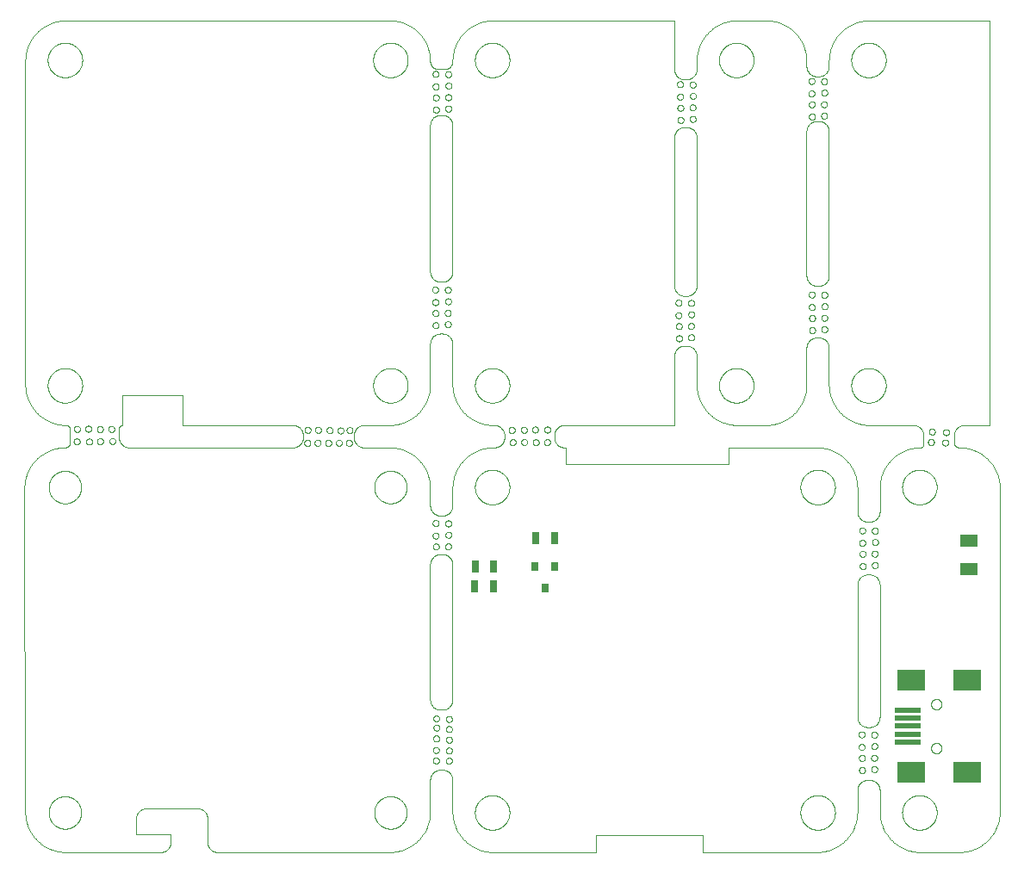
<source format=gbp>
G75*
%MOIN*%
%OFA0B0*%
%FSLAX25Y25*%
%IPPOS*%
%LPD*%
%AMOC8*
5,1,8,0,0,1.08239X$1,22.5*
%
%ADD10C,0.00000*%
%ADD11R,0.03150X0.03543*%
%ADD12R,0.03150X0.04724*%
%ADD13R,0.10000X0.02000*%
%ADD14R,0.11000X0.07874*%
%ADD15R,0.07000X0.05000*%
D10*
X0017402Y0002763D02*
X0053993Y0002763D01*
X0054117Y0002765D01*
X0054240Y0002771D01*
X0054364Y0002780D01*
X0054486Y0002794D01*
X0054609Y0002811D01*
X0054731Y0002833D01*
X0054852Y0002858D01*
X0054972Y0002887D01*
X0055091Y0002919D01*
X0055210Y0002956D01*
X0055327Y0002996D01*
X0055442Y0003039D01*
X0055557Y0003087D01*
X0055669Y0003138D01*
X0055780Y0003192D01*
X0055890Y0003250D01*
X0055997Y0003311D01*
X0056103Y0003376D01*
X0056206Y0003444D01*
X0056307Y0003515D01*
X0056406Y0003589D01*
X0056503Y0003666D01*
X0056597Y0003747D01*
X0056688Y0003830D01*
X0056777Y0003916D01*
X0056863Y0004005D01*
X0056946Y0004096D01*
X0057027Y0004190D01*
X0057104Y0004287D01*
X0057178Y0004386D01*
X0057249Y0004487D01*
X0057317Y0004590D01*
X0057382Y0004696D01*
X0057443Y0004803D01*
X0057501Y0004913D01*
X0057555Y0005024D01*
X0057606Y0005136D01*
X0057654Y0005251D01*
X0057697Y0005366D01*
X0057737Y0005483D01*
X0057774Y0005602D01*
X0057806Y0005721D01*
X0057835Y0005841D01*
X0057860Y0005962D01*
X0057882Y0006084D01*
X0057899Y0006207D01*
X0057913Y0006329D01*
X0057922Y0006453D01*
X0057928Y0006576D01*
X0057930Y0006700D01*
X0057930Y0009603D01*
X0044607Y0009603D01*
X0044607Y0015798D01*
X0044609Y0015922D01*
X0044615Y0016045D01*
X0044624Y0016169D01*
X0044638Y0016291D01*
X0044655Y0016414D01*
X0044677Y0016536D01*
X0044702Y0016657D01*
X0044731Y0016777D01*
X0044763Y0016896D01*
X0044800Y0017015D01*
X0044840Y0017132D01*
X0044883Y0017247D01*
X0044931Y0017362D01*
X0044982Y0017474D01*
X0045036Y0017585D01*
X0045094Y0017695D01*
X0045155Y0017802D01*
X0045220Y0017908D01*
X0045288Y0018011D01*
X0045359Y0018112D01*
X0045433Y0018211D01*
X0045510Y0018308D01*
X0045591Y0018402D01*
X0045674Y0018493D01*
X0045760Y0018582D01*
X0045849Y0018668D01*
X0045940Y0018751D01*
X0046034Y0018832D01*
X0046131Y0018909D01*
X0046230Y0018983D01*
X0046331Y0019054D01*
X0046434Y0019122D01*
X0046540Y0019187D01*
X0046647Y0019248D01*
X0046757Y0019306D01*
X0046868Y0019360D01*
X0046980Y0019411D01*
X0047095Y0019459D01*
X0047210Y0019502D01*
X0047327Y0019542D01*
X0047446Y0019579D01*
X0047565Y0019611D01*
X0047685Y0019640D01*
X0047806Y0019665D01*
X0047928Y0019687D01*
X0048051Y0019704D01*
X0048173Y0019718D01*
X0048297Y0019727D01*
X0048420Y0019733D01*
X0048544Y0019735D01*
X0068229Y0019735D01*
X0068353Y0019733D01*
X0068476Y0019727D01*
X0068600Y0019718D01*
X0068722Y0019704D01*
X0068845Y0019687D01*
X0068967Y0019665D01*
X0069088Y0019640D01*
X0069208Y0019611D01*
X0069327Y0019579D01*
X0069446Y0019542D01*
X0069563Y0019502D01*
X0069678Y0019459D01*
X0069793Y0019411D01*
X0069905Y0019360D01*
X0070016Y0019306D01*
X0070126Y0019248D01*
X0070233Y0019187D01*
X0070339Y0019122D01*
X0070442Y0019054D01*
X0070543Y0018983D01*
X0070642Y0018909D01*
X0070739Y0018832D01*
X0070833Y0018751D01*
X0070924Y0018668D01*
X0071013Y0018582D01*
X0071099Y0018493D01*
X0071182Y0018402D01*
X0071263Y0018308D01*
X0071340Y0018211D01*
X0071414Y0018112D01*
X0071485Y0018011D01*
X0071553Y0017908D01*
X0071618Y0017802D01*
X0071679Y0017695D01*
X0071737Y0017585D01*
X0071791Y0017474D01*
X0071842Y0017362D01*
X0071890Y0017247D01*
X0071933Y0017132D01*
X0071973Y0017015D01*
X0072010Y0016896D01*
X0072042Y0016777D01*
X0072071Y0016657D01*
X0072096Y0016536D01*
X0072118Y0016414D01*
X0072135Y0016291D01*
X0072149Y0016169D01*
X0072158Y0016045D01*
X0072164Y0015922D01*
X0072166Y0015798D01*
X0072166Y0006700D01*
X0072168Y0006576D01*
X0072174Y0006453D01*
X0072183Y0006329D01*
X0072197Y0006207D01*
X0072214Y0006084D01*
X0072236Y0005962D01*
X0072261Y0005841D01*
X0072290Y0005721D01*
X0072322Y0005602D01*
X0072359Y0005483D01*
X0072399Y0005366D01*
X0072442Y0005251D01*
X0072490Y0005136D01*
X0072541Y0005024D01*
X0072595Y0004913D01*
X0072653Y0004803D01*
X0072714Y0004696D01*
X0072779Y0004590D01*
X0072847Y0004487D01*
X0072918Y0004386D01*
X0072992Y0004287D01*
X0073069Y0004190D01*
X0073150Y0004096D01*
X0073233Y0004005D01*
X0073319Y0003916D01*
X0073408Y0003830D01*
X0073499Y0003747D01*
X0073593Y0003666D01*
X0073690Y0003589D01*
X0073789Y0003515D01*
X0073890Y0003444D01*
X0073993Y0003376D01*
X0074099Y0003311D01*
X0074206Y0003250D01*
X0074316Y0003192D01*
X0074427Y0003138D01*
X0074539Y0003087D01*
X0074654Y0003039D01*
X0074769Y0002996D01*
X0074886Y0002956D01*
X0075005Y0002919D01*
X0075124Y0002887D01*
X0075244Y0002858D01*
X0075365Y0002833D01*
X0075487Y0002811D01*
X0075610Y0002794D01*
X0075732Y0002780D01*
X0075856Y0002771D01*
X0075979Y0002765D01*
X0076103Y0002763D01*
X0142639Y0002763D01*
X0136733Y0018117D02*
X0136735Y0018275D01*
X0136741Y0018433D01*
X0136751Y0018591D01*
X0136765Y0018749D01*
X0136783Y0018906D01*
X0136804Y0019063D01*
X0136830Y0019219D01*
X0136860Y0019375D01*
X0136893Y0019530D01*
X0136931Y0019683D01*
X0136972Y0019836D01*
X0137017Y0019988D01*
X0137066Y0020139D01*
X0137119Y0020288D01*
X0137175Y0020436D01*
X0137235Y0020582D01*
X0137299Y0020727D01*
X0137367Y0020870D01*
X0137438Y0021012D01*
X0137512Y0021152D01*
X0137590Y0021289D01*
X0137672Y0021425D01*
X0137756Y0021559D01*
X0137845Y0021690D01*
X0137936Y0021819D01*
X0138031Y0021946D01*
X0138128Y0022071D01*
X0138229Y0022193D01*
X0138333Y0022312D01*
X0138440Y0022429D01*
X0138550Y0022543D01*
X0138663Y0022654D01*
X0138778Y0022763D01*
X0138896Y0022868D01*
X0139017Y0022970D01*
X0139140Y0023070D01*
X0139266Y0023166D01*
X0139394Y0023259D01*
X0139524Y0023349D01*
X0139657Y0023435D01*
X0139792Y0023519D01*
X0139928Y0023598D01*
X0140067Y0023675D01*
X0140208Y0023747D01*
X0140350Y0023817D01*
X0140494Y0023882D01*
X0140640Y0023944D01*
X0140787Y0024002D01*
X0140936Y0024057D01*
X0141086Y0024108D01*
X0141237Y0024155D01*
X0141389Y0024198D01*
X0141542Y0024237D01*
X0141697Y0024273D01*
X0141852Y0024304D01*
X0142008Y0024332D01*
X0142164Y0024356D01*
X0142321Y0024376D01*
X0142479Y0024392D01*
X0142636Y0024404D01*
X0142795Y0024412D01*
X0142953Y0024416D01*
X0143111Y0024416D01*
X0143269Y0024412D01*
X0143428Y0024404D01*
X0143585Y0024392D01*
X0143743Y0024376D01*
X0143900Y0024356D01*
X0144056Y0024332D01*
X0144212Y0024304D01*
X0144367Y0024273D01*
X0144522Y0024237D01*
X0144675Y0024198D01*
X0144827Y0024155D01*
X0144978Y0024108D01*
X0145128Y0024057D01*
X0145277Y0024002D01*
X0145424Y0023944D01*
X0145570Y0023882D01*
X0145714Y0023817D01*
X0145856Y0023747D01*
X0145997Y0023675D01*
X0146136Y0023598D01*
X0146272Y0023519D01*
X0146407Y0023435D01*
X0146540Y0023349D01*
X0146670Y0023259D01*
X0146798Y0023166D01*
X0146924Y0023070D01*
X0147047Y0022970D01*
X0147168Y0022868D01*
X0147286Y0022763D01*
X0147401Y0022654D01*
X0147514Y0022543D01*
X0147624Y0022429D01*
X0147731Y0022312D01*
X0147835Y0022193D01*
X0147936Y0022071D01*
X0148033Y0021946D01*
X0148128Y0021819D01*
X0148219Y0021690D01*
X0148308Y0021559D01*
X0148392Y0021425D01*
X0148474Y0021289D01*
X0148552Y0021152D01*
X0148626Y0021012D01*
X0148697Y0020870D01*
X0148765Y0020727D01*
X0148829Y0020582D01*
X0148889Y0020436D01*
X0148945Y0020288D01*
X0148998Y0020139D01*
X0149047Y0019988D01*
X0149092Y0019836D01*
X0149133Y0019683D01*
X0149171Y0019530D01*
X0149204Y0019375D01*
X0149234Y0019219D01*
X0149260Y0019063D01*
X0149281Y0018906D01*
X0149299Y0018749D01*
X0149313Y0018591D01*
X0149323Y0018433D01*
X0149329Y0018275D01*
X0149331Y0018117D01*
X0149329Y0017959D01*
X0149323Y0017801D01*
X0149313Y0017643D01*
X0149299Y0017485D01*
X0149281Y0017328D01*
X0149260Y0017171D01*
X0149234Y0017015D01*
X0149204Y0016859D01*
X0149171Y0016704D01*
X0149133Y0016551D01*
X0149092Y0016398D01*
X0149047Y0016246D01*
X0148998Y0016095D01*
X0148945Y0015946D01*
X0148889Y0015798D01*
X0148829Y0015652D01*
X0148765Y0015507D01*
X0148697Y0015364D01*
X0148626Y0015222D01*
X0148552Y0015082D01*
X0148474Y0014945D01*
X0148392Y0014809D01*
X0148308Y0014675D01*
X0148219Y0014544D01*
X0148128Y0014415D01*
X0148033Y0014288D01*
X0147936Y0014163D01*
X0147835Y0014041D01*
X0147731Y0013922D01*
X0147624Y0013805D01*
X0147514Y0013691D01*
X0147401Y0013580D01*
X0147286Y0013471D01*
X0147168Y0013366D01*
X0147047Y0013264D01*
X0146924Y0013164D01*
X0146798Y0013068D01*
X0146670Y0012975D01*
X0146540Y0012885D01*
X0146407Y0012799D01*
X0146272Y0012715D01*
X0146136Y0012636D01*
X0145997Y0012559D01*
X0145856Y0012487D01*
X0145714Y0012417D01*
X0145570Y0012352D01*
X0145424Y0012290D01*
X0145277Y0012232D01*
X0145128Y0012177D01*
X0144978Y0012126D01*
X0144827Y0012079D01*
X0144675Y0012036D01*
X0144522Y0011997D01*
X0144367Y0011961D01*
X0144212Y0011930D01*
X0144056Y0011902D01*
X0143900Y0011878D01*
X0143743Y0011858D01*
X0143585Y0011842D01*
X0143428Y0011830D01*
X0143269Y0011822D01*
X0143111Y0011818D01*
X0142953Y0011818D01*
X0142795Y0011822D01*
X0142636Y0011830D01*
X0142479Y0011842D01*
X0142321Y0011858D01*
X0142164Y0011878D01*
X0142008Y0011902D01*
X0141852Y0011930D01*
X0141697Y0011961D01*
X0141542Y0011997D01*
X0141389Y0012036D01*
X0141237Y0012079D01*
X0141086Y0012126D01*
X0140936Y0012177D01*
X0140787Y0012232D01*
X0140640Y0012290D01*
X0140494Y0012352D01*
X0140350Y0012417D01*
X0140208Y0012487D01*
X0140067Y0012559D01*
X0139928Y0012636D01*
X0139792Y0012715D01*
X0139657Y0012799D01*
X0139524Y0012885D01*
X0139394Y0012975D01*
X0139266Y0013068D01*
X0139140Y0013164D01*
X0139017Y0013264D01*
X0138896Y0013366D01*
X0138778Y0013471D01*
X0138663Y0013580D01*
X0138550Y0013691D01*
X0138440Y0013805D01*
X0138333Y0013922D01*
X0138229Y0014041D01*
X0138128Y0014163D01*
X0138031Y0014288D01*
X0137936Y0014415D01*
X0137845Y0014544D01*
X0137756Y0014675D01*
X0137672Y0014809D01*
X0137590Y0014945D01*
X0137512Y0015082D01*
X0137438Y0015222D01*
X0137367Y0015364D01*
X0137299Y0015507D01*
X0137235Y0015652D01*
X0137175Y0015798D01*
X0137119Y0015946D01*
X0137066Y0016095D01*
X0137017Y0016246D01*
X0136972Y0016398D01*
X0136931Y0016551D01*
X0136893Y0016704D01*
X0136860Y0016859D01*
X0136830Y0017015D01*
X0136804Y0017171D01*
X0136783Y0017328D01*
X0136765Y0017485D01*
X0136751Y0017643D01*
X0136741Y0017801D01*
X0136735Y0017959D01*
X0136733Y0018117D01*
X0142639Y0002763D02*
X0143020Y0002768D01*
X0143400Y0002781D01*
X0143780Y0002804D01*
X0144159Y0002837D01*
X0144537Y0002878D01*
X0144914Y0002928D01*
X0145290Y0002988D01*
X0145665Y0003056D01*
X0146037Y0003134D01*
X0146408Y0003221D01*
X0146776Y0003316D01*
X0147142Y0003421D01*
X0147505Y0003534D01*
X0147866Y0003656D01*
X0148223Y0003786D01*
X0148577Y0003926D01*
X0148928Y0004073D01*
X0149275Y0004230D01*
X0149618Y0004394D01*
X0149957Y0004567D01*
X0150292Y0004748D01*
X0150623Y0004937D01*
X0150948Y0005134D01*
X0151269Y0005338D01*
X0151585Y0005551D01*
X0151895Y0005771D01*
X0152201Y0005998D01*
X0152500Y0006233D01*
X0152794Y0006475D01*
X0153082Y0006723D01*
X0153364Y0006979D01*
X0153639Y0007242D01*
X0153908Y0007511D01*
X0154171Y0007786D01*
X0154427Y0008068D01*
X0154675Y0008356D01*
X0154917Y0008650D01*
X0155152Y0008949D01*
X0155379Y0009255D01*
X0155599Y0009565D01*
X0155812Y0009881D01*
X0156016Y0010202D01*
X0156213Y0010527D01*
X0156402Y0010858D01*
X0156583Y0011193D01*
X0156756Y0011532D01*
X0156920Y0011875D01*
X0157077Y0012222D01*
X0157224Y0012573D01*
X0157364Y0012927D01*
X0157494Y0013284D01*
X0157616Y0013645D01*
X0157729Y0014008D01*
X0157834Y0014374D01*
X0157929Y0014742D01*
X0158016Y0015113D01*
X0158094Y0015485D01*
X0158162Y0015860D01*
X0158222Y0016236D01*
X0158272Y0016613D01*
X0158313Y0016991D01*
X0158346Y0017370D01*
X0158369Y0017750D01*
X0158382Y0018130D01*
X0158387Y0018511D01*
X0158387Y0030716D01*
X0158389Y0030840D01*
X0158395Y0030963D01*
X0158404Y0031087D01*
X0158418Y0031209D01*
X0158435Y0031332D01*
X0158457Y0031454D01*
X0158482Y0031575D01*
X0158511Y0031695D01*
X0158543Y0031814D01*
X0158580Y0031933D01*
X0158620Y0032050D01*
X0158663Y0032165D01*
X0158711Y0032280D01*
X0158762Y0032392D01*
X0158816Y0032503D01*
X0158874Y0032613D01*
X0158935Y0032720D01*
X0159000Y0032826D01*
X0159068Y0032929D01*
X0159139Y0033030D01*
X0159213Y0033129D01*
X0159290Y0033226D01*
X0159371Y0033320D01*
X0159454Y0033411D01*
X0159540Y0033500D01*
X0159629Y0033586D01*
X0159720Y0033669D01*
X0159814Y0033750D01*
X0159911Y0033827D01*
X0160010Y0033901D01*
X0160111Y0033972D01*
X0160214Y0034040D01*
X0160320Y0034105D01*
X0160427Y0034166D01*
X0160537Y0034224D01*
X0160648Y0034278D01*
X0160760Y0034329D01*
X0160875Y0034377D01*
X0160990Y0034420D01*
X0161107Y0034460D01*
X0161226Y0034497D01*
X0161345Y0034529D01*
X0161465Y0034558D01*
X0161586Y0034583D01*
X0161708Y0034605D01*
X0161831Y0034622D01*
X0161953Y0034636D01*
X0162077Y0034645D01*
X0162200Y0034651D01*
X0162324Y0034653D01*
X0163111Y0034653D01*
X0163235Y0034651D01*
X0163358Y0034645D01*
X0163482Y0034636D01*
X0163604Y0034622D01*
X0163727Y0034605D01*
X0163849Y0034583D01*
X0163970Y0034558D01*
X0164090Y0034529D01*
X0164209Y0034497D01*
X0164328Y0034460D01*
X0164445Y0034420D01*
X0164560Y0034377D01*
X0164675Y0034329D01*
X0164787Y0034278D01*
X0164898Y0034224D01*
X0165008Y0034166D01*
X0165115Y0034105D01*
X0165221Y0034040D01*
X0165324Y0033972D01*
X0165425Y0033901D01*
X0165524Y0033827D01*
X0165621Y0033750D01*
X0165715Y0033669D01*
X0165806Y0033586D01*
X0165895Y0033500D01*
X0165981Y0033411D01*
X0166064Y0033320D01*
X0166145Y0033226D01*
X0166222Y0033129D01*
X0166296Y0033030D01*
X0166367Y0032929D01*
X0166435Y0032826D01*
X0166500Y0032720D01*
X0166561Y0032613D01*
X0166619Y0032503D01*
X0166673Y0032392D01*
X0166724Y0032280D01*
X0166772Y0032165D01*
X0166815Y0032050D01*
X0166855Y0031933D01*
X0166892Y0031814D01*
X0166924Y0031695D01*
X0166953Y0031575D01*
X0166978Y0031454D01*
X0167000Y0031332D01*
X0167017Y0031209D01*
X0167031Y0031087D01*
X0167040Y0030963D01*
X0167046Y0030840D01*
X0167048Y0030716D01*
X0167048Y0018511D01*
X0175709Y0018117D02*
X0175711Y0018281D01*
X0175717Y0018445D01*
X0175727Y0018609D01*
X0175741Y0018773D01*
X0175759Y0018936D01*
X0175781Y0019099D01*
X0175808Y0019261D01*
X0175838Y0019423D01*
X0175872Y0019583D01*
X0175910Y0019743D01*
X0175951Y0019902D01*
X0175997Y0020060D01*
X0176047Y0020216D01*
X0176100Y0020372D01*
X0176157Y0020526D01*
X0176218Y0020678D01*
X0176283Y0020829D01*
X0176352Y0020979D01*
X0176424Y0021126D01*
X0176499Y0021272D01*
X0176579Y0021416D01*
X0176661Y0021558D01*
X0176747Y0021698D01*
X0176837Y0021835D01*
X0176930Y0021971D01*
X0177026Y0022104D01*
X0177126Y0022235D01*
X0177228Y0022363D01*
X0177334Y0022489D01*
X0177443Y0022612D01*
X0177555Y0022732D01*
X0177669Y0022850D01*
X0177787Y0022964D01*
X0177907Y0023076D01*
X0178030Y0023185D01*
X0178156Y0023291D01*
X0178284Y0023393D01*
X0178415Y0023493D01*
X0178548Y0023589D01*
X0178684Y0023682D01*
X0178821Y0023772D01*
X0178961Y0023858D01*
X0179103Y0023940D01*
X0179247Y0024020D01*
X0179393Y0024095D01*
X0179540Y0024167D01*
X0179690Y0024236D01*
X0179841Y0024301D01*
X0179993Y0024362D01*
X0180147Y0024419D01*
X0180303Y0024472D01*
X0180459Y0024522D01*
X0180617Y0024568D01*
X0180776Y0024609D01*
X0180936Y0024647D01*
X0181096Y0024681D01*
X0181258Y0024711D01*
X0181420Y0024738D01*
X0181583Y0024760D01*
X0181746Y0024778D01*
X0181910Y0024792D01*
X0182074Y0024802D01*
X0182238Y0024808D01*
X0182402Y0024810D01*
X0182566Y0024808D01*
X0182730Y0024802D01*
X0182894Y0024792D01*
X0183058Y0024778D01*
X0183221Y0024760D01*
X0183384Y0024738D01*
X0183546Y0024711D01*
X0183708Y0024681D01*
X0183868Y0024647D01*
X0184028Y0024609D01*
X0184187Y0024568D01*
X0184345Y0024522D01*
X0184501Y0024472D01*
X0184657Y0024419D01*
X0184811Y0024362D01*
X0184963Y0024301D01*
X0185114Y0024236D01*
X0185264Y0024167D01*
X0185411Y0024095D01*
X0185557Y0024020D01*
X0185701Y0023940D01*
X0185843Y0023858D01*
X0185983Y0023772D01*
X0186120Y0023682D01*
X0186256Y0023589D01*
X0186389Y0023493D01*
X0186520Y0023393D01*
X0186648Y0023291D01*
X0186774Y0023185D01*
X0186897Y0023076D01*
X0187017Y0022964D01*
X0187135Y0022850D01*
X0187249Y0022732D01*
X0187361Y0022612D01*
X0187470Y0022489D01*
X0187576Y0022363D01*
X0187678Y0022235D01*
X0187778Y0022104D01*
X0187874Y0021971D01*
X0187967Y0021835D01*
X0188057Y0021698D01*
X0188143Y0021558D01*
X0188225Y0021416D01*
X0188305Y0021272D01*
X0188380Y0021126D01*
X0188452Y0020979D01*
X0188521Y0020829D01*
X0188586Y0020678D01*
X0188647Y0020526D01*
X0188704Y0020372D01*
X0188757Y0020216D01*
X0188807Y0020060D01*
X0188853Y0019902D01*
X0188894Y0019743D01*
X0188932Y0019583D01*
X0188966Y0019423D01*
X0188996Y0019261D01*
X0189023Y0019099D01*
X0189045Y0018936D01*
X0189063Y0018773D01*
X0189077Y0018609D01*
X0189087Y0018445D01*
X0189093Y0018281D01*
X0189095Y0018117D01*
X0189093Y0017953D01*
X0189087Y0017789D01*
X0189077Y0017625D01*
X0189063Y0017461D01*
X0189045Y0017298D01*
X0189023Y0017135D01*
X0188996Y0016973D01*
X0188966Y0016811D01*
X0188932Y0016651D01*
X0188894Y0016491D01*
X0188853Y0016332D01*
X0188807Y0016174D01*
X0188757Y0016018D01*
X0188704Y0015862D01*
X0188647Y0015708D01*
X0188586Y0015556D01*
X0188521Y0015405D01*
X0188452Y0015255D01*
X0188380Y0015108D01*
X0188305Y0014962D01*
X0188225Y0014818D01*
X0188143Y0014676D01*
X0188057Y0014536D01*
X0187967Y0014399D01*
X0187874Y0014263D01*
X0187778Y0014130D01*
X0187678Y0013999D01*
X0187576Y0013871D01*
X0187470Y0013745D01*
X0187361Y0013622D01*
X0187249Y0013502D01*
X0187135Y0013384D01*
X0187017Y0013270D01*
X0186897Y0013158D01*
X0186774Y0013049D01*
X0186648Y0012943D01*
X0186520Y0012841D01*
X0186389Y0012741D01*
X0186256Y0012645D01*
X0186120Y0012552D01*
X0185983Y0012462D01*
X0185843Y0012376D01*
X0185701Y0012294D01*
X0185557Y0012214D01*
X0185411Y0012139D01*
X0185264Y0012067D01*
X0185114Y0011998D01*
X0184963Y0011933D01*
X0184811Y0011872D01*
X0184657Y0011815D01*
X0184501Y0011762D01*
X0184345Y0011712D01*
X0184187Y0011666D01*
X0184028Y0011625D01*
X0183868Y0011587D01*
X0183708Y0011553D01*
X0183546Y0011523D01*
X0183384Y0011496D01*
X0183221Y0011474D01*
X0183058Y0011456D01*
X0182894Y0011442D01*
X0182730Y0011432D01*
X0182566Y0011426D01*
X0182402Y0011424D01*
X0182238Y0011426D01*
X0182074Y0011432D01*
X0181910Y0011442D01*
X0181746Y0011456D01*
X0181583Y0011474D01*
X0181420Y0011496D01*
X0181258Y0011523D01*
X0181096Y0011553D01*
X0180936Y0011587D01*
X0180776Y0011625D01*
X0180617Y0011666D01*
X0180459Y0011712D01*
X0180303Y0011762D01*
X0180147Y0011815D01*
X0179993Y0011872D01*
X0179841Y0011933D01*
X0179690Y0011998D01*
X0179540Y0012067D01*
X0179393Y0012139D01*
X0179247Y0012214D01*
X0179103Y0012294D01*
X0178961Y0012376D01*
X0178821Y0012462D01*
X0178684Y0012552D01*
X0178548Y0012645D01*
X0178415Y0012741D01*
X0178284Y0012841D01*
X0178156Y0012943D01*
X0178030Y0013049D01*
X0177907Y0013158D01*
X0177787Y0013270D01*
X0177669Y0013384D01*
X0177555Y0013502D01*
X0177443Y0013622D01*
X0177334Y0013745D01*
X0177228Y0013871D01*
X0177126Y0013999D01*
X0177026Y0014130D01*
X0176930Y0014263D01*
X0176837Y0014399D01*
X0176747Y0014536D01*
X0176661Y0014676D01*
X0176579Y0014818D01*
X0176499Y0014962D01*
X0176424Y0015108D01*
X0176352Y0015255D01*
X0176283Y0015405D01*
X0176218Y0015556D01*
X0176157Y0015708D01*
X0176100Y0015862D01*
X0176047Y0016018D01*
X0175997Y0016174D01*
X0175951Y0016332D01*
X0175910Y0016491D01*
X0175872Y0016651D01*
X0175838Y0016811D01*
X0175808Y0016973D01*
X0175781Y0017135D01*
X0175759Y0017298D01*
X0175741Y0017461D01*
X0175727Y0017625D01*
X0175717Y0017789D01*
X0175711Y0017953D01*
X0175709Y0018117D01*
X0167048Y0018511D02*
X0167053Y0018130D01*
X0167066Y0017750D01*
X0167089Y0017370D01*
X0167122Y0016991D01*
X0167163Y0016613D01*
X0167213Y0016236D01*
X0167273Y0015860D01*
X0167341Y0015485D01*
X0167419Y0015113D01*
X0167506Y0014742D01*
X0167601Y0014374D01*
X0167706Y0014008D01*
X0167819Y0013645D01*
X0167941Y0013284D01*
X0168071Y0012927D01*
X0168211Y0012573D01*
X0168358Y0012222D01*
X0168515Y0011875D01*
X0168679Y0011532D01*
X0168852Y0011193D01*
X0169033Y0010858D01*
X0169222Y0010527D01*
X0169419Y0010202D01*
X0169623Y0009881D01*
X0169836Y0009565D01*
X0170056Y0009255D01*
X0170283Y0008949D01*
X0170518Y0008650D01*
X0170760Y0008356D01*
X0171008Y0008068D01*
X0171264Y0007786D01*
X0171527Y0007511D01*
X0171796Y0007242D01*
X0172071Y0006979D01*
X0172353Y0006723D01*
X0172641Y0006475D01*
X0172935Y0006233D01*
X0173234Y0005998D01*
X0173540Y0005771D01*
X0173850Y0005551D01*
X0174166Y0005338D01*
X0174487Y0005134D01*
X0174812Y0004937D01*
X0175143Y0004748D01*
X0175478Y0004567D01*
X0175817Y0004394D01*
X0176160Y0004230D01*
X0176507Y0004073D01*
X0176858Y0003926D01*
X0177212Y0003786D01*
X0177569Y0003656D01*
X0177930Y0003534D01*
X0178293Y0003421D01*
X0178659Y0003316D01*
X0179027Y0003221D01*
X0179398Y0003134D01*
X0179770Y0003056D01*
X0180145Y0002988D01*
X0180521Y0002928D01*
X0180898Y0002878D01*
X0181276Y0002837D01*
X0181655Y0002804D01*
X0182035Y0002781D01*
X0182415Y0002768D01*
X0182796Y0002763D01*
X0222599Y0002802D01*
X0222599Y0009298D01*
X0263741Y0009259D01*
X0263741Y0002763D01*
X0307993Y0002763D01*
X0301694Y0018117D02*
X0301696Y0018281D01*
X0301702Y0018445D01*
X0301712Y0018609D01*
X0301726Y0018773D01*
X0301744Y0018936D01*
X0301766Y0019099D01*
X0301793Y0019261D01*
X0301823Y0019423D01*
X0301857Y0019583D01*
X0301895Y0019743D01*
X0301936Y0019902D01*
X0301982Y0020060D01*
X0302032Y0020216D01*
X0302085Y0020372D01*
X0302142Y0020526D01*
X0302203Y0020678D01*
X0302268Y0020829D01*
X0302337Y0020979D01*
X0302409Y0021126D01*
X0302484Y0021272D01*
X0302564Y0021416D01*
X0302646Y0021558D01*
X0302732Y0021698D01*
X0302822Y0021835D01*
X0302915Y0021971D01*
X0303011Y0022104D01*
X0303111Y0022235D01*
X0303213Y0022363D01*
X0303319Y0022489D01*
X0303428Y0022612D01*
X0303540Y0022732D01*
X0303654Y0022850D01*
X0303772Y0022964D01*
X0303892Y0023076D01*
X0304015Y0023185D01*
X0304141Y0023291D01*
X0304269Y0023393D01*
X0304400Y0023493D01*
X0304533Y0023589D01*
X0304669Y0023682D01*
X0304806Y0023772D01*
X0304946Y0023858D01*
X0305088Y0023940D01*
X0305232Y0024020D01*
X0305378Y0024095D01*
X0305525Y0024167D01*
X0305675Y0024236D01*
X0305826Y0024301D01*
X0305978Y0024362D01*
X0306132Y0024419D01*
X0306288Y0024472D01*
X0306444Y0024522D01*
X0306602Y0024568D01*
X0306761Y0024609D01*
X0306921Y0024647D01*
X0307081Y0024681D01*
X0307243Y0024711D01*
X0307405Y0024738D01*
X0307568Y0024760D01*
X0307731Y0024778D01*
X0307895Y0024792D01*
X0308059Y0024802D01*
X0308223Y0024808D01*
X0308387Y0024810D01*
X0308551Y0024808D01*
X0308715Y0024802D01*
X0308879Y0024792D01*
X0309043Y0024778D01*
X0309206Y0024760D01*
X0309369Y0024738D01*
X0309531Y0024711D01*
X0309693Y0024681D01*
X0309853Y0024647D01*
X0310013Y0024609D01*
X0310172Y0024568D01*
X0310330Y0024522D01*
X0310486Y0024472D01*
X0310642Y0024419D01*
X0310796Y0024362D01*
X0310948Y0024301D01*
X0311099Y0024236D01*
X0311249Y0024167D01*
X0311396Y0024095D01*
X0311542Y0024020D01*
X0311686Y0023940D01*
X0311828Y0023858D01*
X0311968Y0023772D01*
X0312105Y0023682D01*
X0312241Y0023589D01*
X0312374Y0023493D01*
X0312505Y0023393D01*
X0312633Y0023291D01*
X0312759Y0023185D01*
X0312882Y0023076D01*
X0313002Y0022964D01*
X0313120Y0022850D01*
X0313234Y0022732D01*
X0313346Y0022612D01*
X0313455Y0022489D01*
X0313561Y0022363D01*
X0313663Y0022235D01*
X0313763Y0022104D01*
X0313859Y0021971D01*
X0313952Y0021835D01*
X0314042Y0021698D01*
X0314128Y0021558D01*
X0314210Y0021416D01*
X0314290Y0021272D01*
X0314365Y0021126D01*
X0314437Y0020979D01*
X0314506Y0020829D01*
X0314571Y0020678D01*
X0314632Y0020526D01*
X0314689Y0020372D01*
X0314742Y0020216D01*
X0314792Y0020060D01*
X0314838Y0019902D01*
X0314879Y0019743D01*
X0314917Y0019583D01*
X0314951Y0019423D01*
X0314981Y0019261D01*
X0315008Y0019099D01*
X0315030Y0018936D01*
X0315048Y0018773D01*
X0315062Y0018609D01*
X0315072Y0018445D01*
X0315078Y0018281D01*
X0315080Y0018117D01*
X0315078Y0017953D01*
X0315072Y0017789D01*
X0315062Y0017625D01*
X0315048Y0017461D01*
X0315030Y0017298D01*
X0315008Y0017135D01*
X0314981Y0016973D01*
X0314951Y0016811D01*
X0314917Y0016651D01*
X0314879Y0016491D01*
X0314838Y0016332D01*
X0314792Y0016174D01*
X0314742Y0016018D01*
X0314689Y0015862D01*
X0314632Y0015708D01*
X0314571Y0015556D01*
X0314506Y0015405D01*
X0314437Y0015255D01*
X0314365Y0015108D01*
X0314290Y0014962D01*
X0314210Y0014818D01*
X0314128Y0014676D01*
X0314042Y0014536D01*
X0313952Y0014399D01*
X0313859Y0014263D01*
X0313763Y0014130D01*
X0313663Y0013999D01*
X0313561Y0013871D01*
X0313455Y0013745D01*
X0313346Y0013622D01*
X0313234Y0013502D01*
X0313120Y0013384D01*
X0313002Y0013270D01*
X0312882Y0013158D01*
X0312759Y0013049D01*
X0312633Y0012943D01*
X0312505Y0012841D01*
X0312374Y0012741D01*
X0312241Y0012645D01*
X0312105Y0012552D01*
X0311968Y0012462D01*
X0311828Y0012376D01*
X0311686Y0012294D01*
X0311542Y0012214D01*
X0311396Y0012139D01*
X0311249Y0012067D01*
X0311099Y0011998D01*
X0310948Y0011933D01*
X0310796Y0011872D01*
X0310642Y0011815D01*
X0310486Y0011762D01*
X0310330Y0011712D01*
X0310172Y0011666D01*
X0310013Y0011625D01*
X0309853Y0011587D01*
X0309693Y0011553D01*
X0309531Y0011523D01*
X0309369Y0011496D01*
X0309206Y0011474D01*
X0309043Y0011456D01*
X0308879Y0011442D01*
X0308715Y0011432D01*
X0308551Y0011426D01*
X0308387Y0011424D01*
X0308223Y0011426D01*
X0308059Y0011432D01*
X0307895Y0011442D01*
X0307731Y0011456D01*
X0307568Y0011474D01*
X0307405Y0011496D01*
X0307243Y0011523D01*
X0307081Y0011553D01*
X0306921Y0011587D01*
X0306761Y0011625D01*
X0306602Y0011666D01*
X0306444Y0011712D01*
X0306288Y0011762D01*
X0306132Y0011815D01*
X0305978Y0011872D01*
X0305826Y0011933D01*
X0305675Y0011998D01*
X0305525Y0012067D01*
X0305378Y0012139D01*
X0305232Y0012214D01*
X0305088Y0012294D01*
X0304946Y0012376D01*
X0304806Y0012462D01*
X0304669Y0012552D01*
X0304533Y0012645D01*
X0304400Y0012741D01*
X0304269Y0012841D01*
X0304141Y0012943D01*
X0304015Y0013049D01*
X0303892Y0013158D01*
X0303772Y0013270D01*
X0303654Y0013384D01*
X0303540Y0013502D01*
X0303428Y0013622D01*
X0303319Y0013745D01*
X0303213Y0013871D01*
X0303111Y0013999D01*
X0303011Y0014130D01*
X0302915Y0014263D01*
X0302822Y0014399D01*
X0302732Y0014536D01*
X0302646Y0014676D01*
X0302564Y0014818D01*
X0302484Y0014962D01*
X0302409Y0015108D01*
X0302337Y0015255D01*
X0302268Y0015405D01*
X0302203Y0015556D01*
X0302142Y0015708D01*
X0302085Y0015862D01*
X0302032Y0016018D01*
X0301982Y0016174D01*
X0301936Y0016332D01*
X0301895Y0016491D01*
X0301857Y0016651D01*
X0301823Y0016811D01*
X0301793Y0016973D01*
X0301766Y0017135D01*
X0301744Y0017298D01*
X0301726Y0017461D01*
X0301712Y0017625D01*
X0301702Y0017789D01*
X0301696Y0017953D01*
X0301694Y0018117D01*
X0307993Y0002763D02*
X0308374Y0002768D01*
X0308754Y0002781D01*
X0309134Y0002804D01*
X0309513Y0002837D01*
X0309891Y0002878D01*
X0310268Y0002928D01*
X0310644Y0002988D01*
X0311019Y0003056D01*
X0311391Y0003134D01*
X0311762Y0003221D01*
X0312130Y0003316D01*
X0312496Y0003421D01*
X0312859Y0003534D01*
X0313220Y0003656D01*
X0313577Y0003786D01*
X0313931Y0003926D01*
X0314282Y0004073D01*
X0314629Y0004230D01*
X0314972Y0004394D01*
X0315311Y0004567D01*
X0315646Y0004748D01*
X0315977Y0004937D01*
X0316302Y0005134D01*
X0316623Y0005338D01*
X0316939Y0005551D01*
X0317249Y0005771D01*
X0317555Y0005998D01*
X0317854Y0006233D01*
X0318148Y0006475D01*
X0318436Y0006723D01*
X0318718Y0006979D01*
X0318993Y0007242D01*
X0319262Y0007511D01*
X0319525Y0007786D01*
X0319781Y0008068D01*
X0320029Y0008356D01*
X0320271Y0008650D01*
X0320506Y0008949D01*
X0320733Y0009255D01*
X0320953Y0009565D01*
X0321166Y0009881D01*
X0321370Y0010202D01*
X0321567Y0010527D01*
X0321756Y0010858D01*
X0321937Y0011193D01*
X0322110Y0011532D01*
X0322274Y0011875D01*
X0322431Y0012222D01*
X0322578Y0012573D01*
X0322718Y0012927D01*
X0322848Y0013284D01*
X0322970Y0013645D01*
X0323083Y0014008D01*
X0323188Y0014374D01*
X0323283Y0014742D01*
X0323370Y0015113D01*
X0323448Y0015485D01*
X0323516Y0015860D01*
X0323576Y0016236D01*
X0323626Y0016613D01*
X0323667Y0016991D01*
X0323700Y0017370D01*
X0323723Y0017750D01*
X0323736Y0018130D01*
X0323741Y0018511D01*
X0323741Y0026779D01*
X0323743Y0026903D01*
X0323749Y0027026D01*
X0323758Y0027150D01*
X0323772Y0027272D01*
X0323789Y0027395D01*
X0323811Y0027517D01*
X0323836Y0027638D01*
X0323865Y0027758D01*
X0323897Y0027877D01*
X0323934Y0027996D01*
X0323974Y0028113D01*
X0324017Y0028228D01*
X0324065Y0028343D01*
X0324116Y0028455D01*
X0324170Y0028566D01*
X0324228Y0028676D01*
X0324289Y0028783D01*
X0324354Y0028889D01*
X0324422Y0028992D01*
X0324493Y0029093D01*
X0324567Y0029192D01*
X0324644Y0029289D01*
X0324725Y0029383D01*
X0324808Y0029474D01*
X0324894Y0029563D01*
X0324983Y0029649D01*
X0325074Y0029732D01*
X0325168Y0029813D01*
X0325265Y0029890D01*
X0325364Y0029964D01*
X0325465Y0030035D01*
X0325568Y0030103D01*
X0325674Y0030168D01*
X0325781Y0030229D01*
X0325891Y0030287D01*
X0326002Y0030341D01*
X0326114Y0030392D01*
X0326229Y0030440D01*
X0326344Y0030483D01*
X0326461Y0030523D01*
X0326580Y0030560D01*
X0326699Y0030592D01*
X0326819Y0030621D01*
X0326940Y0030646D01*
X0327062Y0030668D01*
X0327185Y0030685D01*
X0327307Y0030699D01*
X0327431Y0030708D01*
X0327554Y0030714D01*
X0327678Y0030716D01*
X0328465Y0030716D01*
X0328589Y0030714D01*
X0328712Y0030708D01*
X0328836Y0030699D01*
X0328958Y0030685D01*
X0329081Y0030668D01*
X0329203Y0030646D01*
X0329324Y0030621D01*
X0329444Y0030592D01*
X0329563Y0030560D01*
X0329682Y0030523D01*
X0329799Y0030483D01*
X0329914Y0030440D01*
X0330029Y0030392D01*
X0330141Y0030341D01*
X0330252Y0030287D01*
X0330362Y0030229D01*
X0330469Y0030168D01*
X0330575Y0030103D01*
X0330678Y0030035D01*
X0330779Y0029964D01*
X0330878Y0029890D01*
X0330975Y0029813D01*
X0331069Y0029732D01*
X0331160Y0029649D01*
X0331249Y0029563D01*
X0331335Y0029474D01*
X0331418Y0029383D01*
X0331499Y0029289D01*
X0331576Y0029192D01*
X0331650Y0029093D01*
X0331721Y0028992D01*
X0331789Y0028889D01*
X0331854Y0028783D01*
X0331915Y0028676D01*
X0331973Y0028566D01*
X0332027Y0028455D01*
X0332078Y0028343D01*
X0332126Y0028228D01*
X0332169Y0028113D01*
X0332209Y0027996D01*
X0332246Y0027877D01*
X0332278Y0027758D01*
X0332307Y0027638D01*
X0332332Y0027517D01*
X0332354Y0027395D01*
X0332371Y0027272D01*
X0332385Y0027150D01*
X0332394Y0027026D01*
X0332400Y0026903D01*
X0332402Y0026779D01*
X0332402Y0018511D01*
X0341064Y0018117D02*
X0341066Y0018281D01*
X0341072Y0018445D01*
X0341082Y0018609D01*
X0341096Y0018773D01*
X0341114Y0018936D01*
X0341136Y0019099D01*
X0341163Y0019261D01*
X0341193Y0019423D01*
X0341227Y0019583D01*
X0341265Y0019743D01*
X0341306Y0019902D01*
X0341352Y0020060D01*
X0341402Y0020216D01*
X0341455Y0020372D01*
X0341512Y0020526D01*
X0341573Y0020678D01*
X0341638Y0020829D01*
X0341707Y0020979D01*
X0341779Y0021126D01*
X0341854Y0021272D01*
X0341934Y0021416D01*
X0342016Y0021558D01*
X0342102Y0021698D01*
X0342192Y0021835D01*
X0342285Y0021971D01*
X0342381Y0022104D01*
X0342481Y0022235D01*
X0342583Y0022363D01*
X0342689Y0022489D01*
X0342798Y0022612D01*
X0342910Y0022732D01*
X0343024Y0022850D01*
X0343142Y0022964D01*
X0343262Y0023076D01*
X0343385Y0023185D01*
X0343511Y0023291D01*
X0343639Y0023393D01*
X0343770Y0023493D01*
X0343903Y0023589D01*
X0344039Y0023682D01*
X0344176Y0023772D01*
X0344316Y0023858D01*
X0344458Y0023940D01*
X0344602Y0024020D01*
X0344748Y0024095D01*
X0344895Y0024167D01*
X0345045Y0024236D01*
X0345196Y0024301D01*
X0345348Y0024362D01*
X0345502Y0024419D01*
X0345658Y0024472D01*
X0345814Y0024522D01*
X0345972Y0024568D01*
X0346131Y0024609D01*
X0346291Y0024647D01*
X0346451Y0024681D01*
X0346613Y0024711D01*
X0346775Y0024738D01*
X0346938Y0024760D01*
X0347101Y0024778D01*
X0347265Y0024792D01*
X0347429Y0024802D01*
X0347593Y0024808D01*
X0347757Y0024810D01*
X0347921Y0024808D01*
X0348085Y0024802D01*
X0348249Y0024792D01*
X0348413Y0024778D01*
X0348576Y0024760D01*
X0348739Y0024738D01*
X0348901Y0024711D01*
X0349063Y0024681D01*
X0349223Y0024647D01*
X0349383Y0024609D01*
X0349542Y0024568D01*
X0349700Y0024522D01*
X0349856Y0024472D01*
X0350012Y0024419D01*
X0350166Y0024362D01*
X0350318Y0024301D01*
X0350469Y0024236D01*
X0350619Y0024167D01*
X0350766Y0024095D01*
X0350912Y0024020D01*
X0351056Y0023940D01*
X0351198Y0023858D01*
X0351338Y0023772D01*
X0351475Y0023682D01*
X0351611Y0023589D01*
X0351744Y0023493D01*
X0351875Y0023393D01*
X0352003Y0023291D01*
X0352129Y0023185D01*
X0352252Y0023076D01*
X0352372Y0022964D01*
X0352490Y0022850D01*
X0352604Y0022732D01*
X0352716Y0022612D01*
X0352825Y0022489D01*
X0352931Y0022363D01*
X0353033Y0022235D01*
X0353133Y0022104D01*
X0353229Y0021971D01*
X0353322Y0021835D01*
X0353412Y0021698D01*
X0353498Y0021558D01*
X0353580Y0021416D01*
X0353660Y0021272D01*
X0353735Y0021126D01*
X0353807Y0020979D01*
X0353876Y0020829D01*
X0353941Y0020678D01*
X0354002Y0020526D01*
X0354059Y0020372D01*
X0354112Y0020216D01*
X0354162Y0020060D01*
X0354208Y0019902D01*
X0354249Y0019743D01*
X0354287Y0019583D01*
X0354321Y0019423D01*
X0354351Y0019261D01*
X0354378Y0019099D01*
X0354400Y0018936D01*
X0354418Y0018773D01*
X0354432Y0018609D01*
X0354442Y0018445D01*
X0354448Y0018281D01*
X0354450Y0018117D01*
X0354448Y0017953D01*
X0354442Y0017789D01*
X0354432Y0017625D01*
X0354418Y0017461D01*
X0354400Y0017298D01*
X0354378Y0017135D01*
X0354351Y0016973D01*
X0354321Y0016811D01*
X0354287Y0016651D01*
X0354249Y0016491D01*
X0354208Y0016332D01*
X0354162Y0016174D01*
X0354112Y0016018D01*
X0354059Y0015862D01*
X0354002Y0015708D01*
X0353941Y0015556D01*
X0353876Y0015405D01*
X0353807Y0015255D01*
X0353735Y0015108D01*
X0353660Y0014962D01*
X0353580Y0014818D01*
X0353498Y0014676D01*
X0353412Y0014536D01*
X0353322Y0014399D01*
X0353229Y0014263D01*
X0353133Y0014130D01*
X0353033Y0013999D01*
X0352931Y0013871D01*
X0352825Y0013745D01*
X0352716Y0013622D01*
X0352604Y0013502D01*
X0352490Y0013384D01*
X0352372Y0013270D01*
X0352252Y0013158D01*
X0352129Y0013049D01*
X0352003Y0012943D01*
X0351875Y0012841D01*
X0351744Y0012741D01*
X0351611Y0012645D01*
X0351475Y0012552D01*
X0351338Y0012462D01*
X0351198Y0012376D01*
X0351056Y0012294D01*
X0350912Y0012214D01*
X0350766Y0012139D01*
X0350619Y0012067D01*
X0350469Y0011998D01*
X0350318Y0011933D01*
X0350166Y0011872D01*
X0350012Y0011815D01*
X0349856Y0011762D01*
X0349700Y0011712D01*
X0349542Y0011666D01*
X0349383Y0011625D01*
X0349223Y0011587D01*
X0349063Y0011553D01*
X0348901Y0011523D01*
X0348739Y0011496D01*
X0348576Y0011474D01*
X0348413Y0011456D01*
X0348249Y0011442D01*
X0348085Y0011432D01*
X0347921Y0011426D01*
X0347757Y0011424D01*
X0347593Y0011426D01*
X0347429Y0011432D01*
X0347265Y0011442D01*
X0347101Y0011456D01*
X0346938Y0011474D01*
X0346775Y0011496D01*
X0346613Y0011523D01*
X0346451Y0011553D01*
X0346291Y0011587D01*
X0346131Y0011625D01*
X0345972Y0011666D01*
X0345814Y0011712D01*
X0345658Y0011762D01*
X0345502Y0011815D01*
X0345348Y0011872D01*
X0345196Y0011933D01*
X0345045Y0011998D01*
X0344895Y0012067D01*
X0344748Y0012139D01*
X0344602Y0012214D01*
X0344458Y0012294D01*
X0344316Y0012376D01*
X0344176Y0012462D01*
X0344039Y0012552D01*
X0343903Y0012645D01*
X0343770Y0012741D01*
X0343639Y0012841D01*
X0343511Y0012943D01*
X0343385Y0013049D01*
X0343262Y0013158D01*
X0343142Y0013270D01*
X0343024Y0013384D01*
X0342910Y0013502D01*
X0342798Y0013622D01*
X0342689Y0013745D01*
X0342583Y0013871D01*
X0342481Y0013999D01*
X0342381Y0014130D01*
X0342285Y0014263D01*
X0342192Y0014399D01*
X0342102Y0014536D01*
X0342016Y0014676D01*
X0341934Y0014818D01*
X0341854Y0014962D01*
X0341779Y0015108D01*
X0341707Y0015255D01*
X0341638Y0015405D01*
X0341573Y0015556D01*
X0341512Y0015708D01*
X0341455Y0015862D01*
X0341402Y0016018D01*
X0341352Y0016174D01*
X0341306Y0016332D01*
X0341265Y0016491D01*
X0341227Y0016651D01*
X0341193Y0016811D01*
X0341163Y0016973D01*
X0341136Y0017135D01*
X0341114Y0017298D01*
X0341096Y0017461D01*
X0341082Y0017625D01*
X0341072Y0017789D01*
X0341066Y0017953D01*
X0341064Y0018117D01*
X0332402Y0018511D02*
X0332407Y0018130D01*
X0332420Y0017750D01*
X0332443Y0017370D01*
X0332476Y0016991D01*
X0332517Y0016613D01*
X0332567Y0016236D01*
X0332627Y0015860D01*
X0332695Y0015485D01*
X0332773Y0015113D01*
X0332860Y0014742D01*
X0332955Y0014374D01*
X0333060Y0014008D01*
X0333173Y0013645D01*
X0333295Y0013284D01*
X0333425Y0012927D01*
X0333565Y0012573D01*
X0333712Y0012222D01*
X0333869Y0011875D01*
X0334033Y0011532D01*
X0334206Y0011193D01*
X0334387Y0010858D01*
X0334576Y0010527D01*
X0334773Y0010202D01*
X0334977Y0009881D01*
X0335190Y0009565D01*
X0335410Y0009255D01*
X0335637Y0008949D01*
X0335872Y0008650D01*
X0336114Y0008356D01*
X0336362Y0008068D01*
X0336618Y0007786D01*
X0336881Y0007511D01*
X0337150Y0007242D01*
X0337425Y0006979D01*
X0337707Y0006723D01*
X0337995Y0006475D01*
X0338289Y0006233D01*
X0338588Y0005998D01*
X0338894Y0005771D01*
X0339204Y0005551D01*
X0339520Y0005338D01*
X0339841Y0005134D01*
X0340166Y0004937D01*
X0340497Y0004748D01*
X0340832Y0004567D01*
X0341171Y0004394D01*
X0341514Y0004230D01*
X0341861Y0004073D01*
X0342212Y0003926D01*
X0342566Y0003786D01*
X0342923Y0003656D01*
X0343284Y0003534D01*
X0343647Y0003421D01*
X0344013Y0003316D01*
X0344381Y0003221D01*
X0344752Y0003134D01*
X0345124Y0003056D01*
X0345499Y0002988D01*
X0345875Y0002928D01*
X0346252Y0002878D01*
X0346630Y0002837D01*
X0347009Y0002804D01*
X0347389Y0002781D01*
X0347769Y0002768D01*
X0348150Y0002763D01*
X0363111Y0002763D01*
X0363492Y0002768D01*
X0363872Y0002781D01*
X0364252Y0002804D01*
X0364631Y0002837D01*
X0365009Y0002878D01*
X0365386Y0002928D01*
X0365762Y0002988D01*
X0366137Y0003056D01*
X0366509Y0003134D01*
X0366880Y0003221D01*
X0367248Y0003316D01*
X0367614Y0003421D01*
X0367977Y0003534D01*
X0368338Y0003656D01*
X0368695Y0003786D01*
X0369049Y0003926D01*
X0369400Y0004073D01*
X0369747Y0004230D01*
X0370090Y0004394D01*
X0370429Y0004567D01*
X0370764Y0004748D01*
X0371095Y0004937D01*
X0371420Y0005134D01*
X0371741Y0005338D01*
X0372057Y0005551D01*
X0372367Y0005771D01*
X0372673Y0005998D01*
X0372972Y0006233D01*
X0373266Y0006475D01*
X0373554Y0006723D01*
X0373836Y0006979D01*
X0374111Y0007242D01*
X0374380Y0007511D01*
X0374643Y0007786D01*
X0374899Y0008068D01*
X0375147Y0008356D01*
X0375389Y0008650D01*
X0375624Y0008949D01*
X0375851Y0009255D01*
X0376071Y0009565D01*
X0376284Y0009881D01*
X0376488Y0010202D01*
X0376685Y0010527D01*
X0376874Y0010858D01*
X0377055Y0011193D01*
X0377228Y0011532D01*
X0377392Y0011875D01*
X0377549Y0012222D01*
X0377696Y0012573D01*
X0377836Y0012927D01*
X0377966Y0013284D01*
X0378088Y0013645D01*
X0378201Y0014008D01*
X0378306Y0014374D01*
X0378401Y0014742D01*
X0378488Y0015113D01*
X0378566Y0015485D01*
X0378634Y0015860D01*
X0378694Y0016236D01*
X0378744Y0016613D01*
X0378785Y0016991D01*
X0378818Y0017370D01*
X0378841Y0017750D01*
X0378854Y0018130D01*
X0378859Y0018511D01*
X0378859Y0143708D01*
X0378854Y0144089D01*
X0378841Y0144469D01*
X0378818Y0144849D01*
X0378785Y0145228D01*
X0378744Y0145606D01*
X0378694Y0145983D01*
X0378634Y0146359D01*
X0378566Y0146734D01*
X0378488Y0147106D01*
X0378401Y0147477D01*
X0378306Y0147845D01*
X0378201Y0148211D01*
X0378088Y0148574D01*
X0377966Y0148935D01*
X0377836Y0149292D01*
X0377696Y0149646D01*
X0377549Y0149997D01*
X0377392Y0150344D01*
X0377228Y0150687D01*
X0377055Y0151026D01*
X0376874Y0151361D01*
X0376685Y0151692D01*
X0376488Y0152017D01*
X0376284Y0152338D01*
X0376071Y0152654D01*
X0375851Y0152964D01*
X0375624Y0153270D01*
X0375389Y0153569D01*
X0375147Y0153863D01*
X0374899Y0154151D01*
X0374643Y0154433D01*
X0374380Y0154708D01*
X0374111Y0154977D01*
X0373836Y0155240D01*
X0373554Y0155496D01*
X0373266Y0155744D01*
X0372972Y0155986D01*
X0372673Y0156221D01*
X0372367Y0156448D01*
X0372057Y0156668D01*
X0371741Y0156881D01*
X0371420Y0157085D01*
X0371095Y0157282D01*
X0370764Y0157471D01*
X0370429Y0157652D01*
X0370090Y0157825D01*
X0369747Y0157989D01*
X0369400Y0158146D01*
X0369049Y0158293D01*
X0368695Y0158433D01*
X0368338Y0158563D01*
X0367977Y0158685D01*
X0367614Y0158798D01*
X0367248Y0158903D01*
X0366880Y0158998D01*
X0366509Y0159085D01*
X0366137Y0159163D01*
X0365762Y0159231D01*
X0365386Y0159291D01*
X0365009Y0159341D01*
X0364631Y0159382D01*
X0364252Y0159415D01*
X0363872Y0159438D01*
X0363492Y0159451D01*
X0363111Y0159456D01*
X0363111Y0159455D02*
X0363025Y0159457D01*
X0362939Y0159462D01*
X0362854Y0159472D01*
X0362769Y0159485D01*
X0362685Y0159502D01*
X0362601Y0159522D01*
X0362519Y0159546D01*
X0362438Y0159574D01*
X0362357Y0159605D01*
X0362279Y0159639D01*
X0362202Y0159677D01*
X0362127Y0159719D01*
X0362053Y0159763D01*
X0361982Y0159811D01*
X0361912Y0159862D01*
X0361845Y0159916D01*
X0361781Y0159972D01*
X0361719Y0160032D01*
X0361659Y0160094D01*
X0361603Y0160158D01*
X0361549Y0160225D01*
X0361498Y0160295D01*
X0361450Y0160366D01*
X0361406Y0160440D01*
X0361364Y0160515D01*
X0361326Y0160592D01*
X0361292Y0160670D01*
X0361261Y0160751D01*
X0361233Y0160832D01*
X0361209Y0160914D01*
X0361189Y0160998D01*
X0361172Y0161082D01*
X0361159Y0161167D01*
X0361149Y0161252D01*
X0361144Y0161338D01*
X0361142Y0161424D01*
X0361143Y0161424D02*
X0361143Y0164180D01*
X0356930Y0165361D02*
X0356932Y0165430D01*
X0356938Y0165498D01*
X0356948Y0165566D01*
X0356962Y0165633D01*
X0356980Y0165700D01*
X0357001Y0165765D01*
X0357027Y0165829D01*
X0357056Y0165891D01*
X0357088Y0165951D01*
X0357124Y0166010D01*
X0357164Y0166066D01*
X0357206Y0166120D01*
X0357252Y0166171D01*
X0357301Y0166220D01*
X0357352Y0166266D01*
X0357406Y0166308D01*
X0357462Y0166348D01*
X0357520Y0166384D01*
X0357581Y0166416D01*
X0357643Y0166445D01*
X0357707Y0166471D01*
X0357772Y0166492D01*
X0357839Y0166510D01*
X0357906Y0166524D01*
X0357974Y0166534D01*
X0358042Y0166540D01*
X0358111Y0166542D01*
X0358180Y0166540D01*
X0358248Y0166534D01*
X0358316Y0166524D01*
X0358383Y0166510D01*
X0358450Y0166492D01*
X0358515Y0166471D01*
X0358579Y0166445D01*
X0358641Y0166416D01*
X0358701Y0166384D01*
X0358760Y0166348D01*
X0358816Y0166308D01*
X0358870Y0166266D01*
X0358921Y0166220D01*
X0358970Y0166171D01*
X0359016Y0166120D01*
X0359058Y0166066D01*
X0359098Y0166010D01*
X0359134Y0165951D01*
X0359166Y0165891D01*
X0359195Y0165829D01*
X0359221Y0165765D01*
X0359242Y0165700D01*
X0359260Y0165633D01*
X0359274Y0165566D01*
X0359284Y0165498D01*
X0359290Y0165430D01*
X0359292Y0165361D01*
X0359290Y0165292D01*
X0359284Y0165224D01*
X0359274Y0165156D01*
X0359260Y0165089D01*
X0359242Y0165022D01*
X0359221Y0164957D01*
X0359195Y0164893D01*
X0359166Y0164831D01*
X0359134Y0164770D01*
X0359098Y0164712D01*
X0359058Y0164656D01*
X0359016Y0164602D01*
X0358970Y0164551D01*
X0358921Y0164502D01*
X0358870Y0164456D01*
X0358816Y0164414D01*
X0358760Y0164374D01*
X0358702Y0164338D01*
X0358641Y0164306D01*
X0358579Y0164277D01*
X0358515Y0164251D01*
X0358450Y0164230D01*
X0358383Y0164212D01*
X0358316Y0164198D01*
X0358248Y0164188D01*
X0358180Y0164182D01*
X0358111Y0164180D01*
X0358042Y0164182D01*
X0357974Y0164188D01*
X0357906Y0164198D01*
X0357839Y0164212D01*
X0357772Y0164230D01*
X0357707Y0164251D01*
X0357643Y0164277D01*
X0357581Y0164306D01*
X0357520Y0164338D01*
X0357462Y0164374D01*
X0357406Y0164414D01*
X0357352Y0164456D01*
X0357301Y0164502D01*
X0357252Y0164551D01*
X0357206Y0164602D01*
X0357164Y0164656D01*
X0357124Y0164712D01*
X0357088Y0164770D01*
X0357056Y0164831D01*
X0357027Y0164893D01*
X0357001Y0164957D01*
X0356980Y0165022D01*
X0356962Y0165089D01*
X0356948Y0165156D01*
X0356938Y0165224D01*
X0356932Y0165292D01*
X0356930Y0165361D01*
X0356576Y0161346D02*
X0356578Y0161415D01*
X0356584Y0161483D01*
X0356594Y0161551D01*
X0356608Y0161618D01*
X0356626Y0161685D01*
X0356647Y0161750D01*
X0356673Y0161814D01*
X0356702Y0161876D01*
X0356734Y0161936D01*
X0356770Y0161995D01*
X0356810Y0162051D01*
X0356852Y0162105D01*
X0356898Y0162156D01*
X0356947Y0162205D01*
X0356998Y0162251D01*
X0357052Y0162293D01*
X0357108Y0162333D01*
X0357166Y0162369D01*
X0357227Y0162401D01*
X0357289Y0162430D01*
X0357353Y0162456D01*
X0357418Y0162477D01*
X0357485Y0162495D01*
X0357552Y0162509D01*
X0357620Y0162519D01*
X0357688Y0162525D01*
X0357757Y0162527D01*
X0357826Y0162525D01*
X0357894Y0162519D01*
X0357962Y0162509D01*
X0358029Y0162495D01*
X0358096Y0162477D01*
X0358161Y0162456D01*
X0358225Y0162430D01*
X0358287Y0162401D01*
X0358347Y0162369D01*
X0358406Y0162333D01*
X0358462Y0162293D01*
X0358516Y0162251D01*
X0358567Y0162205D01*
X0358616Y0162156D01*
X0358662Y0162105D01*
X0358704Y0162051D01*
X0358744Y0161995D01*
X0358780Y0161936D01*
X0358812Y0161876D01*
X0358841Y0161814D01*
X0358867Y0161750D01*
X0358888Y0161685D01*
X0358906Y0161618D01*
X0358920Y0161551D01*
X0358930Y0161483D01*
X0358936Y0161415D01*
X0358938Y0161346D01*
X0358936Y0161277D01*
X0358930Y0161209D01*
X0358920Y0161141D01*
X0358906Y0161074D01*
X0358888Y0161007D01*
X0358867Y0160942D01*
X0358841Y0160878D01*
X0358812Y0160816D01*
X0358780Y0160755D01*
X0358744Y0160697D01*
X0358704Y0160641D01*
X0358662Y0160587D01*
X0358616Y0160536D01*
X0358567Y0160487D01*
X0358516Y0160441D01*
X0358462Y0160399D01*
X0358406Y0160359D01*
X0358348Y0160323D01*
X0358287Y0160291D01*
X0358225Y0160262D01*
X0358161Y0160236D01*
X0358096Y0160215D01*
X0358029Y0160197D01*
X0357962Y0160183D01*
X0357894Y0160173D01*
X0357826Y0160167D01*
X0357757Y0160165D01*
X0357688Y0160167D01*
X0357620Y0160173D01*
X0357552Y0160183D01*
X0357485Y0160197D01*
X0357418Y0160215D01*
X0357353Y0160236D01*
X0357289Y0160262D01*
X0357227Y0160291D01*
X0357166Y0160323D01*
X0357108Y0160359D01*
X0357052Y0160399D01*
X0356998Y0160441D01*
X0356947Y0160487D01*
X0356898Y0160536D01*
X0356852Y0160587D01*
X0356810Y0160641D01*
X0356770Y0160697D01*
X0356734Y0160755D01*
X0356702Y0160816D01*
X0356673Y0160878D01*
X0356647Y0160942D01*
X0356626Y0161007D01*
X0356608Y0161074D01*
X0356594Y0161141D01*
X0356584Y0161209D01*
X0356578Y0161277D01*
X0356576Y0161346D01*
X0351064Y0161503D02*
X0351066Y0161572D01*
X0351072Y0161640D01*
X0351082Y0161708D01*
X0351096Y0161775D01*
X0351114Y0161842D01*
X0351135Y0161907D01*
X0351161Y0161971D01*
X0351190Y0162033D01*
X0351222Y0162093D01*
X0351258Y0162152D01*
X0351298Y0162208D01*
X0351340Y0162262D01*
X0351386Y0162313D01*
X0351435Y0162362D01*
X0351486Y0162408D01*
X0351540Y0162450D01*
X0351596Y0162490D01*
X0351654Y0162526D01*
X0351715Y0162558D01*
X0351777Y0162587D01*
X0351841Y0162613D01*
X0351906Y0162634D01*
X0351973Y0162652D01*
X0352040Y0162666D01*
X0352108Y0162676D01*
X0352176Y0162682D01*
X0352245Y0162684D01*
X0352314Y0162682D01*
X0352382Y0162676D01*
X0352450Y0162666D01*
X0352517Y0162652D01*
X0352584Y0162634D01*
X0352649Y0162613D01*
X0352713Y0162587D01*
X0352775Y0162558D01*
X0352835Y0162526D01*
X0352894Y0162490D01*
X0352950Y0162450D01*
X0353004Y0162408D01*
X0353055Y0162362D01*
X0353104Y0162313D01*
X0353150Y0162262D01*
X0353192Y0162208D01*
X0353232Y0162152D01*
X0353268Y0162093D01*
X0353300Y0162033D01*
X0353329Y0161971D01*
X0353355Y0161907D01*
X0353376Y0161842D01*
X0353394Y0161775D01*
X0353408Y0161708D01*
X0353418Y0161640D01*
X0353424Y0161572D01*
X0353426Y0161503D01*
X0353424Y0161434D01*
X0353418Y0161366D01*
X0353408Y0161298D01*
X0353394Y0161231D01*
X0353376Y0161164D01*
X0353355Y0161099D01*
X0353329Y0161035D01*
X0353300Y0160973D01*
X0353268Y0160912D01*
X0353232Y0160854D01*
X0353192Y0160798D01*
X0353150Y0160744D01*
X0353104Y0160693D01*
X0353055Y0160644D01*
X0353004Y0160598D01*
X0352950Y0160556D01*
X0352894Y0160516D01*
X0352836Y0160480D01*
X0352775Y0160448D01*
X0352713Y0160419D01*
X0352649Y0160393D01*
X0352584Y0160372D01*
X0352517Y0160354D01*
X0352450Y0160340D01*
X0352382Y0160330D01*
X0352314Y0160324D01*
X0352245Y0160322D01*
X0352176Y0160324D01*
X0352108Y0160330D01*
X0352040Y0160340D01*
X0351973Y0160354D01*
X0351906Y0160372D01*
X0351841Y0160393D01*
X0351777Y0160419D01*
X0351715Y0160448D01*
X0351654Y0160480D01*
X0351596Y0160516D01*
X0351540Y0160556D01*
X0351486Y0160598D01*
X0351435Y0160644D01*
X0351386Y0160693D01*
X0351340Y0160744D01*
X0351298Y0160798D01*
X0351258Y0160854D01*
X0351222Y0160912D01*
X0351190Y0160973D01*
X0351161Y0161035D01*
X0351135Y0161099D01*
X0351114Y0161164D01*
X0351096Y0161231D01*
X0351082Y0161298D01*
X0351072Y0161366D01*
X0351066Y0161434D01*
X0351064Y0161503D01*
X0349331Y0160637D02*
X0349331Y0164180D01*
X0351418Y0165598D02*
X0351420Y0165667D01*
X0351426Y0165735D01*
X0351436Y0165803D01*
X0351450Y0165870D01*
X0351468Y0165937D01*
X0351489Y0166002D01*
X0351515Y0166066D01*
X0351544Y0166128D01*
X0351576Y0166188D01*
X0351612Y0166247D01*
X0351652Y0166303D01*
X0351694Y0166357D01*
X0351740Y0166408D01*
X0351789Y0166457D01*
X0351840Y0166503D01*
X0351894Y0166545D01*
X0351950Y0166585D01*
X0352008Y0166621D01*
X0352069Y0166653D01*
X0352131Y0166682D01*
X0352195Y0166708D01*
X0352260Y0166729D01*
X0352327Y0166747D01*
X0352394Y0166761D01*
X0352462Y0166771D01*
X0352530Y0166777D01*
X0352599Y0166779D01*
X0352668Y0166777D01*
X0352736Y0166771D01*
X0352804Y0166761D01*
X0352871Y0166747D01*
X0352938Y0166729D01*
X0353003Y0166708D01*
X0353067Y0166682D01*
X0353129Y0166653D01*
X0353189Y0166621D01*
X0353248Y0166585D01*
X0353304Y0166545D01*
X0353358Y0166503D01*
X0353409Y0166457D01*
X0353458Y0166408D01*
X0353504Y0166357D01*
X0353546Y0166303D01*
X0353586Y0166247D01*
X0353622Y0166188D01*
X0353654Y0166128D01*
X0353683Y0166066D01*
X0353709Y0166002D01*
X0353730Y0165937D01*
X0353748Y0165870D01*
X0353762Y0165803D01*
X0353772Y0165735D01*
X0353778Y0165667D01*
X0353780Y0165598D01*
X0353778Y0165529D01*
X0353772Y0165461D01*
X0353762Y0165393D01*
X0353748Y0165326D01*
X0353730Y0165259D01*
X0353709Y0165194D01*
X0353683Y0165130D01*
X0353654Y0165068D01*
X0353622Y0165007D01*
X0353586Y0164949D01*
X0353546Y0164893D01*
X0353504Y0164839D01*
X0353458Y0164788D01*
X0353409Y0164739D01*
X0353358Y0164693D01*
X0353304Y0164651D01*
X0353248Y0164611D01*
X0353190Y0164575D01*
X0353129Y0164543D01*
X0353067Y0164514D01*
X0353003Y0164488D01*
X0352938Y0164467D01*
X0352871Y0164449D01*
X0352804Y0164435D01*
X0352736Y0164425D01*
X0352668Y0164419D01*
X0352599Y0164417D01*
X0352530Y0164419D01*
X0352462Y0164425D01*
X0352394Y0164435D01*
X0352327Y0164449D01*
X0352260Y0164467D01*
X0352195Y0164488D01*
X0352131Y0164514D01*
X0352069Y0164543D01*
X0352008Y0164575D01*
X0351950Y0164611D01*
X0351894Y0164651D01*
X0351840Y0164693D01*
X0351789Y0164739D01*
X0351740Y0164788D01*
X0351694Y0164839D01*
X0351652Y0164893D01*
X0351612Y0164949D01*
X0351576Y0165007D01*
X0351544Y0165068D01*
X0351515Y0165130D01*
X0351489Y0165194D01*
X0351468Y0165259D01*
X0351450Y0165326D01*
X0351436Y0165393D01*
X0351426Y0165461D01*
X0351420Y0165529D01*
X0351418Y0165598D01*
X0349331Y0160637D02*
X0349329Y0160571D01*
X0349324Y0160505D01*
X0349314Y0160439D01*
X0349301Y0160374D01*
X0349285Y0160310D01*
X0349265Y0160247D01*
X0349241Y0160185D01*
X0349214Y0160125D01*
X0349184Y0160066D01*
X0349150Y0160009D01*
X0349113Y0159954D01*
X0349073Y0159901D01*
X0349031Y0159850D01*
X0348985Y0159802D01*
X0348937Y0159756D01*
X0348886Y0159714D01*
X0348833Y0159674D01*
X0348778Y0159637D01*
X0348721Y0159603D01*
X0348662Y0159573D01*
X0348602Y0159546D01*
X0348540Y0159522D01*
X0348477Y0159502D01*
X0348413Y0159486D01*
X0348348Y0159473D01*
X0348282Y0159463D01*
X0348216Y0159458D01*
X0348150Y0159456D01*
X0349331Y0164180D02*
X0349329Y0164304D01*
X0349323Y0164427D01*
X0349314Y0164551D01*
X0349300Y0164673D01*
X0349283Y0164796D01*
X0349261Y0164918D01*
X0349236Y0165039D01*
X0349207Y0165159D01*
X0349175Y0165278D01*
X0349138Y0165397D01*
X0349098Y0165514D01*
X0349055Y0165629D01*
X0349007Y0165744D01*
X0348956Y0165856D01*
X0348902Y0165967D01*
X0348844Y0166077D01*
X0348783Y0166184D01*
X0348718Y0166290D01*
X0348650Y0166393D01*
X0348579Y0166494D01*
X0348505Y0166593D01*
X0348428Y0166690D01*
X0348347Y0166784D01*
X0348264Y0166875D01*
X0348178Y0166964D01*
X0348089Y0167050D01*
X0347998Y0167133D01*
X0347904Y0167214D01*
X0347807Y0167291D01*
X0347708Y0167365D01*
X0347607Y0167436D01*
X0347504Y0167504D01*
X0347398Y0167569D01*
X0347291Y0167630D01*
X0347181Y0167688D01*
X0347070Y0167742D01*
X0346958Y0167793D01*
X0346843Y0167841D01*
X0346728Y0167884D01*
X0346611Y0167924D01*
X0346492Y0167961D01*
X0346373Y0167993D01*
X0346253Y0168022D01*
X0346132Y0168047D01*
X0346010Y0168069D01*
X0345887Y0168086D01*
X0345765Y0168100D01*
X0345641Y0168109D01*
X0345518Y0168115D01*
X0345394Y0168117D01*
X0328465Y0168117D01*
X0321379Y0183472D02*
X0321381Y0183636D01*
X0321387Y0183800D01*
X0321397Y0183964D01*
X0321411Y0184128D01*
X0321429Y0184291D01*
X0321451Y0184454D01*
X0321478Y0184616D01*
X0321508Y0184778D01*
X0321542Y0184938D01*
X0321580Y0185098D01*
X0321621Y0185257D01*
X0321667Y0185415D01*
X0321717Y0185571D01*
X0321770Y0185727D01*
X0321827Y0185881D01*
X0321888Y0186033D01*
X0321953Y0186184D01*
X0322022Y0186334D01*
X0322094Y0186481D01*
X0322169Y0186627D01*
X0322249Y0186771D01*
X0322331Y0186913D01*
X0322417Y0187053D01*
X0322507Y0187190D01*
X0322600Y0187326D01*
X0322696Y0187459D01*
X0322796Y0187590D01*
X0322898Y0187718D01*
X0323004Y0187844D01*
X0323113Y0187967D01*
X0323225Y0188087D01*
X0323339Y0188205D01*
X0323457Y0188319D01*
X0323577Y0188431D01*
X0323700Y0188540D01*
X0323826Y0188646D01*
X0323954Y0188748D01*
X0324085Y0188848D01*
X0324218Y0188944D01*
X0324354Y0189037D01*
X0324491Y0189127D01*
X0324631Y0189213D01*
X0324773Y0189295D01*
X0324917Y0189375D01*
X0325063Y0189450D01*
X0325210Y0189522D01*
X0325360Y0189591D01*
X0325511Y0189656D01*
X0325663Y0189717D01*
X0325817Y0189774D01*
X0325973Y0189827D01*
X0326129Y0189877D01*
X0326287Y0189923D01*
X0326446Y0189964D01*
X0326606Y0190002D01*
X0326766Y0190036D01*
X0326928Y0190066D01*
X0327090Y0190093D01*
X0327253Y0190115D01*
X0327416Y0190133D01*
X0327580Y0190147D01*
X0327744Y0190157D01*
X0327908Y0190163D01*
X0328072Y0190165D01*
X0328236Y0190163D01*
X0328400Y0190157D01*
X0328564Y0190147D01*
X0328728Y0190133D01*
X0328891Y0190115D01*
X0329054Y0190093D01*
X0329216Y0190066D01*
X0329378Y0190036D01*
X0329538Y0190002D01*
X0329698Y0189964D01*
X0329857Y0189923D01*
X0330015Y0189877D01*
X0330171Y0189827D01*
X0330327Y0189774D01*
X0330481Y0189717D01*
X0330633Y0189656D01*
X0330784Y0189591D01*
X0330934Y0189522D01*
X0331081Y0189450D01*
X0331227Y0189375D01*
X0331371Y0189295D01*
X0331513Y0189213D01*
X0331653Y0189127D01*
X0331790Y0189037D01*
X0331926Y0188944D01*
X0332059Y0188848D01*
X0332190Y0188748D01*
X0332318Y0188646D01*
X0332444Y0188540D01*
X0332567Y0188431D01*
X0332687Y0188319D01*
X0332805Y0188205D01*
X0332919Y0188087D01*
X0333031Y0187967D01*
X0333140Y0187844D01*
X0333246Y0187718D01*
X0333348Y0187590D01*
X0333448Y0187459D01*
X0333544Y0187326D01*
X0333637Y0187190D01*
X0333727Y0187053D01*
X0333813Y0186913D01*
X0333895Y0186771D01*
X0333975Y0186627D01*
X0334050Y0186481D01*
X0334122Y0186334D01*
X0334191Y0186184D01*
X0334256Y0186033D01*
X0334317Y0185881D01*
X0334374Y0185727D01*
X0334427Y0185571D01*
X0334477Y0185415D01*
X0334523Y0185257D01*
X0334564Y0185098D01*
X0334602Y0184938D01*
X0334636Y0184778D01*
X0334666Y0184616D01*
X0334693Y0184454D01*
X0334715Y0184291D01*
X0334733Y0184128D01*
X0334747Y0183964D01*
X0334757Y0183800D01*
X0334763Y0183636D01*
X0334765Y0183472D01*
X0334763Y0183308D01*
X0334757Y0183144D01*
X0334747Y0182980D01*
X0334733Y0182816D01*
X0334715Y0182653D01*
X0334693Y0182490D01*
X0334666Y0182328D01*
X0334636Y0182166D01*
X0334602Y0182006D01*
X0334564Y0181846D01*
X0334523Y0181687D01*
X0334477Y0181529D01*
X0334427Y0181373D01*
X0334374Y0181217D01*
X0334317Y0181063D01*
X0334256Y0180911D01*
X0334191Y0180760D01*
X0334122Y0180610D01*
X0334050Y0180463D01*
X0333975Y0180317D01*
X0333895Y0180173D01*
X0333813Y0180031D01*
X0333727Y0179891D01*
X0333637Y0179754D01*
X0333544Y0179618D01*
X0333448Y0179485D01*
X0333348Y0179354D01*
X0333246Y0179226D01*
X0333140Y0179100D01*
X0333031Y0178977D01*
X0332919Y0178857D01*
X0332805Y0178739D01*
X0332687Y0178625D01*
X0332567Y0178513D01*
X0332444Y0178404D01*
X0332318Y0178298D01*
X0332190Y0178196D01*
X0332059Y0178096D01*
X0331926Y0178000D01*
X0331790Y0177907D01*
X0331653Y0177817D01*
X0331513Y0177731D01*
X0331371Y0177649D01*
X0331227Y0177569D01*
X0331081Y0177494D01*
X0330934Y0177422D01*
X0330784Y0177353D01*
X0330633Y0177288D01*
X0330481Y0177227D01*
X0330327Y0177170D01*
X0330171Y0177117D01*
X0330015Y0177067D01*
X0329857Y0177021D01*
X0329698Y0176980D01*
X0329538Y0176942D01*
X0329378Y0176908D01*
X0329216Y0176878D01*
X0329054Y0176851D01*
X0328891Y0176829D01*
X0328728Y0176811D01*
X0328564Y0176797D01*
X0328400Y0176787D01*
X0328236Y0176781D01*
X0328072Y0176779D01*
X0327908Y0176781D01*
X0327744Y0176787D01*
X0327580Y0176797D01*
X0327416Y0176811D01*
X0327253Y0176829D01*
X0327090Y0176851D01*
X0326928Y0176878D01*
X0326766Y0176908D01*
X0326606Y0176942D01*
X0326446Y0176980D01*
X0326287Y0177021D01*
X0326129Y0177067D01*
X0325973Y0177117D01*
X0325817Y0177170D01*
X0325663Y0177227D01*
X0325511Y0177288D01*
X0325360Y0177353D01*
X0325210Y0177422D01*
X0325063Y0177494D01*
X0324917Y0177569D01*
X0324773Y0177649D01*
X0324631Y0177731D01*
X0324491Y0177817D01*
X0324354Y0177907D01*
X0324218Y0178000D01*
X0324085Y0178096D01*
X0323954Y0178196D01*
X0323826Y0178298D01*
X0323700Y0178404D01*
X0323577Y0178513D01*
X0323457Y0178625D01*
X0323339Y0178739D01*
X0323225Y0178857D01*
X0323113Y0178977D01*
X0323004Y0179100D01*
X0322898Y0179226D01*
X0322796Y0179354D01*
X0322696Y0179485D01*
X0322600Y0179618D01*
X0322507Y0179754D01*
X0322417Y0179891D01*
X0322331Y0180031D01*
X0322249Y0180173D01*
X0322169Y0180317D01*
X0322094Y0180463D01*
X0322022Y0180610D01*
X0321953Y0180760D01*
X0321888Y0180911D01*
X0321827Y0181063D01*
X0321770Y0181217D01*
X0321717Y0181373D01*
X0321667Y0181529D01*
X0321621Y0181687D01*
X0321580Y0181846D01*
X0321542Y0182006D01*
X0321508Y0182166D01*
X0321478Y0182328D01*
X0321451Y0182490D01*
X0321429Y0182653D01*
X0321411Y0182816D01*
X0321397Y0182980D01*
X0321387Y0183144D01*
X0321381Y0183308D01*
X0321379Y0183472D01*
X0312717Y0183865D02*
X0312722Y0183484D01*
X0312735Y0183104D01*
X0312758Y0182724D01*
X0312791Y0182345D01*
X0312832Y0181967D01*
X0312882Y0181590D01*
X0312942Y0181214D01*
X0313010Y0180839D01*
X0313088Y0180467D01*
X0313175Y0180096D01*
X0313270Y0179728D01*
X0313375Y0179362D01*
X0313488Y0178999D01*
X0313610Y0178638D01*
X0313740Y0178281D01*
X0313880Y0177927D01*
X0314027Y0177576D01*
X0314184Y0177229D01*
X0314348Y0176886D01*
X0314521Y0176547D01*
X0314702Y0176212D01*
X0314891Y0175881D01*
X0315088Y0175556D01*
X0315292Y0175235D01*
X0315505Y0174919D01*
X0315725Y0174609D01*
X0315952Y0174303D01*
X0316187Y0174004D01*
X0316429Y0173710D01*
X0316677Y0173422D01*
X0316933Y0173140D01*
X0317196Y0172865D01*
X0317465Y0172596D01*
X0317740Y0172333D01*
X0318022Y0172077D01*
X0318310Y0171829D01*
X0318604Y0171587D01*
X0318903Y0171352D01*
X0319209Y0171125D01*
X0319519Y0170905D01*
X0319835Y0170692D01*
X0320156Y0170488D01*
X0320481Y0170291D01*
X0320812Y0170102D01*
X0321147Y0169921D01*
X0321486Y0169748D01*
X0321829Y0169584D01*
X0322176Y0169427D01*
X0322527Y0169280D01*
X0322881Y0169140D01*
X0323238Y0169010D01*
X0323599Y0168888D01*
X0323962Y0168775D01*
X0324328Y0168670D01*
X0324696Y0168575D01*
X0325067Y0168488D01*
X0325439Y0168410D01*
X0325814Y0168342D01*
X0326190Y0168282D01*
X0326567Y0168232D01*
X0326945Y0168191D01*
X0327324Y0168158D01*
X0327704Y0168135D01*
X0328084Y0168122D01*
X0328465Y0168117D01*
X0307993Y0159456D02*
X0274056Y0159456D01*
X0274056Y0153078D01*
X0210946Y0153078D01*
X0210946Y0159456D01*
X0210355Y0159456D01*
X0210231Y0159458D01*
X0210108Y0159464D01*
X0209984Y0159473D01*
X0209862Y0159487D01*
X0209739Y0159504D01*
X0209617Y0159526D01*
X0209496Y0159551D01*
X0209376Y0159580D01*
X0209257Y0159612D01*
X0209138Y0159649D01*
X0209021Y0159689D01*
X0208906Y0159732D01*
X0208791Y0159780D01*
X0208679Y0159831D01*
X0208568Y0159885D01*
X0208458Y0159943D01*
X0208351Y0160004D01*
X0208245Y0160069D01*
X0208142Y0160137D01*
X0208041Y0160208D01*
X0207942Y0160282D01*
X0207845Y0160359D01*
X0207751Y0160440D01*
X0207660Y0160523D01*
X0207571Y0160609D01*
X0207485Y0160698D01*
X0207402Y0160789D01*
X0207321Y0160883D01*
X0207244Y0160980D01*
X0207170Y0161079D01*
X0207099Y0161180D01*
X0207031Y0161283D01*
X0206966Y0161389D01*
X0206905Y0161496D01*
X0206847Y0161606D01*
X0206793Y0161717D01*
X0206742Y0161829D01*
X0206694Y0161944D01*
X0206651Y0162059D01*
X0206611Y0162176D01*
X0206574Y0162295D01*
X0206542Y0162414D01*
X0206513Y0162534D01*
X0206488Y0162655D01*
X0206466Y0162777D01*
X0206449Y0162900D01*
X0206435Y0163022D01*
X0206426Y0163146D01*
X0206420Y0163269D01*
X0206418Y0163393D01*
X0206418Y0164180D01*
X0202599Y0166385D02*
X0202601Y0166454D01*
X0202607Y0166522D01*
X0202617Y0166590D01*
X0202631Y0166657D01*
X0202649Y0166724D01*
X0202670Y0166789D01*
X0202696Y0166853D01*
X0202725Y0166915D01*
X0202757Y0166975D01*
X0202793Y0167034D01*
X0202833Y0167090D01*
X0202875Y0167144D01*
X0202921Y0167195D01*
X0202970Y0167244D01*
X0203021Y0167290D01*
X0203075Y0167332D01*
X0203131Y0167372D01*
X0203189Y0167408D01*
X0203250Y0167440D01*
X0203312Y0167469D01*
X0203376Y0167495D01*
X0203441Y0167516D01*
X0203508Y0167534D01*
X0203575Y0167548D01*
X0203643Y0167558D01*
X0203711Y0167564D01*
X0203780Y0167566D01*
X0203849Y0167564D01*
X0203917Y0167558D01*
X0203985Y0167548D01*
X0204052Y0167534D01*
X0204119Y0167516D01*
X0204184Y0167495D01*
X0204248Y0167469D01*
X0204310Y0167440D01*
X0204370Y0167408D01*
X0204429Y0167372D01*
X0204485Y0167332D01*
X0204539Y0167290D01*
X0204590Y0167244D01*
X0204639Y0167195D01*
X0204685Y0167144D01*
X0204727Y0167090D01*
X0204767Y0167034D01*
X0204803Y0166975D01*
X0204835Y0166915D01*
X0204864Y0166853D01*
X0204890Y0166789D01*
X0204911Y0166724D01*
X0204929Y0166657D01*
X0204943Y0166590D01*
X0204953Y0166522D01*
X0204959Y0166454D01*
X0204961Y0166385D01*
X0204959Y0166316D01*
X0204953Y0166248D01*
X0204943Y0166180D01*
X0204929Y0166113D01*
X0204911Y0166046D01*
X0204890Y0165981D01*
X0204864Y0165917D01*
X0204835Y0165855D01*
X0204803Y0165794D01*
X0204767Y0165736D01*
X0204727Y0165680D01*
X0204685Y0165626D01*
X0204639Y0165575D01*
X0204590Y0165526D01*
X0204539Y0165480D01*
X0204485Y0165438D01*
X0204429Y0165398D01*
X0204371Y0165362D01*
X0204310Y0165330D01*
X0204248Y0165301D01*
X0204184Y0165275D01*
X0204119Y0165254D01*
X0204052Y0165236D01*
X0203985Y0165222D01*
X0203917Y0165212D01*
X0203849Y0165206D01*
X0203780Y0165204D01*
X0203711Y0165206D01*
X0203643Y0165212D01*
X0203575Y0165222D01*
X0203508Y0165236D01*
X0203441Y0165254D01*
X0203376Y0165275D01*
X0203312Y0165301D01*
X0203250Y0165330D01*
X0203189Y0165362D01*
X0203131Y0165398D01*
X0203075Y0165438D01*
X0203021Y0165480D01*
X0202970Y0165526D01*
X0202921Y0165575D01*
X0202875Y0165626D01*
X0202833Y0165680D01*
X0202793Y0165736D01*
X0202757Y0165794D01*
X0202725Y0165855D01*
X0202696Y0165917D01*
X0202670Y0165981D01*
X0202649Y0166046D01*
X0202631Y0166113D01*
X0202617Y0166180D01*
X0202607Y0166248D01*
X0202601Y0166316D01*
X0202599Y0166385D01*
X0197757Y0166385D02*
X0197759Y0166454D01*
X0197765Y0166522D01*
X0197775Y0166590D01*
X0197789Y0166657D01*
X0197807Y0166724D01*
X0197828Y0166789D01*
X0197854Y0166853D01*
X0197883Y0166915D01*
X0197915Y0166975D01*
X0197951Y0167034D01*
X0197991Y0167090D01*
X0198033Y0167144D01*
X0198079Y0167195D01*
X0198128Y0167244D01*
X0198179Y0167290D01*
X0198233Y0167332D01*
X0198289Y0167372D01*
X0198347Y0167408D01*
X0198408Y0167440D01*
X0198470Y0167469D01*
X0198534Y0167495D01*
X0198599Y0167516D01*
X0198666Y0167534D01*
X0198733Y0167548D01*
X0198801Y0167558D01*
X0198869Y0167564D01*
X0198938Y0167566D01*
X0199007Y0167564D01*
X0199075Y0167558D01*
X0199143Y0167548D01*
X0199210Y0167534D01*
X0199277Y0167516D01*
X0199342Y0167495D01*
X0199406Y0167469D01*
X0199468Y0167440D01*
X0199528Y0167408D01*
X0199587Y0167372D01*
X0199643Y0167332D01*
X0199697Y0167290D01*
X0199748Y0167244D01*
X0199797Y0167195D01*
X0199843Y0167144D01*
X0199885Y0167090D01*
X0199925Y0167034D01*
X0199961Y0166975D01*
X0199993Y0166915D01*
X0200022Y0166853D01*
X0200048Y0166789D01*
X0200069Y0166724D01*
X0200087Y0166657D01*
X0200101Y0166590D01*
X0200111Y0166522D01*
X0200117Y0166454D01*
X0200119Y0166385D01*
X0200117Y0166316D01*
X0200111Y0166248D01*
X0200101Y0166180D01*
X0200087Y0166113D01*
X0200069Y0166046D01*
X0200048Y0165981D01*
X0200022Y0165917D01*
X0199993Y0165855D01*
X0199961Y0165794D01*
X0199925Y0165736D01*
X0199885Y0165680D01*
X0199843Y0165626D01*
X0199797Y0165575D01*
X0199748Y0165526D01*
X0199697Y0165480D01*
X0199643Y0165438D01*
X0199587Y0165398D01*
X0199529Y0165362D01*
X0199468Y0165330D01*
X0199406Y0165301D01*
X0199342Y0165275D01*
X0199277Y0165254D01*
X0199210Y0165236D01*
X0199143Y0165222D01*
X0199075Y0165212D01*
X0199007Y0165206D01*
X0198938Y0165204D01*
X0198869Y0165206D01*
X0198801Y0165212D01*
X0198733Y0165222D01*
X0198666Y0165236D01*
X0198599Y0165254D01*
X0198534Y0165275D01*
X0198470Y0165301D01*
X0198408Y0165330D01*
X0198347Y0165362D01*
X0198289Y0165398D01*
X0198233Y0165438D01*
X0198179Y0165480D01*
X0198128Y0165526D01*
X0198079Y0165575D01*
X0198033Y0165626D01*
X0197991Y0165680D01*
X0197951Y0165736D01*
X0197915Y0165794D01*
X0197883Y0165855D01*
X0197854Y0165917D01*
X0197828Y0165981D01*
X0197807Y0166046D01*
X0197789Y0166113D01*
X0197775Y0166180D01*
X0197765Y0166248D01*
X0197759Y0166316D01*
X0197757Y0166385D01*
X0193505Y0166267D02*
X0193507Y0166336D01*
X0193513Y0166404D01*
X0193523Y0166472D01*
X0193537Y0166539D01*
X0193555Y0166606D01*
X0193576Y0166671D01*
X0193602Y0166735D01*
X0193631Y0166797D01*
X0193663Y0166857D01*
X0193699Y0166916D01*
X0193739Y0166972D01*
X0193781Y0167026D01*
X0193827Y0167077D01*
X0193876Y0167126D01*
X0193927Y0167172D01*
X0193981Y0167214D01*
X0194037Y0167254D01*
X0194095Y0167290D01*
X0194156Y0167322D01*
X0194218Y0167351D01*
X0194282Y0167377D01*
X0194347Y0167398D01*
X0194414Y0167416D01*
X0194481Y0167430D01*
X0194549Y0167440D01*
X0194617Y0167446D01*
X0194686Y0167448D01*
X0194755Y0167446D01*
X0194823Y0167440D01*
X0194891Y0167430D01*
X0194958Y0167416D01*
X0195025Y0167398D01*
X0195090Y0167377D01*
X0195154Y0167351D01*
X0195216Y0167322D01*
X0195276Y0167290D01*
X0195335Y0167254D01*
X0195391Y0167214D01*
X0195445Y0167172D01*
X0195496Y0167126D01*
X0195545Y0167077D01*
X0195591Y0167026D01*
X0195633Y0166972D01*
X0195673Y0166916D01*
X0195709Y0166857D01*
X0195741Y0166797D01*
X0195770Y0166735D01*
X0195796Y0166671D01*
X0195817Y0166606D01*
X0195835Y0166539D01*
X0195849Y0166472D01*
X0195859Y0166404D01*
X0195865Y0166336D01*
X0195867Y0166267D01*
X0195865Y0166198D01*
X0195859Y0166130D01*
X0195849Y0166062D01*
X0195835Y0165995D01*
X0195817Y0165928D01*
X0195796Y0165863D01*
X0195770Y0165799D01*
X0195741Y0165737D01*
X0195709Y0165676D01*
X0195673Y0165618D01*
X0195633Y0165562D01*
X0195591Y0165508D01*
X0195545Y0165457D01*
X0195496Y0165408D01*
X0195445Y0165362D01*
X0195391Y0165320D01*
X0195335Y0165280D01*
X0195277Y0165244D01*
X0195216Y0165212D01*
X0195154Y0165183D01*
X0195090Y0165157D01*
X0195025Y0165136D01*
X0194958Y0165118D01*
X0194891Y0165104D01*
X0194823Y0165094D01*
X0194755Y0165088D01*
X0194686Y0165086D01*
X0194617Y0165088D01*
X0194549Y0165094D01*
X0194481Y0165104D01*
X0194414Y0165118D01*
X0194347Y0165136D01*
X0194282Y0165157D01*
X0194218Y0165183D01*
X0194156Y0165212D01*
X0194095Y0165244D01*
X0194037Y0165280D01*
X0193981Y0165320D01*
X0193927Y0165362D01*
X0193876Y0165408D01*
X0193827Y0165457D01*
X0193781Y0165508D01*
X0193739Y0165562D01*
X0193699Y0165618D01*
X0193663Y0165676D01*
X0193631Y0165737D01*
X0193602Y0165799D01*
X0193576Y0165863D01*
X0193555Y0165928D01*
X0193537Y0165995D01*
X0193523Y0166062D01*
X0193513Y0166130D01*
X0193507Y0166198D01*
X0193505Y0166267D01*
X0188780Y0166228D02*
X0188782Y0166297D01*
X0188788Y0166365D01*
X0188798Y0166433D01*
X0188812Y0166500D01*
X0188830Y0166567D01*
X0188851Y0166632D01*
X0188877Y0166696D01*
X0188906Y0166758D01*
X0188938Y0166818D01*
X0188974Y0166877D01*
X0189014Y0166933D01*
X0189056Y0166987D01*
X0189102Y0167038D01*
X0189151Y0167087D01*
X0189202Y0167133D01*
X0189256Y0167175D01*
X0189312Y0167215D01*
X0189370Y0167251D01*
X0189431Y0167283D01*
X0189493Y0167312D01*
X0189557Y0167338D01*
X0189622Y0167359D01*
X0189689Y0167377D01*
X0189756Y0167391D01*
X0189824Y0167401D01*
X0189892Y0167407D01*
X0189961Y0167409D01*
X0190030Y0167407D01*
X0190098Y0167401D01*
X0190166Y0167391D01*
X0190233Y0167377D01*
X0190300Y0167359D01*
X0190365Y0167338D01*
X0190429Y0167312D01*
X0190491Y0167283D01*
X0190551Y0167251D01*
X0190610Y0167215D01*
X0190666Y0167175D01*
X0190720Y0167133D01*
X0190771Y0167087D01*
X0190820Y0167038D01*
X0190866Y0166987D01*
X0190908Y0166933D01*
X0190948Y0166877D01*
X0190984Y0166818D01*
X0191016Y0166758D01*
X0191045Y0166696D01*
X0191071Y0166632D01*
X0191092Y0166567D01*
X0191110Y0166500D01*
X0191124Y0166433D01*
X0191134Y0166365D01*
X0191140Y0166297D01*
X0191142Y0166228D01*
X0191140Y0166159D01*
X0191134Y0166091D01*
X0191124Y0166023D01*
X0191110Y0165956D01*
X0191092Y0165889D01*
X0191071Y0165824D01*
X0191045Y0165760D01*
X0191016Y0165698D01*
X0190984Y0165637D01*
X0190948Y0165579D01*
X0190908Y0165523D01*
X0190866Y0165469D01*
X0190820Y0165418D01*
X0190771Y0165369D01*
X0190720Y0165323D01*
X0190666Y0165281D01*
X0190610Y0165241D01*
X0190552Y0165205D01*
X0190491Y0165173D01*
X0190429Y0165144D01*
X0190365Y0165118D01*
X0190300Y0165097D01*
X0190233Y0165079D01*
X0190166Y0165065D01*
X0190098Y0165055D01*
X0190030Y0165049D01*
X0189961Y0165047D01*
X0189892Y0165049D01*
X0189824Y0165055D01*
X0189756Y0165065D01*
X0189689Y0165079D01*
X0189622Y0165097D01*
X0189557Y0165118D01*
X0189493Y0165144D01*
X0189431Y0165173D01*
X0189370Y0165205D01*
X0189312Y0165241D01*
X0189256Y0165281D01*
X0189202Y0165323D01*
X0189151Y0165369D01*
X0189102Y0165418D01*
X0189056Y0165469D01*
X0189014Y0165523D01*
X0188974Y0165579D01*
X0188938Y0165637D01*
X0188906Y0165698D01*
X0188877Y0165760D01*
X0188851Y0165824D01*
X0188830Y0165889D01*
X0188812Y0165956D01*
X0188798Y0166023D01*
X0188788Y0166091D01*
X0188782Y0166159D01*
X0188780Y0166228D01*
X0187127Y0164180D02*
X0187127Y0163393D01*
X0189174Y0161503D02*
X0189176Y0161572D01*
X0189182Y0161640D01*
X0189192Y0161708D01*
X0189206Y0161775D01*
X0189224Y0161842D01*
X0189245Y0161907D01*
X0189271Y0161971D01*
X0189300Y0162033D01*
X0189332Y0162093D01*
X0189368Y0162152D01*
X0189408Y0162208D01*
X0189450Y0162262D01*
X0189496Y0162313D01*
X0189545Y0162362D01*
X0189596Y0162408D01*
X0189650Y0162450D01*
X0189706Y0162490D01*
X0189764Y0162526D01*
X0189825Y0162558D01*
X0189887Y0162587D01*
X0189951Y0162613D01*
X0190016Y0162634D01*
X0190083Y0162652D01*
X0190150Y0162666D01*
X0190218Y0162676D01*
X0190286Y0162682D01*
X0190355Y0162684D01*
X0190424Y0162682D01*
X0190492Y0162676D01*
X0190560Y0162666D01*
X0190627Y0162652D01*
X0190694Y0162634D01*
X0190759Y0162613D01*
X0190823Y0162587D01*
X0190885Y0162558D01*
X0190945Y0162526D01*
X0191004Y0162490D01*
X0191060Y0162450D01*
X0191114Y0162408D01*
X0191165Y0162362D01*
X0191214Y0162313D01*
X0191260Y0162262D01*
X0191302Y0162208D01*
X0191342Y0162152D01*
X0191378Y0162093D01*
X0191410Y0162033D01*
X0191439Y0161971D01*
X0191465Y0161907D01*
X0191486Y0161842D01*
X0191504Y0161775D01*
X0191518Y0161708D01*
X0191528Y0161640D01*
X0191534Y0161572D01*
X0191536Y0161503D01*
X0191534Y0161434D01*
X0191528Y0161366D01*
X0191518Y0161298D01*
X0191504Y0161231D01*
X0191486Y0161164D01*
X0191465Y0161099D01*
X0191439Y0161035D01*
X0191410Y0160973D01*
X0191378Y0160912D01*
X0191342Y0160854D01*
X0191302Y0160798D01*
X0191260Y0160744D01*
X0191214Y0160693D01*
X0191165Y0160644D01*
X0191114Y0160598D01*
X0191060Y0160556D01*
X0191004Y0160516D01*
X0190946Y0160480D01*
X0190885Y0160448D01*
X0190823Y0160419D01*
X0190759Y0160393D01*
X0190694Y0160372D01*
X0190627Y0160354D01*
X0190560Y0160340D01*
X0190492Y0160330D01*
X0190424Y0160324D01*
X0190355Y0160322D01*
X0190286Y0160324D01*
X0190218Y0160330D01*
X0190150Y0160340D01*
X0190083Y0160354D01*
X0190016Y0160372D01*
X0189951Y0160393D01*
X0189887Y0160419D01*
X0189825Y0160448D01*
X0189764Y0160480D01*
X0189706Y0160516D01*
X0189650Y0160556D01*
X0189596Y0160598D01*
X0189545Y0160644D01*
X0189496Y0160693D01*
X0189450Y0160744D01*
X0189408Y0160798D01*
X0189368Y0160854D01*
X0189332Y0160912D01*
X0189300Y0160973D01*
X0189271Y0161035D01*
X0189245Y0161099D01*
X0189224Y0161164D01*
X0189206Y0161231D01*
X0189192Y0161298D01*
X0189182Y0161366D01*
X0189176Y0161434D01*
X0189174Y0161503D01*
X0187127Y0163393D02*
X0187125Y0163269D01*
X0187119Y0163146D01*
X0187110Y0163022D01*
X0187096Y0162900D01*
X0187079Y0162777D01*
X0187057Y0162655D01*
X0187032Y0162534D01*
X0187003Y0162414D01*
X0186971Y0162295D01*
X0186934Y0162176D01*
X0186894Y0162059D01*
X0186851Y0161944D01*
X0186803Y0161829D01*
X0186752Y0161717D01*
X0186698Y0161606D01*
X0186640Y0161496D01*
X0186579Y0161389D01*
X0186514Y0161283D01*
X0186446Y0161180D01*
X0186375Y0161079D01*
X0186301Y0160980D01*
X0186224Y0160883D01*
X0186143Y0160789D01*
X0186060Y0160698D01*
X0185974Y0160609D01*
X0185885Y0160523D01*
X0185794Y0160440D01*
X0185700Y0160359D01*
X0185603Y0160282D01*
X0185504Y0160208D01*
X0185403Y0160137D01*
X0185300Y0160069D01*
X0185194Y0160004D01*
X0185087Y0159943D01*
X0184977Y0159885D01*
X0184866Y0159831D01*
X0184754Y0159780D01*
X0184639Y0159732D01*
X0184524Y0159689D01*
X0184407Y0159649D01*
X0184288Y0159612D01*
X0184169Y0159580D01*
X0184049Y0159551D01*
X0183928Y0159526D01*
X0183806Y0159504D01*
X0183683Y0159487D01*
X0183561Y0159473D01*
X0183437Y0159464D01*
X0183314Y0159458D01*
X0183190Y0159456D01*
X0182796Y0159456D01*
X0187127Y0164180D02*
X0187125Y0164304D01*
X0187119Y0164427D01*
X0187110Y0164551D01*
X0187096Y0164673D01*
X0187079Y0164796D01*
X0187057Y0164918D01*
X0187032Y0165039D01*
X0187003Y0165159D01*
X0186971Y0165278D01*
X0186934Y0165397D01*
X0186894Y0165514D01*
X0186851Y0165629D01*
X0186803Y0165744D01*
X0186752Y0165856D01*
X0186698Y0165967D01*
X0186640Y0166077D01*
X0186579Y0166184D01*
X0186514Y0166290D01*
X0186446Y0166393D01*
X0186375Y0166494D01*
X0186301Y0166593D01*
X0186224Y0166690D01*
X0186143Y0166784D01*
X0186060Y0166875D01*
X0185974Y0166964D01*
X0185885Y0167050D01*
X0185794Y0167133D01*
X0185700Y0167214D01*
X0185603Y0167291D01*
X0185504Y0167365D01*
X0185403Y0167436D01*
X0185300Y0167504D01*
X0185194Y0167569D01*
X0185087Y0167630D01*
X0184977Y0167688D01*
X0184866Y0167742D01*
X0184754Y0167793D01*
X0184639Y0167841D01*
X0184524Y0167884D01*
X0184407Y0167924D01*
X0184288Y0167961D01*
X0184169Y0167993D01*
X0184049Y0168022D01*
X0183928Y0168047D01*
X0183806Y0168069D01*
X0183683Y0168086D01*
X0183561Y0168100D01*
X0183437Y0168109D01*
X0183314Y0168115D01*
X0183190Y0168117D01*
X0182796Y0168117D01*
X0193584Y0161543D02*
X0193586Y0161612D01*
X0193592Y0161680D01*
X0193602Y0161748D01*
X0193616Y0161815D01*
X0193634Y0161882D01*
X0193655Y0161947D01*
X0193681Y0162011D01*
X0193710Y0162073D01*
X0193742Y0162133D01*
X0193778Y0162192D01*
X0193818Y0162248D01*
X0193860Y0162302D01*
X0193906Y0162353D01*
X0193955Y0162402D01*
X0194006Y0162448D01*
X0194060Y0162490D01*
X0194116Y0162530D01*
X0194174Y0162566D01*
X0194235Y0162598D01*
X0194297Y0162627D01*
X0194361Y0162653D01*
X0194426Y0162674D01*
X0194493Y0162692D01*
X0194560Y0162706D01*
X0194628Y0162716D01*
X0194696Y0162722D01*
X0194765Y0162724D01*
X0194834Y0162722D01*
X0194902Y0162716D01*
X0194970Y0162706D01*
X0195037Y0162692D01*
X0195104Y0162674D01*
X0195169Y0162653D01*
X0195233Y0162627D01*
X0195295Y0162598D01*
X0195355Y0162566D01*
X0195414Y0162530D01*
X0195470Y0162490D01*
X0195524Y0162448D01*
X0195575Y0162402D01*
X0195624Y0162353D01*
X0195670Y0162302D01*
X0195712Y0162248D01*
X0195752Y0162192D01*
X0195788Y0162133D01*
X0195820Y0162073D01*
X0195849Y0162011D01*
X0195875Y0161947D01*
X0195896Y0161882D01*
X0195914Y0161815D01*
X0195928Y0161748D01*
X0195938Y0161680D01*
X0195944Y0161612D01*
X0195946Y0161543D01*
X0195944Y0161474D01*
X0195938Y0161406D01*
X0195928Y0161338D01*
X0195914Y0161271D01*
X0195896Y0161204D01*
X0195875Y0161139D01*
X0195849Y0161075D01*
X0195820Y0161013D01*
X0195788Y0160952D01*
X0195752Y0160894D01*
X0195712Y0160838D01*
X0195670Y0160784D01*
X0195624Y0160733D01*
X0195575Y0160684D01*
X0195524Y0160638D01*
X0195470Y0160596D01*
X0195414Y0160556D01*
X0195356Y0160520D01*
X0195295Y0160488D01*
X0195233Y0160459D01*
X0195169Y0160433D01*
X0195104Y0160412D01*
X0195037Y0160394D01*
X0194970Y0160380D01*
X0194902Y0160370D01*
X0194834Y0160364D01*
X0194765Y0160362D01*
X0194696Y0160364D01*
X0194628Y0160370D01*
X0194560Y0160380D01*
X0194493Y0160394D01*
X0194426Y0160412D01*
X0194361Y0160433D01*
X0194297Y0160459D01*
X0194235Y0160488D01*
X0194174Y0160520D01*
X0194116Y0160556D01*
X0194060Y0160596D01*
X0194006Y0160638D01*
X0193955Y0160684D01*
X0193906Y0160733D01*
X0193860Y0160784D01*
X0193818Y0160838D01*
X0193778Y0160894D01*
X0193742Y0160952D01*
X0193710Y0161013D01*
X0193681Y0161075D01*
X0193655Y0161139D01*
X0193634Y0161204D01*
X0193616Y0161271D01*
X0193602Y0161338D01*
X0193592Y0161406D01*
X0193586Y0161474D01*
X0193584Y0161543D01*
X0198072Y0161424D02*
X0198074Y0161493D01*
X0198080Y0161561D01*
X0198090Y0161629D01*
X0198104Y0161696D01*
X0198122Y0161763D01*
X0198143Y0161828D01*
X0198169Y0161892D01*
X0198198Y0161954D01*
X0198230Y0162014D01*
X0198266Y0162073D01*
X0198306Y0162129D01*
X0198348Y0162183D01*
X0198394Y0162234D01*
X0198443Y0162283D01*
X0198494Y0162329D01*
X0198548Y0162371D01*
X0198604Y0162411D01*
X0198662Y0162447D01*
X0198723Y0162479D01*
X0198785Y0162508D01*
X0198849Y0162534D01*
X0198914Y0162555D01*
X0198981Y0162573D01*
X0199048Y0162587D01*
X0199116Y0162597D01*
X0199184Y0162603D01*
X0199253Y0162605D01*
X0199322Y0162603D01*
X0199390Y0162597D01*
X0199458Y0162587D01*
X0199525Y0162573D01*
X0199592Y0162555D01*
X0199657Y0162534D01*
X0199721Y0162508D01*
X0199783Y0162479D01*
X0199843Y0162447D01*
X0199902Y0162411D01*
X0199958Y0162371D01*
X0200012Y0162329D01*
X0200063Y0162283D01*
X0200112Y0162234D01*
X0200158Y0162183D01*
X0200200Y0162129D01*
X0200240Y0162073D01*
X0200276Y0162014D01*
X0200308Y0161954D01*
X0200337Y0161892D01*
X0200363Y0161828D01*
X0200384Y0161763D01*
X0200402Y0161696D01*
X0200416Y0161629D01*
X0200426Y0161561D01*
X0200432Y0161493D01*
X0200434Y0161424D01*
X0200432Y0161355D01*
X0200426Y0161287D01*
X0200416Y0161219D01*
X0200402Y0161152D01*
X0200384Y0161085D01*
X0200363Y0161020D01*
X0200337Y0160956D01*
X0200308Y0160894D01*
X0200276Y0160833D01*
X0200240Y0160775D01*
X0200200Y0160719D01*
X0200158Y0160665D01*
X0200112Y0160614D01*
X0200063Y0160565D01*
X0200012Y0160519D01*
X0199958Y0160477D01*
X0199902Y0160437D01*
X0199844Y0160401D01*
X0199783Y0160369D01*
X0199721Y0160340D01*
X0199657Y0160314D01*
X0199592Y0160293D01*
X0199525Y0160275D01*
X0199458Y0160261D01*
X0199390Y0160251D01*
X0199322Y0160245D01*
X0199253Y0160243D01*
X0199184Y0160245D01*
X0199116Y0160251D01*
X0199048Y0160261D01*
X0198981Y0160275D01*
X0198914Y0160293D01*
X0198849Y0160314D01*
X0198785Y0160340D01*
X0198723Y0160369D01*
X0198662Y0160401D01*
X0198604Y0160437D01*
X0198548Y0160477D01*
X0198494Y0160519D01*
X0198443Y0160565D01*
X0198394Y0160614D01*
X0198348Y0160665D01*
X0198306Y0160719D01*
X0198266Y0160775D01*
X0198230Y0160833D01*
X0198198Y0160894D01*
X0198169Y0160956D01*
X0198143Y0161020D01*
X0198122Y0161085D01*
X0198104Y0161152D01*
X0198090Y0161219D01*
X0198080Y0161287D01*
X0198074Y0161355D01*
X0198072Y0161424D01*
X0202481Y0161503D02*
X0202483Y0161572D01*
X0202489Y0161640D01*
X0202499Y0161708D01*
X0202513Y0161775D01*
X0202531Y0161842D01*
X0202552Y0161907D01*
X0202578Y0161971D01*
X0202607Y0162033D01*
X0202639Y0162093D01*
X0202675Y0162152D01*
X0202715Y0162208D01*
X0202757Y0162262D01*
X0202803Y0162313D01*
X0202852Y0162362D01*
X0202903Y0162408D01*
X0202957Y0162450D01*
X0203013Y0162490D01*
X0203071Y0162526D01*
X0203132Y0162558D01*
X0203194Y0162587D01*
X0203258Y0162613D01*
X0203323Y0162634D01*
X0203390Y0162652D01*
X0203457Y0162666D01*
X0203525Y0162676D01*
X0203593Y0162682D01*
X0203662Y0162684D01*
X0203731Y0162682D01*
X0203799Y0162676D01*
X0203867Y0162666D01*
X0203934Y0162652D01*
X0204001Y0162634D01*
X0204066Y0162613D01*
X0204130Y0162587D01*
X0204192Y0162558D01*
X0204252Y0162526D01*
X0204311Y0162490D01*
X0204367Y0162450D01*
X0204421Y0162408D01*
X0204472Y0162362D01*
X0204521Y0162313D01*
X0204567Y0162262D01*
X0204609Y0162208D01*
X0204649Y0162152D01*
X0204685Y0162093D01*
X0204717Y0162033D01*
X0204746Y0161971D01*
X0204772Y0161907D01*
X0204793Y0161842D01*
X0204811Y0161775D01*
X0204825Y0161708D01*
X0204835Y0161640D01*
X0204841Y0161572D01*
X0204843Y0161503D01*
X0204841Y0161434D01*
X0204835Y0161366D01*
X0204825Y0161298D01*
X0204811Y0161231D01*
X0204793Y0161164D01*
X0204772Y0161099D01*
X0204746Y0161035D01*
X0204717Y0160973D01*
X0204685Y0160912D01*
X0204649Y0160854D01*
X0204609Y0160798D01*
X0204567Y0160744D01*
X0204521Y0160693D01*
X0204472Y0160644D01*
X0204421Y0160598D01*
X0204367Y0160556D01*
X0204311Y0160516D01*
X0204253Y0160480D01*
X0204192Y0160448D01*
X0204130Y0160419D01*
X0204066Y0160393D01*
X0204001Y0160372D01*
X0203934Y0160354D01*
X0203867Y0160340D01*
X0203799Y0160330D01*
X0203731Y0160324D01*
X0203662Y0160322D01*
X0203593Y0160324D01*
X0203525Y0160330D01*
X0203457Y0160340D01*
X0203390Y0160354D01*
X0203323Y0160372D01*
X0203258Y0160393D01*
X0203194Y0160419D01*
X0203132Y0160448D01*
X0203071Y0160480D01*
X0203013Y0160516D01*
X0202957Y0160556D01*
X0202903Y0160598D01*
X0202852Y0160644D01*
X0202803Y0160693D01*
X0202757Y0160744D01*
X0202715Y0160798D01*
X0202675Y0160854D01*
X0202639Y0160912D01*
X0202607Y0160973D01*
X0202578Y0161035D01*
X0202552Y0161099D01*
X0202531Y0161164D01*
X0202513Y0161231D01*
X0202499Y0161298D01*
X0202489Y0161366D01*
X0202483Y0161434D01*
X0202481Y0161503D01*
X0206418Y0164180D02*
X0206420Y0164304D01*
X0206426Y0164427D01*
X0206435Y0164551D01*
X0206449Y0164673D01*
X0206466Y0164796D01*
X0206488Y0164918D01*
X0206513Y0165039D01*
X0206542Y0165159D01*
X0206574Y0165278D01*
X0206611Y0165397D01*
X0206651Y0165514D01*
X0206694Y0165629D01*
X0206742Y0165744D01*
X0206793Y0165856D01*
X0206847Y0165967D01*
X0206905Y0166077D01*
X0206966Y0166184D01*
X0207031Y0166290D01*
X0207099Y0166393D01*
X0207170Y0166494D01*
X0207244Y0166593D01*
X0207321Y0166690D01*
X0207402Y0166784D01*
X0207485Y0166875D01*
X0207571Y0166964D01*
X0207660Y0167050D01*
X0207751Y0167133D01*
X0207845Y0167214D01*
X0207942Y0167291D01*
X0208041Y0167365D01*
X0208142Y0167436D01*
X0208245Y0167504D01*
X0208351Y0167569D01*
X0208458Y0167630D01*
X0208568Y0167688D01*
X0208679Y0167742D01*
X0208791Y0167793D01*
X0208906Y0167841D01*
X0209021Y0167884D01*
X0209138Y0167924D01*
X0209257Y0167961D01*
X0209376Y0167993D01*
X0209496Y0168022D01*
X0209617Y0168047D01*
X0209739Y0168069D01*
X0209862Y0168086D01*
X0209984Y0168100D01*
X0210108Y0168109D01*
X0210231Y0168115D01*
X0210355Y0168117D01*
X0252875Y0168117D01*
X0252875Y0194889D01*
X0252877Y0195013D01*
X0252883Y0195136D01*
X0252892Y0195260D01*
X0252906Y0195382D01*
X0252923Y0195505D01*
X0252945Y0195627D01*
X0252970Y0195748D01*
X0252999Y0195868D01*
X0253031Y0195987D01*
X0253068Y0196106D01*
X0253108Y0196223D01*
X0253151Y0196338D01*
X0253199Y0196453D01*
X0253250Y0196565D01*
X0253304Y0196676D01*
X0253362Y0196786D01*
X0253423Y0196893D01*
X0253488Y0196999D01*
X0253556Y0197102D01*
X0253627Y0197203D01*
X0253701Y0197302D01*
X0253778Y0197399D01*
X0253859Y0197493D01*
X0253942Y0197584D01*
X0254028Y0197673D01*
X0254117Y0197759D01*
X0254208Y0197842D01*
X0254302Y0197923D01*
X0254399Y0198000D01*
X0254498Y0198074D01*
X0254599Y0198145D01*
X0254702Y0198213D01*
X0254808Y0198278D01*
X0254915Y0198339D01*
X0255025Y0198397D01*
X0255136Y0198451D01*
X0255248Y0198502D01*
X0255363Y0198550D01*
X0255478Y0198593D01*
X0255595Y0198633D01*
X0255714Y0198670D01*
X0255833Y0198702D01*
X0255953Y0198731D01*
X0256074Y0198756D01*
X0256196Y0198778D01*
X0256319Y0198795D01*
X0256441Y0198809D01*
X0256565Y0198818D01*
X0256688Y0198824D01*
X0256812Y0198826D01*
X0257599Y0198826D01*
X0258229Y0202094D02*
X0258231Y0202163D01*
X0258237Y0202231D01*
X0258247Y0202299D01*
X0258261Y0202366D01*
X0258279Y0202433D01*
X0258300Y0202498D01*
X0258326Y0202562D01*
X0258355Y0202624D01*
X0258387Y0202684D01*
X0258423Y0202743D01*
X0258463Y0202799D01*
X0258505Y0202853D01*
X0258551Y0202904D01*
X0258600Y0202953D01*
X0258651Y0202999D01*
X0258705Y0203041D01*
X0258761Y0203081D01*
X0258819Y0203117D01*
X0258880Y0203149D01*
X0258942Y0203178D01*
X0259006Y0203204D01*
X0259071Y0203225D01*
X0259138Y0203243D01*
X0259205Y0203257D01*
X0259273Y0203267D01*
X0259341Y0203273D01*
X0259410Y0203275D01*
X0259479Y0203273D01*
X0259547Y0203267D01*
X0259615Y0203257D01*
X0259682Y0203243D01*
X0259749Y0203225D01*
X0259814Y0203204D01*
X0259878Y0203178D01*
X0259940Y0203149D01*
X0260000Y0203117D01*
X0260059Y0203081D01*
X0260115Y0203041D01*
X0260169Y0202999D01*
X0260220Y0202953D01*
X0260269Y0202904D01*
X0260315Y0202853D01*
X0260357Y0202799D01*
X0260397Y0202743D01*
X0260433Y0202684D01*
X0260465Y0202624D01*
X0260494Y0202562D01*
X0260520Y0202498D01*
X0260541Y0202433D01*
X0260559Y0202366D01*
X0260573Y0202299D01*
X0260583Y0202231D01*
X0260589Y0202163D01*
X0260591Y0202094D01*
X0260589Y0202025D01*
X0260583Y0201957D01*
X0260573Y0201889D01*
X0260559Y0201822D01*
X0260541Y0201755D01*
X0260520Y0201690D01*
X0260494Y0201626D01*
X0260465Y0201564D01*
X0260433Y0201503D01*
X0260397Y0201445D01*
X0260357Y0201389D01*
X0260315Y0201335D01*
X0260269Y0201284D01*
X0260220Y0201235D01*
X0260169Y0201189D01*
X0260115Y0201147D01*
X0260059Y0201107D01*
X0260001Y0201071D01*
X0259940Y0201039D01*
X0259878Y0201010D01*
X0259814Y0200984D01*
X0259749Y0200963D01*
X0259682Y0200945D01*
X0259615Y0200931D01*
X0259547Y0200921D01*
X0259479Y0200915D01*
X0259410Y0200913D01*
X0259341Y0200915D01*
X0259273Y0200921D01*
X0259205Y0200931D01*
X0259138Y0200945D01*
X0259071Y0200963D01*
X0259006Y0200984D01*
X0258942Y0201010D01*
X0258880Y0201039D01*
X0258819Y0201071D01*
X0258761Y0201107D01*
X0258705Y0201147D01*
X0258651Y0201189D01*
X0258600Y0201235D01*
X0258551Y0201284D01*
X0258505Y0201335D01*
X0258463Y0201389D01*
X0258423Y0201445D01*
X0258387Y0201503D01*
X0258355Y0201564D01*
X0258326Y0201626D01*
X0258300Y0201690D01*
X0258279Y0201755D01*
X0258261Y0201822D01*
X0258247Y0201889D01*
X0258237Y0201957D01*
X0258231Y0202025D01*
X0258229Y0202094D01*
X0253505Y0201700D02*
X0253507Y0201769D01*
X0253513Y0201837D01*
X0253523Y0201905D01*
X0253537Y0201972D01*
X0253555Y0202039D01*
X0253576Y0202104D01*
X0253602Y0202168D01*
X0253631Y0202230D01*
X0253663Y0202290D01*
X0253699Y0202349D01*
X0253739Y0202405D01*
X0253781Y0202459D01*
X0253827Y0202510D01*
X0253876Y0202559D01*
X0253927Y0202605D01*
X0253981Y0202647D01*
X0254037Y0202687D01*
X0254095Y0202723D01*
X0254156Y0202755D01*
X0254218Y0202784D01*
X0254282Y0202810D01*
X0254347Y0202831D01*
X0254414Y0202849D01*
X0254481Y0202863D01*
X0254549Y0202873D01*
X0254617Y0202879D01*
X0254686Y0202881D01*
X0254755Y0202879D01*
X0254823Y0202873D01*
X0254891Y0202863D01*
X0254958Y0202849D01*
X0255025Y0202831D01*
X0255090Y0202810D01*
X0255154Y0202784D01*
X0255216Y0202755D01*
X0255276Y0202723D01*
X0255335Y0202687D01*
X0255391Y0202647D01*
X0255445Y0202605D01*
X0255496Y0202559D01*
X0255545Y0202510D01*
X0255591Y0202459D01*
X0255633Y0202405D01*
X0255673Y0202349D01*
X0255709Y0202290D01*
X0255741Y0202230D01*
X0255770Y0202168D01*
X0255796Y0202104D01*
X0255817Y0202039D01*
X0255835Y0201972D01*
X0255849Y0201905D01*
X0255859Y0201837D01*
X0255865Y0201769D01*
X0255867Y0201700D01*
X0255865Y0201631D01*
X0255859Y0201563D01*
X0255849Y0201495D01*
X0255835Y0201428D01*
X0255817Y0201361D01*
X0255796Y0201296D01*
X0255770Y0201232D01*
X0255741Y0201170D01*
X0255709Y0201109D01*
X0255673Y0201051D01*
X0255633Y0200995D01*
X0255591Y0200941D01*
X0255545Y0200890D01*
X0255496Y0200841D01*
X0255445Y0200795D01*
X0255391Y0200753D01*
X0255335Y0200713D01*
X0255277Y0200677D01*
X0255216Y0200645D01*
X0255154Y0200616D01*
X0255090Y0200590D01*
X0255025Y0200569D01*
X0254958Y0200551D01*
X0254891Y0200537D01*
X0254823Y0200527D01*
X0254755Y0200521D01*
X0254686Y0200519D01*
X0254617Y0200521D01*
X0254549Y0200527D01*
X0254481Y0200537D01*
X0254414Y0200551D01*
X0254347Y0200569D01*
X0254282Y0200590D01*
X0254218Y0200616D01*
X0254156Y0200645D01*
X0254095Y0200677D01*
X0254037Y0200713D01*
X0253981Y0200753D01*
X0253927Y0200795D01*
X0253876Y0200841D01*
X0253827Y0200890D01*
X0253781Y0200941D01*
X0253739Y0200995D01*
X0253699Y0201051D01*
X0253663Y0201109D01*
X0253631Y0201170D01*
X0253602Y0201232D01*
X0253576Y0201296D01*
X0253555Y0201361D01*
X0253537Y0201428D01*
X0253523Y0201495D01*
X0253513Y0201563D01*
X0253507Y0201631D01*
X0253505Y0201700D01*
X0253465Y0206424D02*
X0253467Y0206493D01*
X0253473Y0206561D01*
X0253483Y0206629D01*
X0253497Y0206696D01*
X0253515Y0206763D01*
X0253536Y0206828D01*
X0253562Y0206892D01*
X0253591Y0206954D01*
X0253623Y0207014D01*
X0253659Y0207073D01*
X0253699Y0207129D01*
X0253741Y0207183D01*
X0253787Y0207234D01*
X0253836Y0207283D01*
X0253887Y0207329D01*
X0253941Y0207371D01*
X0253997Y0207411D01*
X0254055Y0207447D01*
X0254116Y0207479D01*
X0254178Y0207508D01*
X0254242Y0207534D01*
X0254307Y0207555D01*
X0254374Y0207573D01*
X0254441Y0207587D01*
X0254509Y0207597D01*
X0254577Y0207603D01*
X0254646Y0207605D01*
X0254715Y0207603D01*
X0254783Y0207597D01*
X0254851Y0207587D01*
X0254918Y0207573D01*
X0254985Y0207555D01*
X0255050Y0207534D01*
X0255114Y0207508D01*
X0255176Y0207479D01*
X0255236Y0207447D01*
X0255295Y0207411D01*
X0255351Y0207371D01*
X0255405Y0207329D01*
X0255456Y0207283D01*
X0255505Y0207234D01*
X0255551Y0207183D01*
X0255593Y0207129D01*
X0255633Y0207073D01*
X0255669Y0207014D01*
X0255701Y0206954D01*
X0255730Y0206892D01*
X0255756Y0206828D01*
X0255777Y0206763D01*
X0255795Y0206696D01*
X0255809Y0206629D01*
X0255819Y0206561D01*
X0255825Y0206493D01*
X0255827Y0206424D01*
X0255825Y0206355D01*
X0255819Y0206287D01*
X0255809Y0206219D01*
X0255795Y0206152D01*
X0255777Y0206085D01*
X0255756Y0206020D01*
X0255730Y0205956D01*
X0255701Y0205894D01*
X0255669Y0205833D01*
X0255633Y0205775D01*
X0255593Y0205719D01*
X0255551Y0205665D01*
X0255505Y0205614D01*
X0255456Y0205565D01*
X0255405Y0205519D01*
X0255351Y0205477D01*
X0255295Y0205437D01*
X0255237Y0205401D01*
X0255176Y0205369D01*
X0255114Y0205340D01*
X0255050Y0205314D01*
X0254985Y0205293D01*
X0254918Y0205275D01*
X0254851Y0205261D01*
X0254783Y0205251D01*
X0254715Y0205245D01*
X0254646Y0205243D01*
X0254577Y0205245D01*
X0254509Y0205251D01*
X0254441Y0205261D01*
X0254374Y0205275D01*
X0254307Y0205293D01*
X0254242Y0205314D01*
X0254178Y0205340D01*
X0254116Y0205369D01*
X0254055Y0205401D01*
X0253997Y0205437D01*
X0253941Y0205477D01*
X0253887Y0205519D01*
X0253836Y0205565D01*
X0253787Y0205614D01*
X0253741Y0205665D01*
X0253699Y0205719D01*
X0253659Y0205775D01*
X0253623Y0205833D01*
X0253591Y0205894D01*
X0253562Y0205956D01*
X0253536Y0206020D01*
X0253515Y0206085D01*
X0253497Y0206152D01*
X0253483Y0206219D01*
X0253473Y0206287D01*
X0253467Y0206355D01*
X0253465Y0206424D01*
X0253347Y0210676D02*
X0253349Y0210745D01*
X0253355Y0210813D01*
X0253365Y0210881D01*
X0253379Y0210948D01*
X0253397Y0211015D01*
X0253418Y0211080D01*
X0253444Y0211144D01*
X0253473Y0211206D01*
X0253505Y0211266D01*
X0253541Y0211325D01*
X0253581Y0211381D01*
X0253623Y0211435D01*
X0253669Y0211486D01*
X0253718Y0211535D01*
X0253769Y0211581D01*
X0253823Y0211623D01*
X0253879Y0211663D01*
X0253937Y0211699D01*
X0253998Y0211731D01*
X0254060Y0211760D01*
X0254124Y0211786D01*
X0254189Y0211807D01*
X0254256Y0211825D01*
X0254323Y0211839D01*
X0254391Y0211849D01*
X0254459Y0211855D01*
X0254528Y0211857D01*
X0254597Y0211855D01*
X0254665Y0211849D01*
X0254733Y0211839D01*
X0254800Y0211825D01*
X0254867Y0211807D01*
X0254932Y0211786D01*
X0254996Y0211760D01*
X0255058Y0211731D01*
X0255118Y0211699D01*
X0255177Y0211663D01*
X0255233Y0211623D01*
X0255287Y0211581D01*
X0255338Y0211535D01*
X0255387Y0211486D01*
X0255433Y0211435D01*
X0255475Y0211381D01*
X0255515Y0211325D01*
X0255551Y0211266D01*
X0255583Y0211206D01*
X0255612Y0211144D01*
X0255638Y0211080D01*
X0255659Y0211015D01*
X0255677Y0210948D01*
X0255691Y0210881D01*
X0255701Y0210813D01*
X0255707Y0210745D01*
X0255709Y0210676D01*
X0255707Y0210607D01*
X0255701Y0210539D01*
X0255691Y0210471D01*
X0255677Y0210404D01*
X0255659Y0210337D01*
X0255638Y0210272D01*
X0255612Y0210208D01*
X0255583Y0210146D01*
X0255551Y0210085D01*
X0255515Y0210027D01*
X0255475Y0209971D01*
X0255433Y0209917D01*
X0255387Y0209866D01*
X0255338Y0209817D01*
X0255287Y0209771D01*
X0255233Y0209729D01*
X0255177Y0209689D01*
X0255119Y0209653D01*
X0255058Y0209621D01*
X0254996Y0209592D01*
X0254932Y0209566D01*
X0254867Y0209545D01*
X0254800Y0209527D01*
X0254733Y0209513D01*
X0254665Y0209503D01*
X0254597Y0209497D01*
X0254528Y0209495D01*
X0254459Y0209497D01*
X0254391Y0209503D01*
X0254323Y0209513D01*
X0254256Y0209527D01*
X0254189Y0209545D01*
X0254124Y0209566D01*
X0254060Y0209592D01*
X0253998Y0209621D01*
X0253937Y0209653D01*
X0253879Y0209689D01*
X0253823Y0209729D01*
X0253769Y0209771D01*
X0253718Y0209817D01*
X0253669Y0209866D01*
X0253623Y0209917D01*
X0253581Y0209971D01*
X0253541Y0210027D01*
X0253505Y0210085D01*
X0253473Y0210146D01*
X0253444Y0210208D01*
X0253418Y0210272D01*
X0253397Y0210337D01*
X0253379Y0210404D01*
X0253365Y0210471D01*
X0253355Y0210539D01*
X0253349Y0210607D01*
X0253347Y0210676D01*
X0253347Y0215519D02*
X0253349Y0215588D01*
X0253355Y0215656D01*
X0253365Y0215724D01*
X0253379Y0215791D01*
X0253397Y0215858D01*
X0253418Y0215923D01*
X0253444Y0215987D01*
X0253473Y0216049D01*
X0253505Y0216109D01*
X0253541Y0216168D01*
X0253581Y0216224D01*
X0253623Y0216278D01*
X0253669Y0216329D01*
X0253718Y0216378D01*
X0253769Y0216424D01*
X0253823Y0216466D01*
X0253879Y0216506D01*
X0253937Y0216542D01*
X0253998Y0216574D01*
X0254060Y0216603D01*
X0254124Y0216629D01*
X0254189Y0216650D01*
X0254256Y0216668D01*
X0254323Y0216682D01*
X0254391Y0216692D01*
X0254459Y0216698D01*
X0254528Y0216700D01*
X0254597Y0216698D01*
X0254665Y0216692D01*
X0254733Y0216682D01*
X0254800Y0216668D01*
X0254867Y0216650D01*
X0254932Y0216629D01*
X0254996Y0216603D01*
X0255058Y0216574D01*
X0255118Y0216542D01*
X0255177Y0216506D01*
X0255233Y0216466D01*
X0255287Y0216424D01*
X0255338Y0216378D01*
X0255387Y0216329D01*
X0255433Y0216278D01*
X0255475Y0216224D01*
X0255515Y0216168D01*
X0255551Y0216109D01*
X0255583Y0216049D01*
X0255612Y0215987D01*
X0255638Y0215923D01*
X0255659Y0215858D01*
X0255677Y0215791D01*
X0255691Y0215724D01*
X0255701Y0215656D01*
X0255707Y0215588D01*
X0255709Y0215519D01*
X0255707Y0215450D01*
X0255701Y0215382D01*
X0255691Y0215314D01*
X0255677Y0215247D01*
X0255659Y0215180D01*
X0255638Y0215115D01*
X0255612Y0215051D01*
X0255583Y0214989D01*
X0255551Y0214928D01*
X0255515Y0214870D01*
X0255475Y0214814D01*
X0255433Y0214760D01*
X0255387Y0214709D01*
X0255338Y0214660D01*
X0255287Y0214614D01*
X0255233Y0214572D01*
X0255177Y0214532D01*
X0255119Y0214496D01*
X0255058Y0214464D01*
X0254996Y0214435D01*
X0254932Y0214409D01*
X0254867Y0214388D01*
X0254800Y0214370D01*
X0254733Y0214356D01*
X0254665Y0214346D01*
X0254597Y0214340D01*
X0254528Y0214338D01*
X0254459Y0214340D01*
X0254391Y0214346D01*
X0254323Y0214356D01*
X0254256Y0214370D01*
X0254189Y0214388D01*
X0254124Y0214409D01*
X0254060Y0214435D01*
X0253998Y0214464D01*
X0253937Y0214496D01*
X0253879Y0214532D01*
X0253823Y0214572D01*
X0253769Y0214614D01*
X0253718Y0214660D01*
X0253669Y0214709D01*
X0253623Y0214760D01*
X0253581Y0214814D01*
X0253541Y0214870D01*
X0253505Y0214928D01*
X0253473Y0214989D01*
X0253444Y0215051D01*
X0253418Y0215115D01*
X0253397Y0215180D01*
X0253379Y0215247D01*
X0253365Y0215314D01*
X0253355Y0215382D01*
X0253349Y0215450D01*
X0253347Y0215519D01*
X0256812Y0218117D02*
X0257599Y0218117D01*
X0258229Y0215401D02*
X0258231Y0215470D01*
X0258237Y0215538D01*
X0258247Y0215606D01*
X0258261Y0215673D01*
X0258279Y0215740D01*
X0258300Y0215805D01*
X0258326Y0215869D01*
X0258355Y0215931D01*
X0258387Y0215991D01*
X0258423Y0216050D01*
X0258463Y0216106D01*
X0258505Y0216160D01*
X0258551Y0216211D01*
X0258600Y0216260D01*
X0258651Y0216306D01*
X0258705Y0216348D01*
X0258761Y0216388D01*
X0258819Y0216424D01*
X0258880Y0216456D01*
X0258942Y0216485D01*
X0259006Y0216511D01*
X0259071Y0216532D01*
X0259138Y0216550D01*
X0259205Y0216564D01*
X0259273Y0216574D01*
X0259341Y0216580D01*
X0259410Y0216582D01*
X0259479Y0216580D01*
X0259547Y0216574D01*
X0259615Y0216564D01*
X0259682Y0216550D01*
X0259749Y0216532D01*
X0259814Y0216511D01*
X0259878Y0216485D01*
X0259940Y0216456D01*
X0260000Y0216424D01*
X0260059Y0216388D01*
X0260115Y0216348D01*
X0260169Y0216306D01*
X0260220Y0216260D01*
X0260269Y0216211D01*
X0260315Y0216160D01*
X0260357Y0216106D01*
X0260397Y0216050D01*
X0260433Y0215991D01*
X0260465Y0215931D01*
X0260494Y0215869D01*
X0260520Y0215805D01*
X0260541Y0215740D01*
X0260559Y0215673D01*
X0260573Y0215606D01*
X0260583Y0215538D01*
X0260589Y0215470D01*
X0260591Y0215401D01*
X0260589Y0215332D01*
X0260583Y0215264D01*
X0260573Y0215196D01*
X0260559Y0215129D01*
X0260541Y0215062D01*
X0260520Y0214997D01*
X0260494Y0214933D01*
X0260465Y0214871D01*
X0260433Y0214810D01*
X0260397Y0214752D01*
X0260357Y0214696D01*
X0260315Y0214642D01*
X0260269Y0214591D01*
X0260220Y0214542D01*
X0260169Y0214496D01*
X0260115Y0214454D01*
X0260059Y0214414D01*
X0260001Y0214378D01*
X0259940Y0214346D01*
X0259878Y0214317D01*
X0259814Y0214291D01*
X0259749Y0214270D01*
X0259682Y0214252D01*
X0259615Y0214238D01*
X0259547Y0214228D01*
X0259479Y0214222D01*
X0259410Y0214220D01*
X0259341Y0214222D01*
X0259273Y0214228D01*
X0259205Y0214238D01*
X0259138Y0214252D01*
X0259071Y0214270D01*
X0259006Y0214291D01*
X0258942Y0214317D01*
X0258880Y0214346D01*
X0258819Y0214378D01*
X0258761Y0214414D01*
X0258705Y0214454D01*
X0258651Y0214496D01*
X0258600Y0214542D01*
X0258551Y0214591D01*
X0258505Y0214642D01*
X0258463Y0214696D01*
X0258423Y0214752D01*
X0258387Y0214810D01*
X0258355Y0214871D01*
X0258326Y0214933D01*
X0258300Y0214997D01*
X0258279Y0215062D01*
X0258261Y0215129D01*
X0258247Y0215196D01*
X0258237Y0215264D01*
X0258231Y0215332D01*
X0258229Y0215401D01*
X0258308Y0210991D02*
X0258310Y0211060D01*
X0258316Y0211128D01*
X0258326Y0211196D01*
X0258340Y0211263D01*
X0258358Y0211330D01*
X0258379Y0211395D01*
X0258405Y0211459D01*
X0258434Y0211521D01*
X0258466Y0211581D01*
X0258502Y0211640D01*
X0258542Y0211696D01*
X0258584Y0211750D01*
X0258630Y0211801D01*
X0258679Y0211850D01*
X0258730Y0211896D01*
X0258784Y0211938D01*
X0258840Y0211978D01*
X0258898Y0212014D01*
X0258959Y0212046D01*
X0259021Y0212075D01*
X0259085Y0212101D01*
X0259150Y0212122D01*
X0259217Y0212140D01*
X0259284Y0212154D01*
X0259352Y0212164D01*
X0259420Y0212170D01*
X0259489Y0212172D01*
X0259558Y0212170D01*
X0259626Y0212164D01*
X0259694Y0212154D01*
X0259761Y0212140D01*
X0259828Y0212122D01*
X0259893Y0212101D01*
X0259957Y0212075D01*
X0260019Y0212046D01*
X0260079Y0212014D01*
X0260138Y0211978D01*
X0260194Y0211938D01*
X0260248Y0211896D01*
X0260299Y0211850D01*
X0260348Y0211801D01*
X0260394Y0211750D01*
X0260436Y0211696D01*
X0260476Y0211640D01*
X0260512Y0211581D01*
X0260544Y0211521D01*
X0260573Y0211459D01*
X0260599Y0211395D01*
X0260620Y0211330D01*
X0260638Y0211263D01*
X0260652Y0211196D01*
X0260662Y0211128D01*
X0260668Y0211060D01*
X0260670Y0210991D01*
X0260668Y0210922D01*
X0260662Y0210854D01*
X0260652Y0210786D01*
X0260638Y0210719D01*
X0260620Y0210652D01*
X0260599Y0210587D01*
X0260573Y0210523D01*
X0260544Y0210461D01*
X0260512Y0210400D01*
X0260476Y0210342D01*
X0260436Y0210286D01*
X0260394Y0210232D01*
X0260348Y0210181D01*
X0260299Y0210132D01*
X0260248Y0210086D01*
X0260194Y0210044D01*
X0260138Y0210004D01*
X0260080Y0209968D01*
X0260019Y0209936D01*
X0259957Y0209907D01*
X0259893Y0209881D01*
X0259828Y0209860D01*
X0259761Y0209842D01*
X0259694Y0209828D01*
X0259626Y0209818D01*
X0259558Y0209812D01*
X0259489Y0209810D01*
X0259420Y0209812D01*
X0259352Y0209818D01*
X0259284Y0209828D01*
X0259217Y0209842D01*
X0259150Y0209860D01*
X0259085Y0209881D01*
X0259021Y0209907D01*
X0258959Y0209936D01*
X0258898Y0209968D01*
X0258840Y0210004D01*
X0258784Y0210044D01*
X0258730Y0210086D01*
X0258679Y0210132D01*
X0258630Y0210181D01*
X0258584Y0210232D01*
X0258542Y0210286D01*
X0258502Y0210342D01*
X0258466Y0210400D01*
X0258434Y0210461D01*
X0258405Y0210523D01*
X0258379Y0210587D01*
X0258358Y0210652D01*
X0258340Y0210719D01*
X0258326Y0210786D01*
X0258316Y0210854D01*
X0258310Y0210922D01*
X0258308Y0210991D01*
X0258190Y0206503D02*
X0258192Y0206572D01*
X0258198Y0206640D01*
X0258208Y0206708D01*
X0258222Y0206775D01*
X0258240Y0206842D01*
X0258261Y0206907D01*
X0258287Y0206971D01*
X0258316Y0207033D01*
X0258348Y0207093D01*
X0258384Y0207152D01*
X0258424Y0207208D01*
X0258466Y0207262D01*
X0258512Y0207313D01*
X0258561Y0207362D01*
X0258612Y0207408D01*
X0258666Y0207450D01*
X0258722Y0207490D01*
X0258780Y0207526D01*
X0258841Y0207558D01*
X0258903Y0207587D01*
X0258967Y0207613D01*
X0259032Y0207634D01*
X0259099Y0207652D01*
X0259166Y0207666D01*
X0259234Y0207676D01*
X0259302Y0207682D01*
X0259371Y0207684D01*
X0259440Y0207682D01*
X0259508Y0207676D01*
X0259576Y0207666D01*
X0259643Y0207652D01*
X0259710Y0207634D01*
X0259775Y0207613D01*
X0259839Y0207587D01*
X0259901Y0207558D01*
X0259961Y0207526D01*
X0260020Y0207490D01*
X0260076Y0207450D01*
X0260130Y0207408D01*
X0260181Y0207362D01*
X0260230Y0207313D01*
X0260276Y0207262D01*
X0260318Y0207208D01*
X0260358Y0207152D01*
X0260394Y0207093D01*
X0260426Y0207033D01*
X0260455Y0206971D01*
X0260481Y0206907D01*
X0260502Y0206842D01*
X0260520Y0206775D01*
X0260534Y0206708D01*
X0260544Y0206640D01*
X0260550Y0206572D01*
X0260552Y0206503D01*
X0260550Y0206434D01*
X0260544Y0206366D01*
X0260534Y0206298D01*
X0260520Y0206231D01*
X0260502Y0206164D01*
X0260481Y0206099D01*
X0260455Y0206035D01*
X0260426Y0205973D01*
X0260394Y0205912D01*
X0260358Y0205854D01*
X0260318Y0205798D01*
X0260276Y0205744D01*
X0260230Y0205693D01*
X0260181Y0205644D01*
X0260130Y0205598D01*
X0260076Y0205556D01*
X0260020Y0205516D01*
X0259962Y0205480D01*
X0259901Y0205448D01*
X0259839Y0205419D01*
X0259775Y0205393D01*
X0259710Y0205372D01*
X0259643Y0205354D01*
X0259576Y0205340D01*
X0259508Y0205330D01*
X0259440Y0205324D01*
X0259371Y0205322D01*
X0259302Y0205324D01*
X0259234Y0205330D01*
X0259166Y0205340D01*
X0259099Y0205354D01*
X0259032Y0205372D01*
X0258967Y0205393D01*
X0258903Y0205419D01*
X0258841Y0205448D01*
X0258780Y0205480D01*
X0258722Y0205516D01*
X0258666Y0205556D01*
X0258612Y0205598D01*
X0258561Y0205644D01*
X0258512Y0205693D01*
X0258466Y0205744D01*
X0258424Y0205798D01*
X0258384Y0205854D01*
X0258348Y0205912D01*
X0258316Y0205973D01*
X0258287Y0206035D01*
X0258261Y0206099D01*
X0258240Y0206164D01*
X0258222Y0206231D01*
X0258208Y0206298D01*
X0258198Y0206366D01*
X0258192Y0206434D01*
X0258190Y0206503D01*
X0257599Y0198826D02*
X0257723Y0198824D01*
X0257846Y0198818D01*
X0257970Y0198809D01*
X0258092Y0198795D01*
X0258215Y0198778D01*
X0258337Y0198756D01*
X0258458Y0198731D01*
X0258578Y0198702D01*
X0258697Y0198670D01*
X0258816Y0198633D01*
X0258933Y0198593D01*
X0259048Y0198550D01*
X0259163Y0198502D01*
X0259275Y0198451D01*
X0259386Y0198397D01*
X0259496Y0198339D01*
X0259603Y0198278D01*
X0259709Y0198213D01*
X0259812Y0198145D01*
X0259913Y0198074D01*
X0260012Y0198000D01*
X0260109Y0197923D01*
X0260203Y0197842D01*
X0260294Y0197759D01*
X0260383Y0197673D01*
X0260469Y0197584D01*
X0260552Y0197493D01*
X0260633Y0197399D01*
X0260710Y0197302D01*
X0260784Y0197203D01*
X0260855Y0197102D01*
X0260923Y0196999D01*
X0260988Y0196893D01*
X0261049Y0196786D01*
X0261107Y0196676D01*
X0261161Y0196565D01*
X0261212Y0196453D01*
X0261260Y0196338D01*
X0261303Y0196223D01*
X0261343Y0196106D01*
X0261380Y0195987D01*
X0261412Y0195868D01*
X0261441Y0195748D01*
X0261466Y0195627D01*
X0261488Y0195505D01*
X0261505Y0195382D01*
X0261519Y0195260D01*
X0261528Y0195136D01*
X0261534Y0195013D01*
X0261536Y0194889D01*
X0261536Y0183865D01*
X0270198Y0183472D02*
X0270200Y0183636D01*
X0270206Y0183800D01*
X0270216Y0183964D01*
X0270230Y0184128D01*
X0270248Y0184291D01*
X0270270Y0184454D01*
X0270297Y0184616D01*
X0270327Y0184778D01*
X0270361Y0184938D01*
X0270399Y0185098D01*
X0270440Y0185257D01*
X0270486Y0185415D01*
X0270536Y0185571D01*
X0270589Y0185727D01*
X0270646Y0185881D01*
X0270707Y0186033D01*
X0270772Y0186184D01*
X0270841Y0186334D01*
X0270913Y0186481D01*
X0270988Y0186627D01*
X0271068Y0186771D01*
X0271150Y0186913D01*
X0271236Y0187053D01*
X0271326Y0187190D01*
X0271419Y0187326D01*
X0271515Y0187459D01*
X0271615Y0187590D01*
X0271717Y0187718D01*
X0271823Y0187844D01*
X0271932Y0187967D01*
X0272044Y0188087D01*
X0272158Y0188205D01*
X0272276Y0188319D01*
X0272396Y0188431D01*
X0272519Y0188540D01*
X0272645Y0188646D01*
X0272773Y0188748D01*
X0272904Y0188848D01*
X0273037Y0188944D01*
X0273173Y0189037D01*
X0273310Y0189127D01*
X0273450Y0189213D01*
X0273592Y0189295D01*
X0273736Y0189375D01*
X0273882Y0189450D01*
X0274029Y0189522D01*
X0274179Y0189591D01*
X0274330Y0189656D01*
X0274482Y0189717D01*
X0274636Y0189774D01*
X0274792Y0189827D01*
X0274948Y0189877D01*
X0275106Y0189923D01*
X0275265Y0189964D01*
X0275425Y0190002D01*
X0275585Y0190036D01*
X0275747Y0190066D01*
X0275909Y0190093D01*
X0276072Y0190115D01*
X0276235Y0190133D01*
X0276399Y0190147D01*
X0276563Y0190157D01*
X0276727Y0190163D01*
X0276891Y0190165D01*
X0277055Y0190163D01*
X0277219Y0190157D01*
X0277383Y0190147D01*
X0277547Y0190133D01*
X0277710Y0190115D01*
X0277873Y0190093D01*
X0278035Y0190066D01*
X0278197Y0190036D01*
X0278357Y0190002D01*
X0278517Y0189964D01*
X0278676Y0189923D01*
X0278834Y0189877D01*
X0278990Y0189827D01*
X0279146Y0189774D01*
X0279300Y0189717D01*
X0279452Y0189656D01*
X0279603Y0189591D01*
X0279753Y0189522D01*
X0279900Y0189450D01*
X0280046Y0189375D01*
X0280190Y0189295D01*
X0280332Y0189213D01*
X0280472Y0189127D01*
X0280609Y0189037D01*
X0280745Y0188944D01*
X0280878Y0188848D01*
X0281009Y0188748D01*
X0281137Y0188646D01*
X0281263Y0188540D01*
X0281386Y0188431D01*
X0281506Y0188319D01*
X0281624Y0188205D01*
X0281738Y0188087D01*
X0281850Y0187967D01*
X0281959Y0187844D01*
X0282065Y0187718D01*
X0282167Y0187590D01*
X0282267Y0187459D01*
X0282363Y0187326D01*
X0282456Y0187190D01*
X0282546Y0187053D01*
X0282632Y0186913D01*
X0282714Y0186771D01*
X0282794Y0186627D01*
X0282869Y0186481D01*
X0282941Y0186334D01*
X0283010Y0186184D01*
X0283075Y0186033D01*
X0283136Y0185881D01*
X0283193Y0185727D01*
X0283246Y0185571D01*
X0283296Y0185415D01*
X0283342Y0185257D01*
X0283383Y0185098D01*
X0283421Y0184938D01*
X0283455Y0184778D01*
X0283485Y0184616D01*
X0283512Y0184454D01*
X0283534Y0184291D01*
X0283552Y0184128D01*
X0283566Y0183964D01*
X0283576Y0183800D01*
X0283582Y0183636D01*
X0283584Y0183472D01*
X0283582Y0183308D01*
X0283576Y0183144D01*
X0283566Y0182980D01*
X0283552Y0182816D01*
X0283534Y0182653D01*
X0283512Y0182490D01*
X0283485Y0182328D01*
X0283455Y0182166D01*
X0283421Y0182006D01*
X0283383Y0181846D01*
X0283342Y0181687D01*
X0283296Y0181529D01*
X0283246Y0181373D01*
X0283193Y0181217D01*
X0283136Y0181063D01*
X0283075Y0180911D01*
X0283010Y0180760D01*
X0282941Y0180610D01*
X0282869Y0180463D01*
X0282794Y0180317D01*
X0282714Y0180173D01*
X0282632Y0180031D01*
X0282546Y0179891D01*
X0282456Y0179754D01*
X0282363Y0179618D01*
X0282267Y0179485D01*
X0282167Y0179354D01*
X0282065Y0179226D01*
X0281959Y0179100D01*
X0281850Y0178977D01*
X0281738Y0178857D01*
X0281624Y0178739D01*
X0281506Y0178625D01*
X0281386Y0178513D01*
X0281263Y0178404D01*
X0281137Y0178298D01*
X0281009Y0178196D01*
X0280878Y0178096D01*
X0280745Y0178000D01*
X0280609Y0177907D01*
X0280472Y0177817D01*
X0280332Y0177731D01*
X0280190Y0177649D01*
X0280046Y0177569D01*
X0279900Y0177494D01*
X0279753Y0177422D01*
X0279603Y0177353D01*
X0279452Y0177288D01*
X0279300Y0177227D01*
X0279146Y0177170D01*
X0278990Y0177117D01*
X0278834Y0177067D01*
X0278676Y0177021D01*
X0278517Y0176980D01*
X0278357Y0176942D01*
X0278197Y0176908D01*
X0278035Y0176878D01*
X0277873Y0176851D01*
X0277710Y0176829D01*
X0277547Y0176811D01*
X0277383Y0176797D01*
X0277219Y0176787D01*
X0277055Y0176781D01*
X0276891Y0176779D01*
X0276727Y0176781D01*
X0276563Y0176787D01*
X0276399Y0176797D01*
X0276235Y0176811D01*
X0276072Y0176829D01*
X0275909Y0176851D01*
X0275747Y0176878D01*
X0275585Y0176908D01*
X0275425Y0176942D01*
X0275265Y0176980D01*
X0275106Y0177021D01*
X0274948Y0177067D01*
X0274792Y0177117D01*
X0274636Y0177170D01*
X0274482Y0177227D01*
X0274330Y0177288D01*
X0274179Y0177353D01*
X0274029Y0177422D01*
X0273882Y0177494D01*
X0273736Y0177569D01*
X0273592Y0177649D01*
X0273450Y0177731D01*
X0273310Y0177817D01*
X0273173Y0177907D01*
X0273037Y0178000D01*
X0272904Y0178096D01*
X0272773Y0178196D01*
X0272645Y0178298D01*
X0272519Y0178404D01*
X0272396Y0178513D01*
X0272276Y0178625D01*
X0272158Y0178739D01*
X0272044Y0178857D01*
X0271932Y0178977D01*
X0271823Y0179100D01*
X0271717Y0179226D01*
X0271615Y0179354D01*
X0271515Y0179485D01*
X0271419Y0179618D01*
X0271326Y0179754D01*
X0271236Y0179891D01*
X0271150Y0180031D01*
X0271068Y0180173D01*
X0270988Y0180317D01*
X0270913Y0180463D01*
X0270841Y0180610D01*
X0270772Y0180760D01*
X0270707Y0180911D01*
X0270646Y0181063D01*
X0270589Y0181217D01*
X0270536Y0181373D01*
X0270486Y0181529D01*
X0270440Y0181687D01*
X0270399Y0181846D01*
X0270361Y0182006D01*
X0270327Y0182166D01*
X0270297Y0182328D01*
X0270270Y0182490D01*
X0270248Y0182653D01*
X0270230Y0182816D01*
X0270216Y0182980D01*
X0270206Y0183144D01*
X0270200Y0183308D01*
X0270198Y0183472D01*
X0261536Y0183865D02*
X0261541Y0183484D01*
X0261554Y0183104D01*
X0261577Y0182724D01*
X0261610Y0182345D01*
X0261651Y0181967D01*
X0261701Y0181590D01*
X0261761Y0181214D01*
X0261829Y0180839D01*
X0261907Y0180467D01*
X0261994Y0180096D01*
X0262089Y0179728D01*
X0262194Y0179362D01*
X0262307Y0178999D01*
X0262429Y0178638D01*
X0262559Y0178281D01*
X0262699Y0177927D01*
X0262846Y0177576D01*
X0263003Y0177229D01*
X0263167Y0176886D01*
X0263340Y0176547D01*
X0263521Y0176212D01*
X0263710Y0175881D01*
X0263907Y0175556D01*
X0264111Y0175235D01*
X0264324Y0174919D01*
X0264544Y0174609D01*
X0264771Y0174303D01*
X0265006Y0174004D01*
X0265248Y0173710D01*
X0265496Y0173422D01*
X0265752Y0173140D01*
X0266015Y0172865D01*
X0266284Y0172596D01*
X0266559Y0172333D01*
X0266841Y0172077D01*
X0267129Y0171829D01*
X0267423Y0171587D01*
X0267722Y0171352D01*
X0268028Y0171125D01*
X0268338Y0170905D01*
X0268654Y0170692D01*
X0268975Y0170488D01*
X0269300Y0170291D01*
X0269631Y0170102D01*
X0269966Y0169921D01*
X0270305Y0169748D01*
X0270648Y0169584D01*
X0270995Y0169427D01*
X0271346Y0169280D01*
X0271700Y0169140D01*
X0272057Y0169010D01*
X0272418Y0168888D01*
X0272781Y0168775D01*
X0273147Y0168670D01*
X0273515Y0168575D01*
X0273886Y0168488D01*
X0274258Y0168410D01*
X0274633Y0168342D01*
X0275009Y0168282D01*
X0275386Y0168232D01*
X0275764Y0168191D01*
X0276143Y0168158D01*
X0276523Y0168135D01*
X0276903Y0168122D01*
X0277284Y0168117D01*
X0288308Y0168117D01*
X0288689Y0168122D01*
X0289069Y0168135D01*
X0289449Y0168158D01*
X0289828Y0168191D01*
X0290206Y0168232D01*
X0290583Y0168282D01*
X0290959Y0168342D01*
X0291334Y0168410D01*
X0291706Y0168488D01*
X0292077Y0168575D01*
X0292445Y0168670D01*
X0292811Y0168775D01*
X0293174Y0168888D01*
X0293535Y0169010D01*
X0293892Y0169140D01*
X0294246Y0169280D01*
X0294597Y0169427D01*
X0294944Y0169584D01*
X0295287Y0169748D01*
X0295626Y0169921D01*
X0295961Y0170102D01*
X0296292Y0170291D01*
X0296617Y0170488D01*
X0296938Y0170692D01*
X0297254Y0170905D01*
X0297564Y0171125D01*
X0297870Y0171352D01*
X0298169Y0171587D01*
X0298463Y0171829D01*
X0298751Y0172077D01*
X0299033Y0172333D01*
X0299308Y0172596D01*
X0299577Y0172865D01*
X0299840Y0173140D01*
X0300096Y0173422D01*
X0300344Y0173710D01*
X0300586Y0174004D01*
X0300821Y0174303D01*
X0301048Y0174609D01*
X0301268Y0174919D01*
X0301481Y0175235D01*
X0301685Y0175556D01*
X0301882Y0175881D01*
X0302071Y0176212D01*
X0302252Y0176547D01*
X0302425Y0176886D01*
X0302589Y0177229D01*
X0302746Y0177576D01*
X0302893Y0177927D01*
X0303033Y0178281D01*
X0303163Y0178638D01*
X0303285Y0178999D01*
X0303398Y0179362D01*
X0303503Y0179728D01*
X0303598Y0180096D01*
X0303685Y0180467D01*
X0303763Y0180839D01*
X0303831Y0181214D01*
X0303891Y0181590D01*
X0303941Y0181967D01*
X0303982Y0182345D01*
X0304015Y0182724D01*
X0304038Y0183104D01*
X0304051Y0183484D01*
X0304056Y0183865D01*
X0304056Y0198039D01*
X0304058Y0198163D01*
X0304064Y0198286D01*
X0304073Y0198410D01*
X0304087Y0198532D01*
X0304104Y0198655D01*
X0304126Y0198777D01*
X0304151Y0198898D01*
X0304180Y0199018D01*
X0304212Y0199137D01*
X0304249Y0199256D01*
X0304289Y0199373D01*
X0304332Y0199488D01*
X0304380Y0199603D01*
X0304431Y0199715D01*
X0304485Y0199826D01*
X0304543Y0199936D01*
X0304604Y0200043D01*
X0304669Y0200149D01*
X0304737Y0200252D01*
X0304808Y0200353D01*
X0304882Y0200452D01*
X0304959Y0200549D01*
X0305040Y0200643D01*
X0305123Y0200734D01*
X0305209Y0200823D01*
X0305298Y0200909D01*
X0305389Y0200992D01*
X0305483Y0201073D01*
X0305580Y0201150D01*
X0305679Y0201224D01*
X0305780Y0201295D01*
X0305883Y0201363D01*
X0305989Y0201428D01*
X0306096Y0201489D01*
X0306206Y0201547D01*
X0306317Y0201601D01*
X0306429Y0201652D01*
X0306544Y0201700D01*
X0306659Y0201743D01*
X0306776Y0201783D01*
X0306895Y0201820D01*
X0307014Y0201852D01*
X0307134Y0201881D01*
X0307255Y0201906D01*
X0307377Y0201928D01*
X0307500Y0201945D01*
X0307622Y0201959D01*
X0307746Y0201968D01*
X0307869Y0201974D01*
X0307993Y0201976D01*
X0308780Y0201976D01*
X0305080Y0204850D02*
X0305082Y0204919D01*
X0305088Y0204987D01*
X0305098Y0205055D01*
X0305112Y0205122D01*
X0305130Y0205189D01*
X0305151Y0205254D01*
X0305177Y0205318D01*
X0305206Y0205380D01*
X0305238Y0205440D01*
X0305274Y0205499D01*
X0305314Y0205555D01*
X0305356Y0205609D01*
X0305402Y0205660D01*
X0305451Y0205709D01*
X0305502Y0205755D01*
X0305556Y0205797D01*
X0305612Y0205837D01*
X0305670Y0205873D01*
X0305731Y0205905D01*
X0305793Y0205934D01*
X0305857Y0205960D01*
X0305922Y0205981D01*
X0305989Y0205999D01*
X0306056Y0206013D01*
X0306124Y0206023D01*
X0306192Y0206029D01*
X0306261Y0206031D01*
X0306330Y0206029D01*
X0306398Y0206023D01*
X0306466Y0206013D01*
X0306533Y0205999D01*
X0306600Y0205981D01*
X0306665Y0205960D01*
X0306729Y0205934D01*
X0306791Y0205905D01*
X0306851Y0205873D01*
X0306910Y0205837D01*
X0306966Y0205797D01*
X0307020Y0205755D01*
X0307071Y0205709D01*
X0307120Y0205660D01*
X0307166Y0205609D01*
X0307208Y0205555D01*
X0307248Y0205499D01*
X0307284Y0205440D01*
X0307316Y0205380D01*
X0307345Y0205318D01*
X0307371Y0205254D01*
X0307392Y0205189D01*
X0307410Y0205122D01*
X0307424Y0205055D01*
X0307434Y0204987D01*
X0307440Y0204919D01*
X0307442Y0204850D01*
X0307440Y0204781D01*
X0307434Y0204713D01*
X0307424Y0204645D01*
X0307410Y0204578D01*
X0307392Y0204511D01*
X0307371Y0204446D01*
X0307345Y0204382D01*
X0307316Y0204320D01*
X0307284Y0204259D01*
X0307248Y0204201D01*
X0307208Y0204145D01*
X0307166Y0204091D01*
X0307120Y0204040D01*
X0307071Y0203991D01*
X0307020Y0203945D01*
X0306966Y0203903D01*
X0306910Y0203863D01*
X0306852Y0203827D01*
X0306791Y0203795D01*
X0306729Y0203766D01*
X0306665Y0203740D01*
X0306600Y0203719D01*
X0306533Y0203701D01*
X0306466Y0203687D01*
X0306398Y0203677D01*
X0306330Y0203671D01*
X0306261Y0203669D01*
X0306192Y0203671D01*
X0306124Y0203677D01*
X0306056Y0203687D01*
X0305989Y0203701D01*
X0305922Y0203719D01*
X0305857Y0203740D01*
X0305793Y0203766D01*
X0305731Y0203795D01*
X0305670Y0203827D01*
X0305612Y0203863D01*
X0305556Y0203903D01*
X0305502Y0203945D01*
X0305451Y0203991D01*
X0305402Y0204040D01*
X0305356Y0204091D01*
X0305314Y0204145D01*
X0305274Y0204201D01*
X0305238Y0204259D01*
X0305206Y0204320D01*
X0305177Y0204382D01*
X0305151Y0204446D01*
X0305130Y0204511D01*
X0305112Y0204578D01*
X0305098Y0204645D01*
X0305088Y0204713D01*
X0305082Y0204781D01*
X0305080Y0204850D01*
X0309804Y0205243D02*
X0309806Y0205312D01*
X0309812Y0205380D01*
X0309822Y0205448D01*
X0309836Y0205515D01*
X0309854Y0205582D01*
X0309875Y0205647D01*
X0309901Y0205711D01*
X0309930Y0205773D01*
X0309962Y0205833D01*
X0309998Y0205892D01*
X0310038Y0205948D01*
X0310080Y0206002D01*
X0310126Y0206053D01*
X0310175Y0206102D01*
X0310226Y0206148D01*
X0310280Y0206190D01*
X0310336Y0206230D01*
X0310394Y0206266D01*
X0310455Y0206298D01*
X0310517Y0206327D01*
X0310581Y0206353D01*
X0310646Y0206374D01*
X0310713Y0206392D01*
X0310780Y0206406D01*
X0310848Y0206416D01*
X0310916Y0206422D01*
X0310985Y0206424D01*
X0311054Y0206422D01*
X0311122Y0206416D01*
X0311190Y0206406D01*
X0311257Y0206392D01*
X0311324Y0206374D01*
X0311389Y0206353D01*
X0311453Y0206327D01*
X0311515Y0206298D01*
X0311575Y0206266D01*
X0311634Y0206230D01*
X0311690Y0206190D01*
X0311744Y0206148D01*
X0311795Y0206102D01*
X0311844Y0206053D01*
X0311890Y0206002D01*
X0311932Y0205948D01*
X0311972Y0205892D01*
X0312008Y0205833D01*
X0312040Y0205773D01*
X0312069Y0205711D01*
X0312095Y0205647D01*
X0312116Y0205582D01*
X0312134Y0205515D01*
X0312148Y0205448D01*
X0312158Y0205380D01*
X0312164Y0205312D01*
X0312166Y0205243D01*
X0312164Y0205174D01*
X0312158Y0205106D01*
X0312148Y0205038D01*
X0312134Y0204971D01*
X0312116Y0204904D01*
X0312095Y0204839D01*
X0312069Y0204775D01*
X0312040Y0204713D01*
X0312008Y0204652D01*
X0311972Y0204594D01*
X0311932Y0204538D01*
X0311890Y0204484D01*
X0311844Y0204433D01*
X0311795Y0204384D01*
X0311744Y0204338D01*
X0311690Y0204296D01*
X0311634Y0204256D01*
X0311576Y0204220D01*
X0311515Y0204188D01*
X0311453Y0204159D01*
X0311389Y0204133D01*
X0311324Y0204112D01*
X0311257Y0204094D01*
X0311190Y0204080D01*
X0311122Y0204070D01*
X0311054Y0204064D01*
X0310985Y0204062D01*
X0310916Y0204064D01*
X0310848Y0204070D01*
X0310780Y0204080D01*
X0310713Y0204094D01*
X0310646Y0204112D01*
X0310581Y0204133D01*
X0310517Y0204159D01*
X0310455Y0204188D01*
X0310394Y0204220D01*
X0310336Y0204256D01*
X0310280Y0204296D01*
X0310226Y0204338D01*
X0310175Y0204384D01*
X0310126Y0204433D01*
X0310080Y0204484D01*
X0310038Y0204538D01*
X0309998Y0204594D01*
X0309962Y0204652D01*
X0309930Y0204713D01*
X0309901Y0204775D01*
X0309875Y0204839D01*
X0309854Y0204904D01*
X0309836Y0204971D01*
X0309822Y0205038D01*
X0309812Y0205106D01*
X0309806Y0205174D01*
X0309804Y0205243D01*
X0309765Y0209653D02*
X0309767Y0209722D01*
X0309773Y0209790D01*
X0309783Y0209858D01*
X0309797Y0209925D01*
X0309815Y0209992D01*
X0309836Y0210057D01*
X0309862Y0210121D01*
X0309891Y0210183D01*
X0309923Y0210243D01*
X0309959Y0210302D01*
X0309999Y0210358D01*
X0310041Y0210412D01*
X0310087Y0210463D01*
X0310136Y0210512D01*
X0310187Y0210558D01*
X0310241Y0210600D01*
X0310297Y0210640D01*
X0310355Y0210676D01*
X0310416Y0210708D01*
X0310478Y0210737D01*
X0310542Y0210763D01*
X0310607Y0210784D01*
X0310674Y0210802D01*
X0310741Y0210816D01*
X0310809Y0210826D01*
X0310877Y0210832D01*
X0310946Y0210834D01*
X0311015Y0210832D01*
X0311083Y0210826D01*
X0311151Y0210816D01*
X0311218Y0210802D01*
X0311285Y0210784D01*
X0311350Y0210763D01*
X0311414Y0210737D01*
X0311476Y0210708D01*
X0311536Y0210676D01*
X0311595Y0210640D01*
X0311651Y0210600D01*
X0311705Y0210558D01*
X0311756Y0210512D01*
X0311805Y0210463D01*
X0311851Y0210412D01*
X0311893Y0210358D01*
X0311933Y0210302D01*
X0311969Y0210243D01*
X0312001Y0210183D01*
X0312030Y0210121D01*
X0312056Y0210057D01*
X0312077Y0209992D01*
X0312095Y0209925D01*
X0312109Y0209858D01*
X0312119Y0209790D01*
X0312125Y0209722D01*
X0312127Y0209653D01*
X0312125Y0209584D01*
X0312119Y0209516D01*
X0312109Y0209448D01*
X0312095Y0209381D01*
X0312077Y0209314D01*
X0312056Y0209249D01*
X0312030Y0209185D01*
X0312001Y0209123D01*
X0311969Y0209062D01*
X0311933Y0209004D01*
X0311893Y0208948D01*
X0311851Y0208894D01*
X0311805Y0208843D01*
X0311756Y0208794D01*
X0311705Y0208748D01*
X0311651Y0208706D01*
X0311595Y0208666D01*
X0311537Y0208630D01*
X0311476Y0208598D01*
X0311414Y0208569D01*
X0311350Y0208543D01*
X0311285Y0208522D01*
X0311218Y0208504D01*
X0311151Y0208490D01*
X0311083Y0208480D01*
X0311015Y0208474D01*
X0310946Y0208472D01*
X0310877Y0208474D01*
X0310809Y0208480D01*
X0310741Y0208490D01*
X0310674Y0208504D01*
X0310607Y0208522D01*
X0310542Y0208543D01*
X0310478Y0208569D01*
X0310416Y0208598D01*
X0310355Y0208630D01*
X0310297Y0208666D01*
X0310241Y0208706D01*
X0310187Y0208748D01*
X0310136Y0208794D01*
X0310087Y0208843D01*
X0310041Y0208894D01*
X0309999Y0208948D01*
X0309959Y0209004D01*
X0309923Y0209062D01*
X0309891Y0209123D01*
X0309862Y0209185D01*
X0309836Y0209249D01*
X0309815Y0209314D01*
X0309797Y0209381D01*
X0309783Y0209448D01*
X0309773Y0209516D01*
X0309767Y0209584D01*
X0309765Y0209653D01*
X0305040Y0209574D02*
X0305042Y0209643D01*
X0305048Y0209711D01*
X0305058Y0209779D01*
X0305072Y0209846D01*
X0305090Y0209913D01*
X0305111Y0209978D01*
X0305137Y0210042D01*
X0305166Y0210104D01*
X0305198Y0210164D01*
X0305234Y0210223D01*
X0305274Y0210279D01*
X0305316Y0210333D01*
X0305362Y0210384D01*
X0305411Y0210433D01*
X0305462Y0210479D01*
X0305516Y0210521D01*
X0305572Y0210561D01*
X0305630Y0210597D01*
X0305691Y0210629D01*
X0305753Y0210658D01*
X0305817Y0210684D01*
X0305882Y0210705D01*
X0305949Y0210723D01*
X0306016Y0210737D01*
X0306084Y0210747D01*
X0306152Y0210753D01*
X0306221Y0210755D01*
X0306290Y0210753D01*
X0306358Y0210747D01*
X0306426Y0210737D01*
X0306493Y0210723D01*
X0306560Y0210705D01*
X0306625Y0210684D01*
X0306689Y0210658D01*
X0306751Y0210629D01*
X0306811Y0210597D01*
X0306870Y0210561D01*
X0306926Y0210521D01*
X0306980Y0210479D01*
X0307031Y0210433D01*
X0307080Y0210384D01*
X0307126Y0210333D01*
X0307168Y0210279D01*
X0307208Y0210223D01*
X0307244Y0210164D01*
X0307276Y0210104D01*
X0307305Y0210042D01*
X0307331Y0209978D01*
X0307352Y0209913D01*
X0307370Y0209846D01*
X0307384Y0209779D01*
X0307394Y0209711D01*
X0307400Y0209643D01*
X0307402Y0209574D01*
X0307400Y0209505D01*
X0307394Y0209437D01*
X0307384Y0209369D01*
X0307370Y0209302D01*
X0307352Y0209235D01*
X0307331Y0209170D01*
X0307305Y0209106D01*
X0307276Y0209044D01*
X0307244Y0208983D01*
X0307208Y0208925D01*
X0307168Y0208869D01*
X0307126Y0208815D01*
X0307080Y0208764D01*
X0307031Y0208715D01*
X0306980Y0208669D01*
X0306926Y0208627D01*
X0306870Y0208587D01*
X0306812Y0208551D01*
X0306751Y0208519D01*
X0306689Y0208490D01*
X0306625Y0208464D01*
X0306560Y0208443D01*
X0306493Y0208425D01*
X0306426Y0208411D01*
X0306358Y0208401D01*
X0306290Y0208395D01*
X0306221Y0208393D01*
X0306152Y0208395D01*
X0306084Y0208401D01*
X0306016Y0208411D01*
X0305949Y0208425D01*
X0305882Y0208443D01*
X0305817Y0208464D01*
X0305753Y0208490D01*
X0305691Y0208519D01*
X0305630Y0208551D01*
X0305572Y0208587D01*
X0305516Y0208627D01*
X0305462Y0208669D01*
X0305411Y0208715D01*
X0305362Y0208764D01*
X0305316Y0208815D01*
X0305274Y0208869D01*
X0305234Y0208925D01*
X0305198Y0208983D01*
X0305166Y0209044D01*
X0305137Y0209106D01*
X0305111Y0209170D01*
X0305090Y0209235D01*
X0305072Y0209302D01*
X0305058Y0209369D01*
X0305048Y0209437D01*
X0305042Y0209505D01*
X0305040Y0209574D01*
X0304922Y0213826D02*
X0304924Y0213895D01*
X0304930Y0213963D01*
X0304940Y0214031D01*
X0304954Y0214098D01*
X0304972Y0214165D01*
X0304993Y0214230D01*
X0305019Y0214294D01*
X0305048Y0214356D01*
X0305080Y0214416D01*
X0305116Y0214475D01*
X0305156Y0214531D01*
X0305198Y0214585D01*
X0305244Y0214636D01*
X0305293Y0214685D01*
X0305344Y0214731D01*
X0305398Y0214773D01*
X0305454Y0214813D01*
X0305512Y0214849D01*
X0305573Y0214881D01*
X0305635Y0214910D01*
X0305699Y0214936D01*
X0305764Y0214957D01*
X0305831Y0214975D01*
X0305898Y0214989D01*
X0305966Y0214999D01*
X0306034Y0215005D01*
X0306103Y0215007D01*
X0306172Y0215005D01*
X0306240Y0214999D01*
X0306308Y0214989D01*
X0306375Y0214975D01*
X0306442Y0214957D01*
X0306507Y0214936D01*
X0306571Y0214910D01*
X0306633Y0214881D01*
X0306693Y0214849D01*
X0306752Y0214813D01*
X0306808Y0214773D01*
X0306862Y0214731D01*
X0306913Y0214685D01*
X0306962Y0214636D01*
X0307008Y0214585D01*
X0307050Y0214531D01*
X0307090Y0214475D01*
X0307126Y0214416D01*
X0307158Y0214356D01*
X0307187Y0214294D01*
X0307213Y0214230D01*
X0307234Y0214165D01*
X0307252Y0214098D01*
X0307266Y0214031D01*
X0307276Y0213963D01*
X0307282Y0213895D01*
X0307284Y0213826D01*
X0307282Y0213757D01*
X0307276Y0213689D01*
X0307266Y0213621D01*
X0307252Y0213554D01*
X0307234Y0213487D01*
X0307213Y0213422D01*
X0307187Y0213358D01*
X0307158Y0213296D01*
X0307126Y0213235D01*
X0307090Y0213177D01*
X0307050Y0213121D01*
X0307008Y0213067D01*
X0306962Y0213016D01*
X0306913Y0212967D01*
X0306862Y0212921D01*
X0306808Y0212879D01*
X0306752Y0212839D01*
X0306694Y0212803D01*
X0306633Y0212771D01*
X0306571Y0212742D01*
X0306507Y0212716D01*
X0306442Y0212695D01*
X0306375Y0212677D01*
X0306308Y0212663D01*
X0306240Y0212653D01*
X0306172Y0212647D01*
X0306103Y0212645D01*
X0306034Y0212647D01*
X0305966Y0212653D01*
X0305898Y0212663D01*
X0305831Y0212677D01*
X0305764Y0212695D01*
X0305699Y0212716D01*
X0305635Y0212742D01*
X0305573Y0212771D01*
X0305512Y0212803D01*
X0305454Y0212839D01*
X0305398Y0212879D01*
X0305344Y0212921D01*
X0305293Y0212967D01*
X0305244Y0213016D01*
X0305198Y0213067D01*
X0305156Y0213121D01*
X0305116Y0213177D01*
X0305080Y0213235D01*
X0305048Y0213296D01*
X0305019Y0213358D01*
X0304993Y0213422D01*
X0304972Y0213487D01*
X0304954Y0213554D01*
X0304940Y0213621D01*
X0304930Y0213689D01*
X0304924Y0213757D01*
X0304922Y0213826D01*
X0309883Y0214141D02*
X0309885Y0214210D01*
X0309891Y0214278D01*
X0309901Y0214346D01*
X0309915Y0214413D01*
X0309933Y0214480D01*
X0309954Y0214545D01*
X0309980Y0214609D01*
X0310009Y0214671D01*
X0310041Y0214731D01*
X0310077Y0214790D01*
X0310117Y0214846D01*
X0310159Y0214900D01*
X0310205Y0214951D01*
X0310254Y0215000D01*
X0310305Y0215046D01*
X0310359Y0215088D01*
X0310415Y0215128D01*
X0310473Y0215164D01*
X0310534Y0215196D01*
X0310596Y0215225D01*
X0310660Y0215251D01*
X0310725Y0215272D01*
X0310792Y0215290D01*
X0310859Y0215304D01*
X0310927Y0215314D01*
X0310995Y0215320D01*
X0311064Y0215322D01*
X0311133Y0215320D01*
X0311201Y0215314D01*
X0311269Y0215304D01*
X0311336Y0215290D01*
X0311403Y0215272D01*
X0311468Y0215251D01*
X0311532Y0215225D01*
X0311594Y0215196D01*
X0311654Y0215164D01*
X0311713Y0215128D01*
X0311769Y0215088D01*
X0311823Y0215046D01*
X0311874Y0215000D01*
X0311923Y0214951D01*
X0311969Y0214900D01*
X0312011Y0214846D01*
X0312051Y0214790D01*
X0312087Y0214731D01*
X0312119Y0214671D01*
X0312148Y0214609D01*
X0312174Y0214545D01*
X0312195Y0214480D01*
X0312213Y0214413D01*
X0312227Y0214346D01*
X0312237Y0214278D01*
X0312243Y0214210D01*
X0312245Y0214141D01*
X0312243Y0214072D01*
X0312237Y0214004D01*
X0312227Y0213936D01*
X0312213Y0213869D01*
X0312195Y0213802D01*
X0312174Y0213737D01*
X0312148Y0213673D01*
X0312119Y0213611D01*
X0312087Y0213550D01*
X0312051Y0213492D01*
X0312011Y0213436D01*
X0311969Y0213382D01*
X0311923Y0213331D01*
X0311874Y0213282D01*
X0311823Y0213236D01*
X0311769Y0213194D01*
X0311713Y0213154D01*
X0311655Y0213118D01*
X0311594Y0213086D01*
X0311532Y0213057D01*
X0311468Y0213031D01*
X0311403Y0213010D01*
X0311336Y0212992D01*
X0311269Y0212978D01*
X0311201Y0212968D01*
X0311133Y0212962D01*
X0311064Y0212960D01*
X0310995Y0212962D01*
X0310927Y0212968D01*
X0310859Y0212978D01*
X0310792Y0212992D01*
X0310725Y0213010D01*
X0310660Y0213031D01*
X0310596Y0213057D01*
X0310534Y0213086D01*
X0310473Y0213118D01*
X0310415Y0213154D01*
X0310359Y0213194D01*
X0310305Y0213236D01*
X0310254Y0213282D01*
X0310205Y0213331D01*
X0310159Y0213382D01*
X0310117Y0213436D01*
X0310077Y0213492D01*
X0310041Y0213550D01*
X0310009Y0213611D01*
X0309980Y0213673D01*
X0309954Y0213737D01*
X0309933Y0213802D01*
X0309915Y0213869D01*
X0309901Y0213936D01*
X0309891Y0214004D01*
X0309885Y0214072D01*
X0309883Y0214141D01*
X0309804Y0218550D02*
X0309806Y0218619D01*
X0309812Y0218687D01*
X0309822Y0218755D01*
X0309836Y0218822D01*
X0309854Y0218889D01*
X0309875Y0218954D01*
X0309901Y0219018D01*
X0309930Y0219080D01*
X0309962Y0219140D01*
X0309998Y0219199D01*
X0310038Y0219255D01*
X0310080Y0219309D01*
X0310126Y0219360D01*
X0310175Y0219409D01*
X0310226Y0219455D01*
X0310280Y0219497D01*
X0310336Y0219537D01*
X0310394Y0219573D01*
X0310455Y0219605D01*
X0310517Y0219634D01*
X0310581Y0219660D01*
X0310646Y0219681D01*
X0310713Y0219699D01*
X0310780Y0219713D01*
X0310848Y0219723D01*
X0310916Y0219729D01*
X0310985Y0219731D01*
X0311054Y0219729D01*
X0311122Y0219723D01*
X0311190Y0219713D01*
X0311257Y0219699D01*
X0311324Y0219681D01*
X0311389Y0219660D01*
X0311453Y0219634D01*
X0311515Y0219605D01*
X0311575Y0219573D01*
X0311634Y0219537D01*
X0311690Y0219497D01*
X0311744Y0219455D01*
X0311795Y0219409D01*
X0311844Y0219360D01*
X0311890Y0219309D01*
X0311932Y0219255D01*
X0311972Y0219199D01*
X0312008Y0219140D01*
X0312040Y0219080D01*
X0312069Y0219018D01*
X0312095Y0218954D01*
X0312116Y0218889D01*
X0312134Y0218822D01*
X0312148Y0218755D01*
X0312158Y0218687D01*
X0312164Y0218619D01*
X0312166Y0218550D01*
X0312164Y0218481D01*
X0312158Y0218413D01*
X0312148Y0218345D01*
X0312134Y0218278D01*
X0312116Y0218211D01*
X0312095Y0218146D01*
X0312069Y0218082D01*
X0312040Y0218020D01*
X0312008Y0217959D01*
X0311972Y0217901D01*
X0311932Y0217845D01*
X0311890Y0217791D01*
X0311844Y0217740D01*
X0311795Y0217691D01*
X0311744Y0217645D01*
X0311690Y0217603D01*
X0311634Y0217563D01*
X0311576Y0217527D01*
X0311515Y0217495D01*
X0311453Y0217466D01*
X0311389Y0217440D01*
X0311324Y0217419D01*
X0311257Y0217401D01*
X0311190Y0217387D01*
X0311122Y0217377D01*
X0311054Y0217371D01*
X0310985Y0217369D01*
X0310916Y0217371D01*
X0310848Y0217377D01*
X0310780Y0217387D01*
X0310713Y0217401D01*
X0310646Y0217419D01*
X0310581Y0217440D01*
X0310517Y0217466D01*
X0310455Y0217495D01*
X0310394Y0217527D01*
X0310336Y0217563D01*
X0310280Y0217603D01*
X0310226Y0217645D01*
X0310175Y0217691D01*
X0310126Y0217740D01*
X0310080Y0217791D01*
X0310038Y0217845D01*
X0309998Y0217901D01*
X0309962Y0217959D01*
X0309930Y0218020D01*
X0309901Y0218082D01*
X0309875Y0218146D01*
X0309854Y0218211D01*
X0309836Y0218278D01*
X0309822Y0218345D01*
X0309812Y0218413D01*
X0309806Y0218481D01*
X0309804Y0218550D01*
X0304922Y0218669D02*
X0304924Y0218738D01*
X0304930Y0218806D01*
X0304940Y0218874D01*
X0304954Y0218941D01*
X0304972Y0219008D01*
X0304993Y0219073D01*
X0305019Y0219137D01*
X0305048Y0219199D01*
X0305080Y0219259D01*
X0305116Y0219318D01*
X0305156Y0219374D01*
X0305198Y0219428D01*
X0305244Y0219479D01*
X0305293Y0219528D01*
X0305344Y0219574D01*
X0305398Y0219616D01*
X0305454Y0219656D01*
X0305512Y0219692D01*
X0305573Y0219724D01*
X0305635Y0219753D01*
X0305699Y0219779D01*
X0305764Y0219800D01*
X0305831Y0219818D01*
X0305898Y0219832D01*
X0305966Y0219842D01*
X0306034Y0219848D01*
X0306103Y0219850D01*
X0306172Y0219848D01*
X0306240Y0219842D01*
X0306308Y0219832D01*
X0306375Y0219818D01*
X0306442Y0219800D01*
X0306507Y0219779D01*
X0306571Y0219753D01*
X0306633Y0219724D01*
X0306693Y0219692D01*
X0306752Y0219656D01*
X0306808Y0219616D01*
X0306862Y0219574D01*
X0306913Y0219528D01*
X0306962Y0219479D01*
X0307008Y0219428D01*
X0307050Y0219374D01*
X0307090Y0219318D01*
X0307126Y0219259D01*
X0307158Y0219199D01*
X0307187Y0219137D01*
X0307213Y0219073D01*
X0307234Y0219008D01*
X0307252Y0218941D01*
X0307266Y0218874D01*
X0307276Y0218806D01*
X0307282Y0218738D01*
X0307284Y0218669D01*
X0307282Y0218600D01*
X0307276Y0218532D01*
X0307266Y0218464D01*
X0307252Y0218397D01*
X0307234Y0218330D01*
X0307213Y0218265D01*
X0307187Y0218201D01*
X0307158Y0218139D01*
X0307126Y0218078D01*
X0307090Y0218020D01*
X0307050Y0217964D01*
X0307008Y0217910D01*
X0306962Y0217859D01*
X0306913Y0217810D01*
X0306862Y0217764D01*
X0306808Y0217722D01*
X0306752Y0217682D01*
X0306694Y0217646D01*
X0306633Y0217614D01*
X0306571Y0217585D01*
X0306507Y0217559D01*
X0306442Y0217538D01*
X0306375Y0217520D01*
X0306308Y0217506D01*
X0306240Y0217496D01*
X0306172Y0217490D01*
X0306103Y0217488D01*
X0306034Y0217490D01*
X0305966Y0217496D01*
X0305898Y0217506D01*
X0305831Y0217520D01*
X0305764Y0217538D01*
X0305699Y0217559D01*
X0305635Y0217585D01*
X0305573Y0217614D01*
X0305512Y0217646D01*
X0305454Y0217682D01*
X0305398Y0217722D01*
X0305344Y0217764D01*
X0305293Y0217810D01*
X0305244Y0217859D01*
X0305198Y0217910D01*
X0305156Y0217964D01*
X0305116Y0218020D01*
X0305080Y0218078D01*
X0305048Y0218139D01*
X0305019Y0218201D01*
X0304993Y0218265D01*
X0304972Y0218330D01*
X0304954Y0218397D01*
X0304940Y0218464D01*
X0304930Y0218532D01*
X0304924Y0218600D01*
X0304922Y0218669D01*
X0307993Y0222054D02*
X0308780Y0222054D01*
X0308904Y0222056D01*
X0309027Y0222062D01*
X0309151Y0222071D01*
X0309273Y0222085D01*
X0309396Y0222102D01*
X0309518Y0222124D01*
X0309639Y0222149D01*
X0309759Y0222178D01*
X0309878Y0222210D01*
X0309997Y0222247D01*
X0310114Y0222287D01*
X0310229Y0222330D01*
X0310344Y0222378D01*
X0310456Y0222429D01*
X0310567Y0222483D01*
X0310677Y0222541D01*
X0310784Y0222602D01*
X0310890Y0222667D01*
X0310993Y0222735D01*
X0311094Y0222806D01*
X0311193Y0222880D01*
X0311290Y0222957D01*
X0311384Y0223038D01*
X0311475Y0223121D01*
X0311564Y0223207D01*
X0311650Y0223296D01*
X0311733Y0223387D01*
X0311814Y0223481D01*
X0311891Y0223578D01*
X0311965Y0223677D01*
X0312036Y0223778D01*
X0312104Y0223881D01*
X0312169Y0223987D01*
X0312230Y0224094D01*
X0312288Y0224204D01*
X0312342Y0224315D01*
X0312393Y0224427D01*
X0312441Y0224542D01*
X0312484Y0224657D01*
X0312524Y0224774D01*
X0312561Y0224893D01*
X0312593Y0225012D01*
X0312622Y0225132D01*
X0312647Y0225253D01*
X0312669Y0225375D01*
X0312686Y0225498D01*
X0312700Y0225620D01*
X0312709Y0225744D01*
X0312715Y0225867D01*
X0312717Y0225991D01*
X0312717Y0281897D01*
X0312715Y0282021D01*
X0312709Y0282144D01*
X0312700Y0282268D01*
X0312686Y0282390D01*
X0312669Y0282513D01*
X0312647Y0282635D01*
X0312622Y0282756D01*
X0312593Y0282876D01*
X0312561Y0282995D01*
X0312524Y0283114D01*
X0312484Y0283231D01*
X0312441Y0283346D01*
X0312393Y0283461D01*
X0312342Y0283573D01*
X0312288Y0283684D01*
X0312230Y0283794D01*
X0312169Y0283901D01*
X0312104Y0284007D01*
X0312036Y0284110D01*
X0311965Y0284211D01*
X0311891Y0284310D01*
X0311814Y0284407D01*
X0311733Y0284501D01*
X0311650Y0284592D01*
X0311564Y0284681D01*
X0311475Y0284767D01*
X0311384Y0284850D01*
X0311290Y0284931D01*
X0311193Y0285008D01*
X0311094Y0285082D01*
X0310993Y0285153D01*
X0310890Y0285221D01*
X0310784Y0285286D01*
X0310677Y0285347D01*
X0310567Y0285405D01*
X0310456Y0285459D01*
X0310344Y0285510D01*
X0310229Y0285558D01*
X0310114Y0285601D01*
X0309997Y0285641D01*
X0309878Y0285678D01*
X0309759Y0285710D01*
X0309639Y0285739D01*
X0309518Y0285764D01*
X0309396Y0285786D01*
X0309273Y0285803D01*
X0309151Y0285817D01*
X0309027Y0285826D01*
X0308904Y0285832D01*
X0308780Y0285834D01*
X0307993Y0285834D01*
X0304962Y0287527D02*
X0304964Y0287596D01*
X0304970Y0287664D01*
X0304980Y0287732D01*
X0304994Y0287799D01*
X0305012Y0287866D01*
X0305033Y0287931D01*
X0305059Y0287995D01*
X0305088Y0288057D01*
X0305120Y0288117D01*
X0305156Y0288176D01*
X0305196Y0288232D01*
X0305238Y0288286D01*
X0305284Y0288337D01*
X0305333Y0288386D01*
X0305384Y0288432D01*
X0305438Y0288474D01*
X0305494Y0288514D01*
X0305552Y0288550D01*
X0305613Y0288582D01*
X0305675Y0288611D01*
X0305739Y0288637D01*
X0305804Y0288658D01*
X0305871Y0288676D01*
X0305938Y0288690D01*
X0306006Y0288700D01*
X0306074Y0288706D01*
X0306143Y0288708D01*
X0306212Y0288706D01*
X0306280Y0288700D01*
X0306348Y0288690D01*
X0306415Y0288676D01*
X0306482Y0288658D01*
X0306547Y0288637D01*
X0306611Y0288611D01*
X0306673Y0288582D01*
X0306733Y0288550D01*
X0306792Y0288514D01*
X0306848Y0288474D01*
X0306902Y0288432D01*
X0306953Y0288386D01*
X0307002Y0288337D01*
X0307048Y0288286D01*
X0307090Y0288232D01*
X0307130Y0288176D01*
X0307166Y0288117D01*
X0307198Y0288057D01*
X0307227Y0287995D01*
X0307253Y0287931D01*
X0307274Y0287866D01*
X0307292Y0287799D01*
X0307306Y0287732D01*
X0307316Y0287664D01*
X0307322Y0287596D01*
X0307324Y0287527D01*
X0307322Y0287458D01*
X0307316Y0287390D01*
X0307306Y0287322D01*
X0307292Y0287255D01*
X0307274Y0287188D01*
X0307253Y0287123D01*
X0307227Y0287059D01*
X0307198Y0286997D01*
X0307166Y0286936D01*
X0307130Y0286878D01*
X0307090Y0286822D01*
X0307048Y0286768D01*
X0307002Y0286717D01*
X0306953Y0286668D01*
X0306902Y0286622D01*
X0306848Y0286580D01*
X0306792Y0286540D01*
X0306734Y0286504D01*
X0306673Y0286472D01*
X0306611Y0286443D01*
X0306547Y0286417D01*
X0306482Y0286396D01*
X0306415Y0286378D01*
X0306348Y0286364D01*
X0306280Y0286354D01*
X0306212Y0286348D01*
X0306143Y0286346D01*
X0306074Y0286348D01*
X0306006Y0286354D01*
X0305938Y0286364D01*
X0305871Y0286378D01*
X0305804Y0286396D01*
X0305739Y0286417D01*
X0305675Y0286443D01*
X0305613Y0286472D01*
X0305552Y0286504D01*
X0305494Y0286540D01*
X0305438Y0286580D01*
X0305384Y0286622D01*
X0305333Y0286668D01*
X0305284Y0286717D01*
X0305238Y0286768D01*
X0305196Y0286822D01*
X0305156Y0286878D01*
X0305120Y0286936D01*
X0305088Y0286997D01*
X0305059Y0287059D01*
X0305033Y0287123D01*
X0305012Y0287188D01*
X0304994Y0287255D01*
X0304980Y0287322D01*
X0304970Y0287390D01*
X0304964Y0287458D01*
X0304962Y0287527D01*
X0304922Y0292251D02*
X0304924Y0292320D01*
X0304930Y0292388D01*
X0304940Y0292456D01*
X0304954Y0292523D01*
X0304972Y0292590D01*
X0304993Y0292655D01*
X0305019Y0292719D01*
X0305048Y0292781D01*
X0305080Y0292841D01*
X0305116Y0292900D01*
X0305156Y0292956D01*
X0305198Y0293010D01*
X0305244Y0293061D01*
X0305293Y0293110D01*
X0305344Y0293156D01*
X0305398Y0293198D01*
X0305454Y0293238D01*
X0305512Y0293274D01*
X0305573Y0293306D01*
X0305635Y0293335D01*
X0305699Y0293361D01*
X0305764Y0293382D01*
X0305831Y0293400D01*
X0305898Y0293414D01*
X0305966Y0293424D01*
X0306034Y0293430D01*
X0306103Y0293432D01*
X0306172Y0293430D01*
X0306240Y0293424D01*
X0306308Y0293414D01*
X0306375Y0293400D01*
X0306442Y0293382D01*
X0306507Y0293361D01*
X0306571Y0293335D01*
X0306633Y0293306D01*
X0306693Y0293274D01*
X0306752Y0293238D01*
X0306808Y0293198D01*
X0306862Y0293156D01*
X0306913Y0293110D01*
X0306962Y0293061D01*
X0307008Y0293010D01*
X0307050Y0292956D01*
X0307090Y0292900D01*
X0307126Y0292841D01*
X0307158Y0292781D01*
X0307187Y0292719D01*
X0307213Y0292655D01*
X0307234Y0292590D01*
X0307252Y0292523D01*
X0307266Y0292456D01*
X0307276Y0292388D01*
X0307282Y0292320D01*
X0307284Y0292251D01*
X0307282Y0292182D01*
X0307276Y0292114D01*
X0307266Y0292046D01*
X0307252Y0291979D01*
X0307234Y0291912D01*
X0307213Y0291847D01*
X0307187Y0291783D01*
X0307158Y0291721D01*
X0307126Y0291660D01*
X0307090Y0291602D01*
X0307050Y0291546D01*
X0307008Y0291492D01*
X0306962Y0291441D01*
X0306913Y0291392D01*
X0306862Y0291346D01*
X0306808Y0291304D01*
X0306752Y0291264D01*
X0306694Y0291228D01*
X0306633Y0291196D01*
X0306571Y0291167D01*
X0306507Y0291141D01*
X0306442Y0291120D01*
X0306375Y0291102D01*
X0306308Y0291088D01*
X0306240Y0291078D01*
X0306172Y0291072D01*
X0306103Y0291070D01*
X0306034Y0291072D01*
X0305966Y0291078D01*
X0305898Y0291088D01*
X0305831Y0291102D01*
X0305764Y0291120D01*
X0305699Y0291141D01*
X0305635Y0291167D01*
X0305573Y0291196D01*
X0305512Y0291228D01*
X0305454Y0291264D01*
X0305398Y0291304D01*
X0305344Y0291346D01*
X0305293Y0291392D01*
X0305244Y0291441D01*
X0305198Y0291492D01*
X0305156Y0291546D01*
X0305116Y0291602D01*
X0305080Y0291660D01*
X0305048Y0291721D01*
X0305019Y0291783D01*
X0304993Y0291847D01*
X0304972Y0291912D01*
X0304954Y0291979D01*
X0304940Y0292046D01*
X0304930Y0292114D01*
X0304924Y0292182D01*
X0304922Y0292251D01*
X0304804Y0296503D02*
X0304806Y0296572D01*
X0304812Y0296640D01*
X0304822Y0296708D01*
X0304836Y0296775D01*
X0304854Y0296842D01*
X0304875Y0296907D01*
X0304901Y0296971D01*
X0304930Y0297033D01*
X0304962Y0297093D01*
X0304998Y0297152D01*
X0305038Y0297208D01*
X0305080Y0297262D01*
X0305126Y0297313D01*
X0305175Y0297362D01*
X0305226Y0297408D01*
X0305280Y0297450D01*
X0305336Y0297490D01*
X0305394Y0297526D01*
X0305455Y0297558D01*
X0305517Y0297587D01*
X0305581Y0297613D01*
X0305646Y0297634D01*
X0305713Y0297652D01*
X0305780Y0297666D01*
X0305848Y0297676D01*
X0305916Y0297682D01*
X0305985Y0297684D01*
X0306054Y0297682D01*
X0306122Y0297676D01*
X0306190Y0297666D01*
X0306257Y0297652D01*
X0306324Y0297634D01*
X0306389Y0297613D01*
X0306453Y0297587D01*
X0306515Y0297558D01*
X0306575Y0297526D01*
X0306634Y0297490D01*
X0306690Y0297450D01*
X0306744Y0297408D01*
X0306795Y0297362D01*
X0306844Y0297313D01*
X0306890Y0297262D01*
X0306932Y0297208D01*
X0306972Y0297152D01*
X0307008Y0297093D01*
X0307040Y0297033D01*
X0307069Y0296971D01*
X0307095Y0296907D01*
X0307116Y0296842D01*
X0307134Y0296775D01*
X0307148Y0296708D01*
X0307158Y0296640D01*
X0307164Y0296572D01*
X0307166Y0296503D01*
X0307164Y0296434D01*
X0307158Y0296366D01*
X0307148Y0296298D01*
X0307134Y0296231D01*
X0307116Y0296164D01*
X0307095Y0296099D01*
X0307069Y0296035D01*
X0307040Y0295973D01*
X0307008Y0295912D01*
X0306972Y0295854D01*
X0306932Y0295798D01*
X0306890Y0295744D01*
X0306844Y0295693D01*
X0306795Y0295644D01*
X0306744Y0295598D01*
X0306690Y0295556D01*
X0306634Y0295516D01*
X0306576Y0295480D01*
X0306515Y0295448D01*
X0306453Y0295419D01*
X0306389Y0295393D01*
X0306324Y0295372D01*
X0306257Y0295354D01*
X0306190Y0295340D01*
X0306122Y0295330D01*
X0306054Y0295324D01*
X0305985Y0295322D01*
X0305916Y0295324D01*
X0305848Y0295330D01*
X0305780Y0295340D01*
X0305713Y0295354D01*
X0305646Y0295372D01*
X0305581Y0295393D01*
X0305517Y0295419D01*
X0305455Y0295448D01*
X0305394Y0295480D01*
X0305336Y0295516D01*
X0305280Y0295556D01*
X0305226Y0295598D01*
X0305175Y0295644D01*
X0305126Y0295693D01*
X0305080Y0295744D01*
X0305038Y0295798D01*
X0304998Y0295854D01*
X0304962Y0295912D01*
X0304930Y0295973D01*
X0304901Y0296035D01*
X0304875Y0296099D01*
X0304854Y0296164D01*
X0304836Y0296231D01*
X0304822Y0296298D01*
X0304812Y0296366D01*
X0304806Y0296434D01*
X0304804Y0296503D01*
X0309765Y0296818D02*
X0309767Y0296887D01*
X0309773Y0296955D01*
X0309783Y0297023D01*
X0309797Y0297090D01*
X0309815Y0297157D01*
X0309836Y0297222D01*
X0309862Y0297286D01*
X0309891Y0297348D01*
X0309923Y0297408D01*
X0309959Y0297467D01*
X0309999Y0297523D01*
X0310041Y0297577D01*
X0310087Y0297628D01*
X0310136Y0297677D01*
X0310187Y0297723D01*
X0310241Y0297765D01*
X0310297Y0297805D01*
X0310355Y0297841D01*
X0310416Y0297873D01*
X0310478Y0297902D01*
X0310542Y0297928D01*
X0310607Y0297949D01*
X0310674Y0297967D01*
X0310741Y0297981D01*
X0310809Y0297991D01*
X0310877Y0297997D01*
X0310946Y0297999D01*
X0311015Y0297997D01*
X0311083Y0297991D01*
X0311151Y0297981D01*
X0311218Y0297967D01*
X0311285Y0297949D01*
X0311350Y0297928D01*
X0311414Y0297902D01*
X0311476Y0297873D01*
X0311536Y0297841D01*
X0311595Y0297805D01*
X0311651Y0297765D01*
X0311705Y0297723D01*
X0311756Y0297677D01*
X0311805Y0297628D01*
X0311851Y0297577D01*
X0311893Y0297523D01*
X0311933Y0297467D01*
X0311969Y0297408D01*
X0312001Y0297348D01*
X0312030Y0297286D01*
X0312056Y0297222D01*
X0312077Y0297157D01*
X0312095Y0297090D01*
X0312109Y0297023D01*
X0312119Y0296955D01*
X0312125Y0296887D01*
X0312127Y0296818D01*
X0312125Y0296749D01*
X0312119Y0296681D01*
X0312109Y0296613D01*
X0312095Y0296546D01*
X0312077Y0296479D01*
X0312056Y0296414D01*
X0312030Y0296350D01*
X0312001Y0296288D01*
X0311969Y0296227D01*
X0311933Y0296169D01*
X0311893Y0296113D01*
X0311851Y0296059D01*
X0311805Y0296008D01*
X0311756Y0295959D01*
X0311705Y0295913D01*
X0311651Y0295871D01*
X0311595Y0295831D01*
X0311537Y0295795D01*
X0311476Y0295763D01*
X0311414Y0295734D01*
X0311350Y0295708D01*
X0311285Y0295687D01*
X0311218Y0295669D01*
X0311151Y0295655D01*
X0311083Y0295645D01*
X0311015Y0295639D01*
X0310946Y0295637D01*
X0310877Y0295639D01*
X0310809Y0295645D01*
X0310741Y0295655D01*
X0310674Y0295669D01*
X0310607Y0295687D01*
X0310542Y0295708D01*
X0310478Y0295734D01*
X0310416Y0295763D01*
X0310355Y0295795D01*
X0310297Y0295831D01*
X0310241Y0295871D01*
X0310187Y0295913D01*
X0310136Y0295959D01*
X0310087Y0296008D01*
X0310041Y0296059D01*
X0309999Y0296113D01*
X0309959Y0296169D01*
X0309923Y0296227D01*
X0309891Y0296288D01*
X0309862Y0296350D01*
X0309836Y0296414D01*
X0309815Y0296479D01*
X0309797Y0296546D01*
X0309783Y0296613D01*
X0309773Y0296681D01*
X0309767Y0296749D01*
X0309765Y0296818D01*
X0309647Y0292330D02*
X0309649Y0292399D01*
X0309655Y0292467D01*
X0309665Y0292535D01*
X0309679Y0292602D01*
X0309697Y0292669D01*
X0309718Y0292734D01*
X0309744Y0292798D01*
X0309773Y0292860D01*
X0309805Y0292920D01*
X0309841Y0292979D01*
X0309881Y0293035D01*
X0309923Y0293089D01*
X0309969Y0293140D01*
X0310018Y0293189D01*
X0310069Y0293235D01*
X0310123Y0293277D01*
X0310179Y0293317D01*
X0310237Y0293353D01*
X0310298Y0293385D01*
X0310360Y0293414D01*
X0310424Y0293440D01*
X0310489Y0293461D01*
X0310556Y0293479D01*
X0310623Y0293493D01*
X0310691Y0293503D01*
X0310759Y0293509D01*
X0310828Y0293511D01*
X0310897Y0293509D01*
X0310965Y0293503D01*
X0311033Y0293493D01*
X0311100Y0293479D01*
X0311167Y0293461D01*
X0311232Y0293440D01*
X0311296Y0293414D01*
X0311358Y0293385D01*
X0311418Y0293353D01*
X0311477Y0293317D01*
X0311533Y0293277D01*
X0311587Y0293235D01*
X0311638Y0293189D01*
X0311687Y0293140D01*
X0311733Y0293089D01*
X0311775Y0293035D01*
X0311815Y0292979D01*
X0311851Y0292920D01*
X0311883Y0292860D01*
X0311912Y0292798D01*
X0311938Y0292734D01*
X0311959Y0292669D01*
X0311977Y0292602D01*
X0311991Y0292535D01*
X0312001Y0292467D01*
X0312007Y0292399D01*
X0312009Y0292330D01*
X0312007Y0292261D01*
X0312001Y0292193D01*
X0311991Y0292125D01*
X0311977Y0292058D01*
X0311959Y0291991D01*
X0311938Y0291926D01*
X0311912Y0291862D01*
X0311883Y0291800D01*
X0311851Y0291739D01*
X0311815Y0291681D01*
X0311775Y0291625D01*
X0311733Y0291571D01*
X0311687Y0291520D01*
X0311638Y0291471D01*
X0311587Y0291425D01*
X0311533Y0291383D01*
X0311477Y0291343D01*
X0311419Y0291307D01*
X0311358Y0291275D01*
X0311296Y0291246D01*
X0311232Y0291220D01*
X0311167Y0291199D01*
X0311100Y0291181D01*
X0311033Y0291167D01*
X0310965Y0291157D01*
X0310897Y0291151D01*
X0310828Y0291149D01*
X0310759Y0291151D01*
X0310691Y0291157D01*
X0310623Y0291167D01*
X0310556Y0291181D01*
X0310489Y0291199D01*
X0310424Y0291220D01*
X0310360Y0291246D01*
X0310298Y0291275D01*
X0310237Y0291307D01*
X0310179Y0291343D01*
X0310123Y0291383D01*
X0310069Y0291425D01*
X0310018Y0291471D01*
X0309969Y0291520D01*
X0309923Y0291571D01*
X0309881Y0291625D01*
X0309841Y0291681D01*
X0309805Y0291739D01*
X0309773Y0291800D01*
X0309744Y0291862D01*
X0309718Y0291926D01*
X0309697Y0291991D01*
X0309679Y0292058D01*
X0309665Y0292125D01*
X0309655Y0292193D01*
X0309649Y0292261D01*
X0309647Y0292330D01*
X0309686Y0287920D02*
X0309688Y0287989D01*
X0309694Y0288057D01*
X0309704Y0288125D01*
X0309718Y0288192D01*
X0309736Y0288259D01*
X0309757Y0288324D01*
X0309783Y0288388D01*
X0309812Y0288450D01*
X0309844Y0288510D01*
X0309880Y0288569D01*
X0309920Y0288625D01*
X0309962Y0288679D01*
X0310008Y0288730D01*
X0310057Y0288779D01*
X0310108Y0288825D01*
X0310162Y0288867D01*
X0310218Y0288907D01*
X0310276Y0288943D01*
X0310337Y0288975D01*
X0310399Y0289004D01*
X0310463Y0289030D01*
X0310528Y0289051D01*
X0310595Y0289069D01*
X0310662Y0289083D01*
X0310730Y0289093D01*
X0310798Y0289099D01*
X0310867Y0289101D01*
X0310936Y0289099D01*
X0311004Y0289093D01*
X0311072Y0289083D01*
X0311139Y0289069D01*
X0311206Y0289051D01*
X0311271Y0289030D01*
X0311335Y0289004D01*
X0311397Y0288975D01*
X0311457Y0288943D01*
X0311516Y0288907D01*
X0311572Y0288867D01*
X0311626Y0288825D01*
X0311677Y0288779D01*
X0311726Y0288730D01*
X0311772Y0288679D01*
X0311814Y0288625D01*
X0311854Y0288569D01*
X0311890Y0288510D01*
X0311922Y0288450D01*
X0311951Y0288388D01*
X0311977Y0288324D01*
X0311998Y0288259D01*
X0312016Y0288192D01*
X0312030Y0288125D01*
X0312040Y0288057D01*
X0312046Y0287989D01*
X0312048Y0287920D01*
X0312046Y0287851D01*
X0312040Y0287783D01*
X0312030Y0287715D01*
X0312016Y0287648D01*
X0311998Y0287581D01*
X0311977Y0287516D01*
X0311951Y0287452D01*
X0311922Y0287390D01*
X0311890Y0287329D01*
X0311854Y0287271D01*
X0311814Y0287215D01*
X0311772Y0287161D01*
X0311726Y0287110D01*
X0311677Y0287061D01*
X0311626Y0287015D01*
X0311572Y0286973D01*
X0311516Y0286933D01*
X0311458Y0286897D01*
X0311397Y0286865D01*
X0311335Y0286836D01*
X0311271Y0286810D01*
X0311206Y0286789D01*
X0311139Y0286771D01*
X0311072Y0286757D01*
X0311004Y0286747D01*
X0310936Y0286741D01*
X0310867Y0286739D01*
X0310798Y0286741D01*
X0310730Y0286747D01*
X0310662Y0286757D01*
X0310595Y0286771D01*
X0310528Y0286789D01*
X0310463Y0286810D01*
X0310399Y0286836D01*
X0310337Y0286865D01*
X0310276Y0286897D01*
X0310218Y0286933D01*
X0310162Y0286973D01*
X0310108Y0287015D01*
X0310057Y0287061D01*
X0310008Y0287110D01*
X0309962Y0287161D01*
X0309920Y0287215D01*
X0309880Y0287271D01*
X0309844Y0287329D01*
X0309812Y0287390D01*
X0309783Y0287452D01*
X0309757Y0287516D01*
X0309736Y0287581D01*
X0309718Y0287648D01*
X0309704Y0287715D01*
X0309694Y0287783D01*
X0309688Y0287851D01*
X0309686Y0287920D01*
X0307993Y0285834D02*
X0307869Y0285832D01*
X0307746Y0285826D01*
X0307622Y0285817D01*
X0307500Y0285803D01*
X0307377Y0285786D01*
X0307255Y0285764D01*
X0307134Y0285739D01*
X0307014Y0285710D01*
X0306895Y0285678D01*
X0306776Y0285641D01*
X0306659Y0285601D01*
X0306544Y0285558D01*
X0306429Y0285510D01*
X0306317Y0285459D01*
X0306206Y0285405D01*
X0306096Y0285347D01*
X0305989Y0285286D01*
X0305883Y0285221D01*
X0305780Y0285153D01*
X0305679Y0285082D01*
X0305580Y0285008D01*
X0305483Y0284931D01*
X0305389Y0284850D01*
X0305298Y0284767D01*
X0305209Y0284681D01*
X0305123Y0284592D01*
X0305040Y0284501D01*
X0304959Y0284407D01*
X0304882Y0284310D01*
X0304808Y0284211D01*
X0304737Y0284110D01*
X0304669Y0284007D01*
X0304604Y0283901D01*
X0304543Y0283794D01*
X0304485Y0283684D01*
X0304431Y0283573D01*
X0304380Y0283461D01*
X0304332Y0283346D01*
X0304289Y0283231D01*
X0304249Y0283114D01*
X0304212Y0282995D01*
X0304180Y0282876D01*
X0304151Y0282756D01*
X0304126Y0282635D01*
X0304104Y0282513D01*
X0304087Y0282390D01*
X0304073Y0282268D01*
X0304064Y0282144D01*
X0304058Y0282021D01*
X0304056Y0281897D01*
X0304056Y0225991D01*
X0304058Y0225867D01*
X0304064Y0225744D01*
X0304073Y0225620D01*
X0304087Y0225498D01*
X0304104Y0225375D01*
X0304126Y0225253D01*
X0304151Y0225132D01*
X0304180Y0225012D01*
X0304212Y0224893D01*
X0304249Y0224774D01*
X0304289Y0224657D01*
X0304332Y0224542D01*
X0304380Y0224427D01*
X0304431Y0224315D01*
X0304485Y0224204D01*
X0304543Y0224094D01*
X0304604Y0223987D01*
X0304669Y0223881D01*
X0304737Y0223778D01*
X0304808Y0223677D01*
X0304882Y0223578D01*
X0304959Y0223481D01*
X0305040Y0223387D01*
X0305123Y0223296D01*
X0305209Y0223207D01*
X0305298Y0223121D01*
X0305389Y0223038D01*
X0305483Y0222957D01*
X0305580Y0222880D01*
X0305679Y0222806D01*
X0305780Y0222735D01*
X0305883Y0222667D01*
X0305989Y0222602D01*
X0306096Y0222541D01*
X0306206Y0222483D01*
X0306317Y0222429D01*
X0306429Y0222378D01*
X0306544Y0222330D01*
X0306659Y0222287D01*
X0306776Y0222247D01*
X0306895Y0222210D01*
X0307014Y0222178D01*
X0307134Y0222149D01*
X0307255Y0222124D01*
X0307377Y0222102D01*
X0307500Y0222085D01*
X0307622Y0222071D01*
X0307746Y0222062D01*
X0307869Y0222056D01*
X0307993Y0222054D01*
X0308780Y0201976D02*
X0308904Y0201974D01*
X0309027Y0201968D01*
X0309151Y0201959D01*
X0309273Y0201945D01*
X0309396Y0201928D01*
X0309518Y0201906D01*
X0309639Y0201881D01*
X0309759Y0201852D01*
X0309878Y0201820D01*
X0309997Y0201783D01*
X0310114Y0201743D01*
X0310229Y0201700D01*
X0310344Y0201652D01*
X0310456Y0201601D01*
X0310567Y0201547D01*
X0310677Y0201489D01*
X0310784Y0201428D01*
X0310890Y0201363D01*
X0310993Y0201295D01*
X0311094Y0201224D01*
X0311193Y0201150D01*
X0311290Y0201073D01*
X0311384Y0200992D01*
X0311475Y0200909D01*
X0311564Y0200823D01*
X0311650Y0200734D01*
X0311733Y0200643D01*
X0311814Y0200549D01*
X0311891Y0200452D01*
X0311965Y0200353D01*
X0312036Y0200252D01*
X0312104Y0200149D01*
X0312169Y0200043D01*
X0312230Y0199936D01*
X0312288Y0199826D01*
X0312342Y0199715D01*
X0312393Y0199603D01*
X0312441Y0199488D01*
X0312484Y0199373D01*
X0312524Y0199256D01*
X0312561Y0199137D01*
X0312593Y0199018D01*
X0312622Y0198898D01*
X0312647Y0198777D01*
X0312669Y0198655D01*
X0312686Y0198532D01*
X0312700Y0198410D01*
X0312709Y0198286D01*
X0312715Y0198163D01*
X0312717Y0198039D01*
X0312717Y0183865D01*
X0301694Y0144102D02*
X0301696Y0144266D01*
X0301702Y0144430D01*
X0301712Y0144594D01*
X0301726Y0144758D01*
X0301744Y0144921D01*
X0301766Y0145084D01*
X0301793Y0145246D01*
X0301823Y0145408D01*
X0301857Y0145568D01*
X0301895Y0145728D01*
X0301936Y0145887D01*
X0301982Y0146045D01*
X0302032Y0146201D01*
X0302085Y0146357D01*
X0302142Y0146511D01*
X0302203Y0146663D01*
X0302268Y0146814D01*
X0302337Y0146964D01*
X0302409Y0147111D01*
X0302484Y0147257D01*
X0302564Y0147401D01*
X0302646Y0147543D01*
X0302732Y0147683D01*
X0302822Y0147820D01*
X0302915Y0147956D01*
X0303011Y0148089D01*
X0303111Y0148220D01*
X0303213Y0148348D01*
X0303319Y0148474D01*
X0303428Y0148597D01*
X0303540Y0148717D01*
X0303654Y0148835D01*
X0303772Y0148949D01*
X0303892Y0149061D01*
X0304015Y0149170D01*
X0304141Y0149276D01*
X0304269Y0149378D01*
X0304400Y0149478D01*
X0304533Y0149574D01*
X0304669Y0149667D01*
X0304806Y0149757D01*
X0304946Y0149843D01*
X0305088Y0149925D01*
X0305232Y0150005D01*
X0305378Y0150080D01*
X0305525Y0150152D01*
X0305675Y0150221D01*
X0305826Y0150286D01*
X0305978Y0150347D01*
X0306132Y0150404D01*
X0306288Y0150457D01*
X0306444Y0150507D01*
X0306602Y0150553D01*
X0306761Y0150594D01*
X0306921Y0150632D01*
X0307081Y0150666D01*
X0307243Y0150696D01*
X0307405Y0150723D01*
X0307568Y0150745D01*
X0307731Y0150763D01*
X0307895Y0150777D01*
X0308059Y0150787D01*
X0308223Y0150793D01*
X0308387Y0150795D01*
X0308551Y0150793D01*
X0308715Y0150787D01*
X0308879Y0150777D01*
X0309043Y0150763D01*
X0309206Y0150745D01*
X0309369Y0150723D01*
X0309531Y0150696D01*
X0309693Y0150666D01*
X0309853Y0150632D01*
X0310013Y0150594D01*
X0310172Y0150553D01*
X0310330Y0150507D01*
X0310486Y0150457D01*
X0310642Y0150404D01*
X0310796Y0150347D01*
X0310948Y0150286D01*
X0311099Y0150221D01*
X0311249Y0150152D01*
X0311396Y0150080D01*
X0311542Y0150005D01*
X0311686Y0149925D01*
X0311828Y0149843D01*
X0311968Y0149757D01*
X0312105Y0149667D01*
X0312241Y0149574D01*
X0312374Y0149478D01*
X0312505Y0149378D01*
X0312633Y0149276D01*
X0312759Y0149170D01*
X0312882Y0149061D01*
X0313002Y0148949D01*
X0313120Y0148835D01*
X0313234Y0148717D01*
X0313346Y0148597D01*
X0313455Y0148474D01*
X0313561Y0148348D01*
X0313663Y0148220D01*
X0313763Y0148089D01*
X0313859Y0147956D01*
X0313952Y0147820D01*
X0314042Y0147683D01*
X0314128Y0147543D01*
X0314210Y0147401D01*
X0314290Y0147257D01*
X0314365Y0147111D01*
X0314437Y0146964D01*
X0314506Y0146814D01*
X0314571Y0146663D01*
X0314632Y0146511D01*
X0314689Y0146357D01*
X0314742Y0146201D01*
X0314792Y0146045D01*
X0314838Y0145887D01*
X0314879Y0145728D01*
X0314917Y0145568D01*
X0314951Y0145408D01*
X0314981Y0145246D01*
X0315008Y0145084D01*
X0315030Y0144921D01*
X0315048Y0144758D01*
X0315062Y0144594D01*
X0315072Y0144430D01*
X0315078Y0144266D01*
X0315080Y0144102D01*
X0315078Y0143938D01*
X0315072Y0143774D01*
X0315062Y0143610D01*
X0315048Y0143446D01*
X0315030Y0143283D01*
X0315008Y0143120D01*
X0314981Y0142958D01*
X0314951Y0142796D01*
X0314917Y0142636D01*
X0314879Y0142476D01*
X0314838Y0142317D01*
X0314792Y0142159D01*
X0314742Y0142003D01*
X0314689Y0141847D01*
X0314632Y0141693D01*
X0314571Y0141541D01*
X0314506Y0141390D01*
X0314437Y0141240D01*
X0314365Y0141093D01*
X0314290Y0140947D01*
X0314210Y0140803D01*
X0314128Y0140661D01*
X0314042Y0140521D01*
X0313952Y0140384D01*
X0313859Y0140248D01*
X0313763Y0140115D01*
X0313663Y0139984D01*
X0313561Y0139856D01*
X0313455Y0139730D01*
X0313346Y0139607D01*
X0313234Y0139487D01*
X0313120Y0139369D01*
X0313002Y0139255D01*
X0312882Y0139143D01*
X0312759Y0139034D01*
X0312633Y0138928D01*
X0312505Y0138826D01*
X0312374Y0138726D01*
X0312241Y0138630D01*
X0312105Y0138537D01*
X0311968Y0138447D01*
X0311828Y0138361D01*
X0311686Y0138279D01*
X0311542Y0138199D01*
X0311396Y0138124D01*
X0311249Y0138052D01*
X0311099Y0137983D01*
X0310948Y0137918D01*
X0310796Y0137857D01*
X0310642Y0137800D01*
X0310486Y0137747D01*
X0310330Y0137697D01*
X0310172Y0137651D01*
X0310013Y0137610D01*
X0309853Y0137572D01*
X0309693Y0137538D01*
X0309531Y0137508D01*
X0309369Y0137481D01*
X0309206Y0137459D01*
X0309043Y0137441D01*
X0308879Y0137427D01*
X0308715Y0137417D01*
X0308551Y0137411D01*
X0308387Y0137409D01*
X0308223Y0137411D01*
X0308059Y0137417D01*
X0307895Y0137427D01*
X0307731Y0137441D01*
X0307568Y0137459D01*
X0307405Y0137481D01*
X0307243Y0137508D01*
X0307081Y0137538D01*
X0306921Y0137572D01*
X0306761Y0137610D01*
X0306602Y0137651D01*
X0306444Y0137697D01*
X0306288Y0137747D01*
X0306132Y0137800D01*
X0305978Y0137857D01*
X0305826Y0137918D01*
X0305675Y0137983D01*
X0305525Y0138052D01*
X0305378Y0138124D01*
X0305232Y0138199D01*
X0305088Y0138279D01*
X0304946Y0138361D01*
X0304806Y0138447D01*
X0304669Y0138537D01*
X0304533Y0138630D01*
X0304400Y0138726D01*
X0304269Y0138826D01*
X0304141Y0138928D01*
X0304015Y0139034D01*
X0303892Y0139143D01*
X0303772Y0139255D01*
X0303654Y0139369D01*
X0303540Y0139487D01*
X0303428Y0139607D01*
X0303319Y0139730D01*
X0303213Y0139856D01*
X0303111Y0139984D01*
X0303011Y0140115D01*
X0302915Y0140248D01*
X0302822Y0140384D01*
X0302732Y0140521D01*
X0302646Y0140661D01*
X0302564Y0140803D01*
X0302484Y0140947D01*
X0302409Y0141093D01*
X0302337Y0141240D01*
X0302268Y0141390D01*
X0302203Y0141541D01*
X0302142Y0141693D01*
X0302085Y0141847D01*
X0302032Y0142003D01*
X0301982Y0142159D01*
X0301936Y0142317D01*
X0301895Y0142476D01*
X0301857Y0142636D01*
X0301823Y0142796D01*
X0301793Y0142958D01*
X0301766Y0143120D01*
X0301744Y0143283D01*
X0301726Y0143446D01*
X0301712Y0143610D01*
X0301702Y0143774D01*
X0301696Y0143938D01*
X0301694Y0144102D01*
X0307993Y0159456D02*
X0308374Y0159451D01*
X0308754Y0159438D01*
X0309134Y0159415D01*
X0309513Y0159382D01*
X0309891Y0159341D01*
X0310268Y0159291D01*
X0310644Y0159231D01*
X0311019Y0159163D01*
X0311391Y0159085D01*
X0311762Y0158998D01*
X0312130Y0158903D01*
X0312496Y0158798D01*
X0312859Y0158685D01*
X0313220Y0158563D01*
X0313577Y0158433D01*
X0313931Y0158293D01*
X0314282Y0158146D01*
X0314629Y0157989D01*
X0314972Y0157825D01*
X0315311Y0157652D01*
X0315646Y0157471D01*
X0315977Y0157282D01*
X0316302Y0157085D01*
X0316623Y0156881D01*
X0316939Y0156668D01*
X0317249Y0156448D01*
X0317555Y0156221D01*
X0317854Y0155986D01*
X0318148Y0155744D01*
X0318436Y0155496D01*
X0318718Y0155240D01*
X0318993Y0154977D01*
X0319262Y0154708D01*
X0319525Y0154433D01*
X0319781Y0154151D01*
X0320029Y0153863D01*
X0320271Y0153569D01*
X0320506Y0153270D01*
X0320733Y0152964D01*
X0320953Y0152654D01*
X0321166Y0152338D01*
X0321370Y0152017D01*
X0321567Y0151692D01*
X0321756Y0151361D01*
X0321937Y0151026D01*
X0322110Y0150687D01*
X0322274Y0150344D01*
X0322431Y0149997D01*
X0322578Y0149646D01*
X0322718Y0149292D01*
X0322848Y0148935D01*
X0322970Y0148574D01*
X0323083Y0148211D01*
X0323188Y0147845D01*
X0323283Y0147477D01*
X0323370Y0147106D01*
X0323448Y0146734D01*
X0323516Y0146359D01*
X0323576Y0145983D01*
X0323626Y0145606D01*
X0323667Y0145228D01*
X0323700Y0144849D01*
X0323723Y0144469D01*
X0323736Y0144089D01*
X0323741Y0143708D01*
X0323741Y0134653D01*
X0323743Y0134529D01*
X0323749Y0134406D01*
X0323758Y0134282D01*
X0323772Y0134160D01*
X0323789Y0134037D01*
X0323811Y0133915D01*
X0323836Y0133794D01*
X0323865Y0133674D01*
X0323897Y0133555D01*
X0323934Y0133436D01*
X0323974Y0133319D01*
X0324017Y0133204D01*
X0324065Y0133089D01*
X0324116Y0132977D01*
X0324170Y0132866D01*
X0324228Y0132756D01*
X0324289Y0132649D01*
X0324354Y0132543D01*
X0324422Y0132440D01*
X0324493Y0132339D01*
X0324567Y0132240D01*
X0324644Y0132143D01*
X0324725Y0132049D01*
X0324808Y0131958D01*
X0324894Y0131869D01*
X0324983Y0131783D01*
X0325074Y0131700D01*
X0325168Y0131619D01*
X0325265Y0131542D01*
X0325364Y0131468D01*
X0325465Y0131397D01*
X0325568Y0131329D01*
X0325674Y0131264D01*
X0325781Y0131203D01*
X0325891Y0131145D01*
X0326002Y0131091D01*
X0326114Y0131040D01*
X0326229Y0130992D01*
X0326344Y0130949D01*
X0326461Y0130909D01*
X0326580Y0130872D01*
X0326699Y0130840D01*
X0326819Y0130811D01*
X0326940Y0130786D01*
X0327062Y0130764D01*
X0327185Y0130747D01*
X0327307Y0130733D01*
X0327431Y0130724D01*
X0327554Y0130718D01*
X0327678Y0130716D01*
X0328465Y0130716D01*
X0328589Y0130718D01*
X0328712Y0130724D01*
X0328836Y0130733D01*
X0328958Y0130747D01*
X0329081Y0130764D01*
X0329203Y0130786D01*
X0329324Y0130811D01*
X0329444Y0130840D01*
X0329563Y0130872D01*
X0329682Y0130909D01*
X0329799Y0130949D01*
X0329914Y0130992D01*
X0330029Y0131040D01*
X0330141Y0131091D01*
X0330252Y0131145D01*
X0330362Y0131203D01*
X0330469Y0131264D01*
X0330575Y0131329D01*
X0330678Y0131397D01*
X0330779Y0131468D01*
X0330878Y0131542D01*
X0330975Y0131619D01*
X0331069Y0131700D01*
X0331160Y0131783D01*
X0331249Y0131869D01*
X0331335Y0131958D01*
X0331418Y0132049D01*
X0331499Y0132143D01*
X0331576Y0132240D01*
X0331650Y0132339D01*
X0331721Y0132440D01*
X0331789Y0132543D01*
X0331854Y0132649D01*
X0331915Y0132756D01*
X0331973Y0132866D01*
X0332027Y0132977D01*
X0332078Y0133089D01*
X0332126Y0133204D01*
X0332169Y0133319D01*
X0332209Y0133436D01*
X0332246Y0133555D01*
X0332278Y0133674D01*
X0332307Y0133794D01*
X0332332Y0133915D01*
X0332354Y0134037D01*
X0332371Y0134160D01*
X0332385Y0134282D01*
X0332394Y0134406D01*
X0332400Y0134529D01*
X0332402Y0134653D01*
X0332402Y0143708D01*
X0341064Y0144102D02*
X0341066Y0144266D01*
X0341072Y0144430D01*
X0341082Y0144594D01*
X0341096Y0144758D01*
X0341114Y0144921D01*
X0341136Y0145084D01*
X0341163Y0145246D01*
X0341193Y0145408D01*
X0341227Y0145568D01*
X0341265Y0145728D01*
X0341306Y0145887D01*
X0341352Y0146045D01*
X0341402Y0146201D01*
X0341455Y0146357D01*
X0341512Y0146511D01*
X0341573Y0146663D01*
X0341638Y0146814D01*
X0341707Y0146964D01*
X0341779Y0147111D01*
X0341854Y0147257D01*
X0341934Y0147401D01*
X0342016Y0147543D01*
X0342102Y0147683D01*
X0342192Y0147820D01*
X0342285Y0147956D01*
X0342381Y0148089D01*
X0342481Y0148220D01*
X0342583Y0148348D01*
X0342689Y0148474D01*
X0342798Y0148597D01*
X0342910Y0148717D01*
X0343024Y0148835D01*
X0343142Y0148949D01*
X0343262Y0149061D01*
X0343385Y0149170D01*
X0343511Y0149276D01*
X0343639Y0149378D01*
X0343770Y0149478D01*
X0343903Y0149574D01*
X0344039Y0149667D01*
X0344176Y0149757D01*
X0344316Y0149843D01*
X0344458Y0149925D01*
X0344602Y0150005D01*
X0344748Y0150080D01*
X0344895Y0150152D01*
X0345045Y0150221D01*
X0345196Y0150286D01*
X0345348Y0150347D01*
X0345502Y0150404D01*
X0345658Y0150457D01*
X0345814Y0150507D01*
X0345972Y0150553D01*
X0346131Y0150594D01*
X0346291Y0150632D01*
X0346451Y0150666D01*
X0346613Y0150696D01*
X0346775Y0150723D01*
X0346938Y0150745D01*
X0347101Y0150763D01*
X0347265Y0150777D01*
X0347429Y0150787D01*
X0347593Y0150793D01*
X0347757Y0150795D01*
X0347921Y0150793D01*
X0348085Y0150787D01*
X0348249Y0150777D01*
X0348413Y0150763D01*
X0348576Y0150745D01*
X0348739Y0150723D01*
X0348901Y0150696D01*
X0349063Y0150666D01*
X0349223Y0150632D01*
X0349383Y0150594D01*
X0349542Y0150553D01*
X0349700Y0150507D01*
X0349856Y0150457D01*
X0350012Y0150404D01*
X0350166Y0150347D01*
X0350318Y0150286D01*
X0350469Y0150221D01*
X0350619Y0150152D01*
X0350766Y0150080D01*
X0350912Y0150005D01*
X0351056Y0149925D01*
X0351198Y0149843D01*
X0351338Y0149757D01*
X0351475Y0149667D01*
X0351611Y0149574D01*
X0351744Y0149478D01*
X0351875Y0149378D01*
X0352003Y0149276D01*
X0352129Y0149170D01*
X0352252Y0149061D01*
X0352372Y0148949D01*
X0352490Y0148835D01*
X0352604Y0148717D01*
X0352716Y0148597D01*
X0352825Y0148474D01*
X0352931Y0148348D01*
X0353033Y0148220D01*
X0353133Y0148089D01*
X0353229Y0147956D01*
X0353322Y0147820D01*
X0353412Y0147683D01*
X0353498Y0147543D01*
X0353580Y0147401D01*
X0353660Y0147257D01*
X0353735Y0147111D01*
X0353807Y0146964D01*
X0353876Y0146814D01*
X0353941Y0146663D01*
X0354002Y0146511D01*
X0354059Y0146357D01*
X0354112Y0146201D01*
X0354162Y0146045D01*
X0354208Y0145887D01*
X0354249Y0145728D01*
X0354287Y0145568D01*
X0354321Y0145408D01*
X0354351Y0145246D01*
X0354378Y0145084D01*
X0354400Y0144921D01*
X0354418Y0144758D01*
X0354432Y0144594D01*
X0354442Y0144430D01*
X0354448Y0144266D01*
X0354450Y0144102D01*
X0354448Y0143938D01*
X0354442Y0143774D01*
X0354432Y0143610D01*
X0354418Y0143446D01*
X0354400Y0143283D01*
X0354378Y0143120D01*
X0354351Y0142958D01*
X0354321Y0142796D01*
X0354287Y0142636D01*
X0354249Y0142476D01*
X0354208Y0142317D01*
X0354162Y0142159D01*
X0354112Y0142003D01*
X0354059Y0141847D01*
X0354002Y0141693D01*
X0353941Y0141541D01*
X0353876Y0141390D01*
X0353807Y0141240D01*
X0353735Y0141093D01*
X0353660Y0140947D01*
X0353580Y0140803D01*
X0353498Y0140661D01*
X0353412Y0140521D01*
X0353322Y0140384D01*
X0353229Y0140248D01*
X0353133Y0140115D01*
X0353033Y0139984D01*
X0352931Y0139856D01*
X0352825Y0139730D01*
X0352716Y0139607D01*
X0352604Y0139487D01*
X0352490Y0139369D01*
X0352372Y0139255D01*
X0352252Y0139143D01*
X0352129Y0139034D01*
X0352003Y0138928D01*
X0351875Y0138826D01*
X0351744Y0138726D01*
X0351611Y0138630D01*
X0351475Y0138537D01*
X0351338Y0138447D01*
X0351198Y0138361D01*
X0351056Y0138279D01*
X0350912Y0138199D01*
X0350766Y0138124D01*
X0350619Y0138052D01*
X0350469Y0137983D01*
X0350318Y0137918D01*
X0350166Y0137857D01*
X0350012Y0137800D01*
X0349856Y0137747D01*
X0349700Y0137697D01*
X0349542Y0137651D01*
X0349383Y0137610D01*
X0349223Y0137572D01*
X0349063Y0137538D01*
X0348901Y0137508D01*
X0348739Y0137481D01*
X0348576Y0137459D01*
X0348413Y0137441D01*
X0348249Y0137427D01*
X0348085Y0137417D01*
X0347921Y0137411D01*
X0347757Y0137409D01*
X0347593Y0137411D01*
X0347429Y0137417D01*
X0347265Y0137427D01*
X0347101Y0137441D01*
X0346938Y0137459D01*
X0346775Y0137481D01*
X0346613Y0137508D01*
X0346451Y0137538D01*
X0346291Y0137572D01*
X0346131Y0137610D01*
X0345972Y0137651D01*
X0345814Y0137697D01*
X0345658Y0137747D01*
X0345502Y0137800D01*
X0345348Y0137857D01*
X0345196Y0137918D01*
X0345045Y0137983D01*
X0344895Y0138052D01*
X0344748Y0138124D01*
X0344602Y0138199D01*
X0344458Y0138279D01*
X0344316Y0138361D01*
X0344176Y0138447D01*
X0344039Y0138537D01*
X0343903Y0138630D01*
X0343770Y0138726D01*
X0343639Y0138826D01*
X0343511Y0138928D01*
X0343385Y0139034D01*
X0343262Y0139143D01*
X0343142Y0139255D01*
X0343024Y0139369D01*
X0342910Y0139487D01*
X0342798Y0139607D01*
X0342689Y0139730D01*
X0342583Y0139856D01*
X0342481Y0139984D01*
X0342381Y0140115D01*
X0342285Y0140248D01*
X0342192Y0140384D01*
X0342102Y0140521D01*
X0342016Y0140661D01*
X0341934Y0140803D01*
X0341854Y0140947D01*
X0341779Y0141093D01*
X0341707Y0141240D01*
X0341638Y0141390D01*
X0341573Y0141541D01*
X0341512Y0141693D01*
X0341455Y0141847D01*
X0341402Y0142003D01*
X0341352Y0142159D01*
X0341306Y0142317D01*
X0341265Y0142476D01*
X0341227Y0142636D01*
X0341193Y0142796D01*
X0341163Y0142958D01*
X0341136Y0143120D01*
X0341114Y0143283D01*
X0341096Y0143446D01*
X0341082Y0143610D01*
X0341072Y0143774D01*
X0341066Y0143938D01*
X0341064Y0144102D01*
X0332402Y0143708D02*
X0332407Y0144089D01*
X0332420Y0144469D01*
X0332443Y0144849D01*
X0332476Y0145228D01*
X0332517Y0145606D01*
X0332567Y0145983D01*
X0332627Y0146359D01*
X0332695Y0146734D01*
X0332773Y0147106D01*
X0332860Y0147477D01*
X0332955Y0147845D01*
X0333060Y0148211D01*
X0333173Y0148574D01*
X0333295Y0148935D01*
X0333425Y0149292D01*
X0333565Y0149646D01*
X0333712Y0149997D01*
X0333869Y0150344D01*
X0334033Y0150687D01*
X0334206Y0151026D01*
X0334387Y0151361D01*
X0334576Y0151692D01*
X0334773Y0152017D01*
X0334977Y0152338D01*
X0335190Y0152654D01*
X0335410Y0152964D01*
X0335637Y0153270D01*
X0335872Y0153569D01*
X0336114Y0153863D01*
X0336362Y0154151D01*
X0336618Y0154433D01*
X0336881Y0154708D01*
X0337150Y0154977D01*
X0337425Y0155240D01*
X0337707Y0155496D01*
X0337995Y0155744D01*
X0338289Y0155986D01*
X0338588Y0156221D01*
X0338894Y0156448D01*
X0339204Y0156668D01*
X0339520Y0156881D01*
X0339841Y0157085D01*
X0340166Y0157282D01*
X0340497Y0157471D01*
X0340832Y0157652D01*
X0341171Y0157825D01*
X0341514Y0157989D01*
X0341861Y0158146D01*
X0342212Y0158293D01*
X0342566Y0158433D01*
X0342923Y0158563D01*
X0343284Y0158685D01*
X0343647Y0158798D01*
X0344013Y0158903D01*
X0344381Y0158998D01*
X0344752Y0159085D01*
X0345124Y0159163D01*
X0345499Y0159231D01*
X0345875Y0159291D01*
X0346252Y0159341D01*
X0346630Y0159382D01*
X0347009Y0159415D01*
X0347389Y0159438D01*
X0347769Y0159451D01*
X0348150Y0159456D01*
X0361143Y0164180D02*
X0361145Y0164304D01*
X0361151Y0164427D01*
X0361160Y0164551D01*
X0361174Y0164673D01*
X0361191Y0164796D01*
X0361213Y0164918D01*
X0361238Y0165039D01*
X0361267Y0165159D01*
X0361299Y0165278D01*
X0361336Y0165397D01*
X0361376Y0165514D01*
X0361419Y0165629D01*
X0361467Y0165744D01*
X0361518Y0165856D01*
X0361572Y0165967D01*
X0361630Y0166077D01*
X0361691Y0166184D01*
X0361756Y0166290D01*
X0361824Y0166393D01*
X0361895Y0166494D01*
X0361969Y0166593D01*
X0362046Y0166690D01*
X0362127Y0166784D01*
X0362210Y0166875D01*
X0362296Y0166964D01*
X0362385Y0167050D01*
X0362476Y0167133D01*
X0362570Y0167214D01*
X0362667Y0167291D01*
X0362766Y0167365D01*
X0362867Y0167436D01*
X0362970Y0167504D01*
X0363076Y0167569D01*
X0363183Y0167630D01*
X0363293Y0167688D01*
X0363404Y0167742D01*
X0363516Y0167793D01*
X0363631Y0167841D01*
X0363746Y0167884D01*
X0363863Y0167924D01*
X0363982Y0167961D01*
X0364101Y0167993D01*
X0364221Y0168022D01*
X0364342Y0168047D01*
X0364464Y0168069D01*
X0364587Y0168086D01*
X0364709Y0168100D01*
X0364833Y0168109D01*
X0364956Y0168115D01*
X0365080Y0168117D01*
X0374922Y0168117D01*
X0374922Y0324810D01*
X0328465Y0324810D01*
X0321379Y0309456D02*
X0321381Y0309620D01*
X0321387Y0309784D01*
X0321397Y0309948D01*
X0321411Y0310112D01*
X0321429Y0310275D01*
X0321451Y0310438D01*
X0321478Y0310600D01*
X0321508Y0310762D01*
X0321542Y0310922D01*
X0321580Y0311082D01*
X0321621Y0311241D01*
X0321667Y0311399D01*
X0321717Y0311555D01*
X0321770Y0311711D01*
X0321827Y0311865D01*
X0321888Y0312017D01*
X0321953Y0312168D01*
X0322022Y0312318D01*
X0322094Y0312465D01*
X0322169Y0312611D01*
X0322249Y0312755D01*
X0322331Y0312897D01*
X0322417Y0313037D01*
X0322507Y0313174D01*
X0322600Y0313310D01*
X0322696Y0313443D01*
X0322796Y0313574D01*
X0322898Y0313702D01*
X0323004Y0313828D01*
X0323113Y0313951D01*
X0323225Y0314071D01*
X0323339Y0314189D01*
X0323457Y0314303D01*
X0323577Y0314415D01*
X0323700Y0314524D01*
X0323826Y0314630D01*
X0323954Y0314732D01*
X0324085Y0314832D01*
X0324218Y0314928D01*
X0324354Y0315021D01*
X0324491Y0315111D01*
X0324631Y0315197D01*
X0324773Y0315279D01*
X0324917Y0315359D01*
X0325063Y0315434D01*
X0325210Y0315506D01*
X0325360Y0315575D01*
X0325511Y0315640D01*
X0325663Y0315701D01*
X0325817Y0315758D01*
X0325973Y0315811D01*
X0326129Y0315861D01*
X0326287Y0315907D01*
X0326446Y0315948D01*
X0326606Y0315986D01*
X0326766Y0316020D01*
X0326928Y0316050D01*
X0327090Y0316077D01*
X0327253Y0316099D01*
X0327416Y0316117D01*
X0327580Y0316131D01*
X0327744Y0316141D01*
X0327908Y0316147D01*
X0328072Y0316149D01*
X0328236Y0316147D01*
X0328400Y0316141D01*
X0328564Y0316131D01*
X0328728Y0316117D01*
X0328891Y0316099D01*
X0329054Y0316077D01*
X0329216Y0316050D01*
X0329378Y0316020D01*
X0329538Y0315986D01*
X0329698Y0315948D01*
X0329857Y0315907D01*
X0330015Y0315861D01*
X0330171Y0315811D01*
X0330327Y0315758D01*
X0330481Y0315701D01*
X0330633Y0315640D01*
X0330784Y0315575D01*
X0330934Y0315506D01*
X0331081Y0315434D01*
X0331227Y0315359D01*
X0331371Y0315279D01*
X0331513Y0315197D01*
X0331653Y0315111D01*
X0331790Y0315021D01*
X0331926Y0314928D01*
X0332059Y0314832D01*
X0332190Y0314732D01*
X0332318Y0314630D01*
X0332444Y0314524D01*
X0332567Y0314415D01*
X0332687Y0314303D01*
X0332805Y0314189D01*
X0332919Y0314071D01*
X0333031Y0313951D01*
X0333140Y0313828D01*
X0333246Y0313702D01*
X0333348Y0313574D01*
X0333448Y0313443D01*
X0333544Y0313310D01*
X0333637Y0313174D01*
X0333727Y0313037D01*
X0333813Y0312897D01*
X0333895Y0312755D01*
X0333975Y0312611D01*
X0334050Y0312465D01*
X0334122Y0312318D01*
X0334191Y0312168D01*
X0334256Y0312017D01*
X0334317Y0311865D01*
X0334374Y0311711D01*
X0334427Y0311555D01*
X0334477Y0311399D01*
X0334523Y0311241D01*
X0334564Y0311082D01*
X0334602Y0310922D01*
X0334636Y0310762D01*
X0334666Y0310600D01*
X0334693Y0310438D01*
X0334715Y0310275D01*
X0334733Y0310112D01*
X0334747Y0309948D01*
X0334757Y0309784D01*
X0334763Y0309620D01*
X0334765Y0309456D01*
X0334763Y0309292D01*
X0334757Y0309128D01*
X0334747Y0308964D01*
X0334733Y0308800D01*
X0334715Y0308637D01*
X0334693Y0308474D01*
X0334666Y0308312D01*
X0334636Y0308150D01*
X0334602Y0307990D01*
X0334564Y0307830D01*
X0334523Y0307671D01*
X0334477Y0307513D01*
X0334427Y0307357D01*
X0334374Y0307201D01*
X0334317Y0307047D01*
X0334256Y0306895D01*
X0334191Y0306744D01*
X0334122Y0306594D01*
X0334050Y0306447D01*
X0333975Y0306301D01*
X0333895Y0306157D01*
X0333813Y0306015D01*
X0333727Y0305875D01*
X0333637Y0305738D01*
X0333544Y0305602D01*
X0333448Y0305469D01*
X0333348Y0305338D01*
X0333246Y0305210D01*
X0333140Y0305084D01*
X0333031Y0304961D01*
X0332919Y0304841D01*
X0332805Y0304723D01*
X0332687Y0304609D01*
X0332567Y0304497D01*
X0332444Y0304388D01*
X0332318Y0304282D01*
X0332190Y0304180D01*
X0332059Y0304080D01*
X0331926Y0303984D01*
X0331790Y0303891D01*
X0331653Y0303801D01*
X0331513Y0303715D01*
X0331371Y0303633D01*
X0331227Y0303553D01*
X0331081Y0303478D01*
X0330934Y0303406D01*
X0330784Y0303337D01*
X0330633Y0303272D01*
X0330481Y0303211D01*
X0330327Y0303154D01*
X0330171Y0303101D01*
X0330015Y0303051D01*
X0329857Y0303005D01*
X0329698Y0302964D01*
X0329538Y0302926D01*
X0329378Y0302892D01*
X0329216Y0302862D01*
X0329054Y0302835D01*
X0328891Y0302813D01*
X0328728Y0302795D01*
X0328564Y0302781D01*
X0328400Y0302771D01*
X0328236Y0302765D01*
X0328072Y0302763D01*
X0327908Y0302765D01*
X0327744Y0302771D01*
X0327580Y0302781D01*
X0327416Y0302795D01*
X0327253Y0302813D01*
X0327090Y0302835D01*
X0326928Y0302862D01*
X0326766Y0302892D01*
X0326606Y0302926D01*
X0326446Y0302964D01*
X0326287Y0303005D01*
X0326129Y0303051D01*
X0325973Y0303101D01*
X0325817Y0303154D01*
X0325663Y0303211D01*
X0325511Y0303272D01*
X0325360Y0303337D01*
X0325210Y0303406D01*
X0325063Y0303478D01*
X0324917Y0303553D01*
X0324773Y0303633D01*
X0324631Y0303715D01*
X0324491Y0303801D01*
X0324354Y0303891D01*
X0324218Y0303984D01*
X0324085Y0304080D01*
X0323954Y0304180D01*
X0323826Y0304282D01*
X0323700Y0304388D01*
X0323577Y0304497D01*
X0323457Y0304609D01*
X0323339Y0304723D01*
X0323225Y0304841D01*
X0323113Y0304961D01*
X0323004Y0305084D01*
X0322898Y0305210D01*
X0322796Y0305338D01*
X0322696Y0305469D01*
X0322600Y0305602D01*
X0322507Y0305738D01*
X0322417Y0305875D01*
X0322331Y0306015D01*
X0322249Y0306157D01*
X0322169Y0306301D01*
X0322094Y0306447D01*
X0322022Y0306594D01*
X0321953Y0306744D01*
X0321888Y0306895D01*
X0321827Y0307047D01*
X0321770Y0307201D01*
X0321717Y0307357D01*
X0321667Y0307513D01*
X0321621Y0307671D01*
X0321580Y0307830D01*
X0321542Y0307990D01*
X0321508Y0308150D01*
X0321478Y0308312D01*
X0321451Y0308474D01*
X0321429Y0308637D01*
X0321411Y0308800D01*
X0321397Y0308964D01*
X0321387Y0309128D01*
X0321381Y0309292D01*
X0321379Y0309456D01*
X0312717Y0309062D02*
X0312722Y0309443D01*
X0312735Y0309823D01*
X0312758Y0310203D01*
X0312791Y0310582D01*
X0312832Y0310960D01*
X0312882Y0311337D01*
X0312942Y0311713D01*
X0313010Y0312088D01*
X0313088Y0312460D01*
X0313175Y0312831D01*
X0313270Y0313199D01*
X0313375Y0313565D01*
X0313488Y0313928D01*
X0313610Y0314289D01*
X0313740Y0314646D01*
X0313880Y0315000D01*
X0314027Y0315351D01*
X0314184Y0315698D01*
X0314348Y0316041D01*
X0314521Y0316380D01*
X0314702Y0316715D01*
X0314891Y0317046D01*
X0315088Y0317371D01*
X0315292Y0317692D01*
X0315505Y0318008D01*
X0315725Y0318318D01*
X0315952Y0318624D01*
X0316187Y0318923D01*
X0316429Y0319217D01*
X0316677Y0319505D01*
X0316933Y0319787D01*
X0317196Y0320062D01*
X0317465Y0320331D01*
X0317740Y0320594D01*
X0318022Y0320850D01*
X0318310Y0321098D01*
X0318604Y0321340D01*
X0318903Y0321575D01*
X0319209Y0321802D01*
X0319519Y0322022D01*
X0319835Y0322235D01*
X0320156Y0322439D01*
X0320481Y0322636D01*
X0320812Y0322825D01*
X0321147Y0323006D01*
X0321486Y0323179D01*
X0321829Y0323343D01*
X0322176Y0323500D01*
X0322527Y0323647D01*
X0322881Y0323787D01*
X0323238Y0323917D01*
X0323599Y0324039D01*
X0323962Y0324152D01*
X0324328Y0324257D01*
X0324696Y0324352D01*
X0325067Y0324439D01*
X0325439Y0324517D01*
X0325814Y0324585D01*
X0326190Y0324645D01*
X0326567Y0324695D01*
X0326945Y0324736D01*
X0327324Y0324769D01*
X0327704Y0324792D01*
X0328084Y0324805D01*
X0328465Y0324810D01*
X0312717Y0309062D02*
X0312717Y0307094D01*
X0312715Y0306970D01*
X0312709Y0306847D01*
X0312700Y0306723D01*
X0312686Y0306601D01*
X0312669Y0306478D01*
X0312647Y0306356D01*
X0312622Y0306235D01*
X0312593Y0306115D01*
X0312561Y0305996D01*
X0312524Y0305877D01*
X0312484Y0305760D01*
X0312441Y0305645D01*
X0312393Y0305530D01*
X0312342Y0305418D01*
X0312288Y0305307D01*
X0312230Y0305197D01*
X0312169Y0305090D01*
X0312104Y0304984D01*
X0312036Y0304881D01*
X0311965Y0304780D01*
X0311891Y0304681D01*
X0311814Y0304584D01*
X0311733Y0304490D01*
X0311650Y0304399D01*
X0311564Y0304310D01*
X0311475Y0304224D01*
X0311384Y0304141D01*
X0311290Y0304060D01*
X0311193Y0303983D01*
X0311094Y0303909D01*
X0310993Y0303838D01*
X0310890Y0303770D01*
X0310784Y0303705D01*
X0310677Y0303644D01*
X0310567Y0303586D01*
X0310456Y0303532D01*
X0310344Y0303481D01*
X0310229Y0303433D01*
X0310114Y0303390D01*
X0309997Y0303350D01*
X0309878Y0303313D01*
X0309759Y0303281D01*
X0309639Y0303252D01*
X0309518Y0303227D01*
X0309396Y0303205D01*
X0309273Y0303188D01*
X0309151Y0303174D01*
X0309027Y0303165D01*
X0308904Y0303159D01*
X0308780Y0303157D01*
X0307993Y0303157D01*
X0304804Y0301346D02*
X0304806Y0301415D01*
X0304812Y0301483D01*
X0304822Y0301551D01*
X0304836Y0301618D01*
X0304854Y0301685D01*
X0304875Y0301750D01*
X0304901Y0301814D01*
X0304930Y0301876D01*
X0304962Y0301936D01*
X0304998Y0301995D01*
X0305038Y0302051D01*
X0305080Y0302105D01*
X0305126Y0302156D01*
X0305175Y0302205D01*
X0305226Y0302251D01*
X0305280Y0302293D01*
X0305336Y0302333D01*
X0305394Y0302369D01*
X0305455Y0302401D01*
X0305517Y0302430D01*
X0305581Y0302456D01*
X0305646Y0302477D01*
X0305713Y0302495D01*
X0305780Y0302509D01*
X0305848Y0302519D01*
X0305916Y0302525D01*
X0305985Y0302527D01*
X0306054Y0302525D01*
X0306122Y0302519D01*
X0306190Y0302509D01*
X0306257Y0302495D01*
X0306324Y0302477D01*
X0306389Y0302456D01*
X0306453Y0302430D01*
X0306515Y0302401D01*
X0306575Y0302369D01*
X0306634Y0302333D01*
X0306690Y0302293D01*
X0306744Y0302251D01*
X0306795Y0302205D01*
X0306844Y0302156D01*
X0306890Y0302105D01*
X0306932Y0302051D01*
X0306972Y0301995D01*
X0307008Y0301936D01*
X0307040Y0301876D01*
X0307069Y0301814D01*
X0307095Y0301750D01*
X0307116Y0301685D01*
X0307134Y0301618D01*
X0307148Y0301551D01*
X0307158Y0301483D01*
X0307164Y0301415D01*
X0307166Y0301346D01*
X0307164Y0301277D01*
X0307158Y0301209D01*
X0307148Y0301141D01*
X0307134Y0301074D01*
X0307116Y0301007D01*
X0307095Y0300942D01*
X0307069Y0300878D01*
X0307040Y0300816D01*
X0307008Y0300755D01*
X0306972Y0300697D01*
X0306932Y0300641D01*
X0306890Y0300587D01*
X0306844Y0300536D01*
X0306795Y0300487D01*
X0306744Y0300441D01*
X0306690Y0300399D01*
X0306634Y0300359D01*
X0306576Y0300323D01*
X0306515Y0300291D01*
X0306453Y0300262D01*
X0306389Y0300236D01*
X0306324Y0300215D01*
X0306257Y0300197D01*
X0306190Y0300183D01*
X0306122Y0300173D01*
X0306054Y0300167D01*
X0305985Y0300165D01*
X0305916Y0300167D01*
X0305848Y0300173D01*
X0305780Y0300183D01*
X0305713Y0300197D01*
X0305646Y0300215D01*
X0305581Y0300236D01*
X0305517Y0300262D01*
X0305455Y0300291D01*
X0305394Y0300323D01*
X0305336Y0300359D01*
X0305280Y0300399D01*
X0305226Y0300441D01*
X0305175Y0300487D01*
X0305126Y0300536D01*
X0305080Y0300587D01*
X0305038Y0300641D01*
X0304998Y0300697D01*
X0304962Y0300755D01*
X0304930Y0300816D01*
X0304901Y0300878D01*
X0304875Y0300942D01*
X0304854Y0301007D01*
X0304836Y0301074D01*
X0304822Y0301141D01*
X0304812Y0301209D01*
X0304806Y0301277D01*
X0304804Y0301346D01*
X0309686Y0301228D02*
X0309688Y0301297D01*
X0309694Y0301365D01*
X0309704Y0301433D01*
X0309718Y0301500D01*
X0309736Y0301567D01*
X0309757Y0301632D01*
X0309783Y0301696D01*
X0309812Y0301758D01*
X0309844Y0301818D01*
X0309880Y0301877D01*
X0309920Y0301933D01*
X0309962Y0301987D01*
X0310008Y0302038D01*
X0310057Y0302087D01*
X0310108Y0302133D01*
X0310162Y0302175D01*
X0310218Y0302215D01*
X0310276Y0302251D01*
X0310337Y0302283D01*
X0310399Y0302312D01*
X0310463Y0302338D01*
X0310528Y0302359D01*
X0310595Y0302377D01*
X0310662Y0302391D01*
X0310730Y0302401D01*
X0310798Y0302407D01*
X0310867Y0302409D01*
X0310936Y0302407D01*
X0311004Y0302401D01*
X0311072Y0302391D01*
X0311139Y0302377D01*
X0311206Y0302359D01*
X0311271Y0302338D01*
X0311335Y0302312D01*
X0311397Y0302283D01*
X0311457Y0302251D01*
X0311516Y0302215D01*
X0311572Y0302175D01*
X0311626Y0302133D01*
X0311677Y0302087D01*
X0311726Y0302038D01*
X0311772Y0301987D01*
X0311814Y0301933D01*
X0311854Y0301877D01*
X0311890Y0301818D01*
X0311922Y0301758D01*
X0311951Y0301696D01*
X0311977Y0301632D01*
X0311998Y0301567D01*
X0312016Y0301500D01*
X0312030Y0301433D01*
X0312040Y0301365D01*
X0312046Y0301297D01*
X0312048Y0301228D01*
X0312046Y0301159D01*
X0312040Y0301091D01*
X0312030Y0301023D01*
X0312016Y0300956D01*
X0311998Y0300889D01*
X0311977Y0300824D01*
X0311951Y0300760D01*
X0311922Y0300698D01*
X0311890Y0300637D01*
X0311854Y0300579D01*
X0311814Y0300523D01*
X0311772Y0300469D01*
X0311726Y0300418D01*
X0311677Y0300369D01*
X0311626Y0300323D01*
X0311572Y0300281D01*
X0311516Y0300241D01*
X0311458Y0300205D01*
X0311397Y0300173D01*
X0311335Y0300144D01*
X0311271Y0300118D01*
X0311206Y0300097D01*
X0311139Y0300079D01*
X0311072Y0300065D01*
X0311004Y0300055D01*
X0310936Y0300049D01*
X0310867Y0300047D01*
X0310798Y0300049D01*
X0310730Y0300055D01*
X0310662Y0300065D01*
X0310595Y0300079D01*
X0310528Y0300097D01*
X0310463Y0300118D01*
X0310399Y0300144D01*
X0310337Y0300173D01*
X0310276Y0300205D01*
X0310218Y0300241D01*
X0310162Y0300281D01*
X0310108Y0300323D01*
X0310057Y0300369D01*
X0310008Y0300418D01*
X0309962Y0300469D01*
X0309920Y0300523D01*
X0309880Y0300579D01*
X0309844Y0300637D01*
X0309812Y0300698D01*
X0309783Y0300760D01*
X0309757Y0300824D01*
X0309736Y0300889D01*
X0309718Y0300956D01*
X0309704Y0301023D01*
X0309694Y0301091D01*
X0309688Y0301159D01*
X0309686Y0301228D01*
X0307993Y0303157D02*
X0307869Y0303159D01*
X0307746Y0303165D01*
X0307622Y0303174D01*
X0307500Y0303188D01*
X0307377Y0303205D01*
X0307255Y0303227D01*
X0307134Y0303252D01*
X0307014Y0303281D01*
X0306895Y0303313D01*
X0306776Y0303350D01*
X0306659Y0303390D01*
X0306544Y0303433D01*
X0306429Y0303481D01*
X0306317Y0303532D01*
X0306206Y0303586D01*
X0306096Y0303644D01*
X0305989Y0303705D01*
X0305883Y0303770D01*
X0305780Y0303838D01*
X0305679Y0303909D01*
X0305580Y0303983D01*
X0305483Y0304060D01*
X0305389Y0304141D01*
X0305298Y0304224D01*
X0305209Y0304310D01*
X0305123Y0304399D01*
X0305040Y0304490D01*
X0304959Y0304584D01*
X0304882Y0304681D01*
X0304808Y0304780D01*
X0304737Y0304881D01*
X0304669Y0304984D01*
X0304604Y0305090D01*
X0304543Y0305197D01*
X0304485Y0305307D01*
X0304431Y0305418D01*
X0304380Y0305530D01*
X0304332Y0305645D01*
X0304289Y0305760D01*
X0304249Y0305877D01*
X0304212Y0305996D01*
X0304180Y0306115D01*
X0304151Y0306235D01*
X0304126Y0306356D01*
X0304104Y0306478D01*
X0304087Y0306601D01*
X0304073Y0306723D01*
X0304064Y0306847D01*
X0304058Y0306970D01*
X0304056Y0307094D01*
X0304056Y0309062D01*
X0304051Y0309443D01*
X0304038Y0309823D01*
X0304015Y0310203D01*
X0303982Y0310582D01*
X0303941Y0310960D01*
X0303891Y0311337D01*
X0303831Y0311713D01*
X0303763Y0312088D01*
X0303685Y0312460D01*
X0303598Y0312831D01*
X0303503Y0313199D01*
X0303398Y0313565D01*
X0303285Y0313928D01*
X0303163Y0314289D01*
X0303033Y0314646D01*
X0302893Y0315000D01*
X0302746Y0315351D01*
X0302589Y0315698D01*
X0302425Y0316041D01*
X0302252Y0316380D01*
X0302071Y0316715D01*
X0301882Y0317046D01*
X0301685Y0317371D01*
X0301481Y0317692D01*
X0301268Y0318008D01*
X0301048Y0318318D01*
X0300821Y0318624D01*
X0300586Y0318923D01*
X0300344Y0319217D01*
X0300096Y0319505D01*
X0299840Y0319787D01*
X0299577Y0320062D01*
X0299308Y0320331D01*
X0299033Y0320594D01*
X0298751Y0320850D01*
X0298463Y0321098D01*
X0298169Y0321340D01*
X0297870Y0321575D01*
X0297564Y0321802D01*
X0297254Y0322022D01*
X0296938Y0322235D01*
X0296617Y0322439D01*
X0296292Y0322636D01*
X0295961Y0322825D01*
X0295626Y0323006D01*
X0295287Y0323179D01*
X0294944Y0323343D01*
X0294597Y0323500D01*
X0294246Y0323647D01*
X0293892Y0323787D01*
X0293535Y0323917D01*
X0293174Y0324039D01*
X0292811Y0324152D01*
X0292445Y0324257D01*
X0292077Y0324352D01*
X0291706Y0324439D01*
X0291334Y0324517D01*
X0290959Y0324585D01*
X0290583Y0324645D01*
X0290206Y0324695D01*
X0289828Y0324736D01*
X0289449Y0324769D01*
X0289069Y0324792D01*
X0288689Y0324805D01*
X0288308Y0324810D01*
X0277284Y0324810D01*
X0270198Y0309456D02*
X0270200Y0309620D01*
X0270206Y0309784D01*
X0270216Y0309948D01*
X0270230Y0310112D01*
X0270248Y0310275D01*
X0270270Y0310438D01*
X0270297Y0310600D01*
X0270327Y0310762D01*
X0270361Y0310922D01*
X0270399Y0311082D01*
X0270440Y0311241D01*
X0270486Y0311399D01*
X0270536Y0311555D01*
X0270589Y0311711D01*
X0270646Y0311865D01*
X0270707Y0312017D01*
X0270772Y0312168D01*
X0270841Y0312318D01*
X0270913Y0312465D01*
X0270988Y0312611D01*
X0271068Y0312755D01*
X0271150Y0312897D01*
X0271236Y0313037D01*
X0271326Y0313174D01*
X0271419Y0313310D01*
X0271515Y0313443D01*
X0271615Y0313574D01*
X0271717Y0313702D01*
X0271823Y0313828D01*
X0271932Y0313951D01*
X0272044Y0314071D01*
X0272158Y0314189D01*
X0272276Y0314303D01*
X0272396Y0314415D01*
X0272519Y0314524D01*
X0272645Y0314630D01*
X0272773Y0314732D01*
X0272904Y0314832D01*
X0273037Y0314928D01*
X0273173Y0315021D01*
X0273310Y0315111D01*
X0273450Y0315197D01*
X0273592Y0315279D01*
X0273736Y0315359D01*
X0273882Y0315434D01*
X0274029Y0315506D01*
X0274179Y0315575D01*
X0274330Y0315640D01*
X0274482Y0315701D01*
X0274636Y0315758D01*
X0274792Y0315811D01*
X0274948Y0315861D01*
X0275106Y0315907D01*
X0275265Y0315948D01*
X0275425Y0315986D01*
X0275585Y0316020D01*
X0275747Y0316050D01*
X0275909Y0316077D01*
X0276072Y0316099D01*
X0276235Y0316117D01*
X0276399Y0316131D01*
X0276563Y0316141D01*
X0276727Y0316147D01*
X0276891Y0316149D01*
X0277055Y0316147D01*
X0277219Y0316141D01*
X0277383Y0316131D01*
X0277547Y0316117D01*
X0277710Y0316099D01*
X0277873Y0316077D01*
X0278035Y0316050D01*
X0278197Y0316020D01*
X0278357Y0315986D01*
X0278517Y0315948D01*
X0278676Y0315907D01*
X0278834Y0315861D01*
X0278990Y0315811D01*
X0279146Y0315758D01*
X0279300Y0315701D01*
X0279452Y0315640D01*
X0279603Y0315575D01*
X0279753Y0315506D01*
X0279900Y0315434D01*
X0280046Y0315359D01*
X0280190Y0315279D01*
X0280332Y0315197D01*
X0280472Y0315111D01*
X0280609Y0315021D01*
X0280745Y0314928D01*
X0280878Y0314832D01*
X0281009Y0314732D01*
X0281137Y0314630D01*
X0281263Y0314524D01*
X0281386Y0314415D01*
X0281506Y0314303D01*
X0281624Y0314189D01*
X0281738Y0314071D01*
X0281850Y0313951D01*
X0281959Y0313828D01*
X0282065Y0313702D01*
X0282167Y0313574D01*
X0282267Y0313443D01*
X0282363Y0313310D01*
X0282456Y0313174D01*
X0282546Y0313037D01*
X0282632Y0312897D01*
X0282714Y0312755D01*
X0282794Y0312611D01*
X0282869Y0312465D01*
X0282941Y0312318D01*
X0283010Y0312168D01*
X0283075Y0312017D01*
X0283136Y0311865D01*
X0283193Y0311711D01*
X0283246Y0311555D01*
X0283296Y0311399D01*
X0283342Y0311241D01*
X0283383Y0311082D01*
X0283421Y0310922D01*
X0283455Y0310762D01*
X0283485Y0310600D01*
X0283512Y0310438D01*
X0283534Y0310275D01*
X0283552Y0310112D01*
X0283566Y0309948D01*
X0283576Y0309784D01*
X0283582Y0309620D01*
X0283584Y0309456D01*
X0283582Y0309292D01*
X0283576Y0309128D01*
X0283566Y0308964D01*
X0283552Y0308800D01*
X0283534Y0308637D01*
X0283512Y0308474D01*
X0283485Y0308312D01*
X0283455Y0308150D01*
X0283421Y0307990D01*
X0283383Y0307830D01*
X0283342Y0307671D01*
X0283296Y0307513D01*
X0283246Y0307357D01*
X0283193Y0307201D01*
X0283136Y0307047D01*
X0283075Y0306895D01*
X0283010Y0306744D01*
X0282941Y0306594D01*
X0282869Y0306447D01*
X0282794Y0306301D01*
X0282714Y0306157D01*
X0282632Y0306015D01*
X0282546Y0305875D01*
X0282456Y0305738D01*
X0282363Y0305602D01*
X0282267Y0305469D01*
X0282167Y0305338D01*
X0282065Y0305210D01*
X0281959Y0305084D01*
X0281850Y0304961D01*
X0281738Y0304841D01*
X0281624Y0304723D01*
X0281506Y0304609D01*
X0281386Y0304497D01*
X0281263Y0304388D01*
X0281137Y0304282D01*
X0281009Y0304180D01*
X0280878Y0304080D01*
X0280745Y0303984D01*
X0280609Y0303891D01*
X0280472Y0303801D01*
X0280332Y0303715D01*
X0280190Y0303633D01*
X0280046Y0303553D01*
X0279900Y0303478D01*
X0279753Y0303406D01*
X0279603Y0303337D01*
X0279452Y0303272D01*
X0279300Y0303211D01*
X0279146Y0303154D01*
X0278990Y0303101D01*
X0278834Y0303051D01*
X0278676Y0303005D01*
X0278517Y0302964D01*
X0278357Y0302926D01*
X0278197Y0302892D01*
X0278035Y0302862D01*
X0277873Y0302835D01*
X0277710Y0302813D01*
X0277547Y0302795D01*
X0277383Y0302781D01*
X0277219Y0302771D01*
X0277055Y0302765D01*
X0276891Y0302763D01*
X0276727Y0302765D01*
X0276563Y0302771D01*
X0276399Y0302781D01*
X0276235Y0302795D01*
X0276072Y0302813D01*
X0275909Y0302835D01*
X0275747Y0302862D01*
X0275585Y0302892D01*
X0275425Y0302926D01*
X0275265Y0302964D01*
X0275106Y0303005D01*
X0274948Y0303051D01*
X0274792Y0303101D01*
X0274636Y0303154D01*
X0274482Y0303211D01*
X0274330Y0303272D01*
X0274179Y0303337D01*
X0274029Y0303406D01*
X0273882Y0303478D01*
X0273736Y0303553D01*
X0273592Y0303633D01*
X0273450Y0303715D01*
X0273310Y0303801D01*
X0273173Y0303891D01*
X0273037Y0303984D01*
X0272904Y0304080D01*
X0272773Y0304180D01*
X0272645Y0304282D01*
X0272519Y0304388D01*
X0272396Y0304497D01*
X0272276Y0304609D01*
X0272158Y0304723D01*
X0272044Y0304841D01*
X0271932Y0304961D01*
X0271823Y0305084D01*
X0271717Y0305210D01*
X0271615Y0305338D01*
X0271515Y0305469D01*
X0271419Y0305602D01*
X0271326Y0305738D01*
X0271236Y0305875D01*
X0271150Y0306015D01*
X0271068Y0306157D01*
X0270988Y0306301D01*
X0270913Y0306447D01*
X0270841Y0306594D01*
X0270772Y0306744D01*
X0270707Y0306895D01*
X0270646Y0307047D01*
X0270589Y0307201D01*
X0270536Y0307357D01*
X0270486Y0307513D01*
X0270440Y0307671D01*
X0270399Y0307830D01*
X0270361Y0307990D01*
X0270327Y0308150D01*
X0270297Y0308312D01*
X0270270Y0308474D01*
X0270248Y0308637D01*
X0270230Y0308800D01*
X0270216Y0308964D01*
X0270206Y0309128D01*
X0270200Y0309292D01*
X0270198Y0309456D01*
X0261536Y0309062D02*
X0261541Y0309443D01*
X0261554Y0309823D01*
X0261577Y0310203D01*
X0261610Y0310582D01*
X0261651Y0310960D01*
X0261701Y0311337D01*
X0261761Y0311713D01*
X0261829Y0312088D01*
X0261907Y0312460D01*
X0261994Y0312831D01*
X0262089Y0313199D01*
X0262194Y0313565D01*
X0262307Y0313928D01*
X0262429Y0314289D01*
X0262559Y0314646D01*
X0262699Y0315000D01*
X0262846Y0315351D01*
X0263003Y0315698D01*
X0263167Y0316041D01*
X0263340Y0316380D01*
X0263521Y0316715D01*
X0263710Y0317046D01*
X0263907Y0317371D01*
X0264111Y0317692D01*
X0264324Y0318008D01*
X0264544Y0318318D01*
X0264771Y0318624D01*
X0265006Y0318923D01*
X0265248Y0319217D01*
X0265496Y0319505D01*
X0265752Y0319787D01*
X0266015Y0320062D01*
X0266284Y0320331D01*
X0266559Y0320594D01*
X0266841Y0320850D01*
X0267129Y0321098D01*
X0267423Y0321340D01*
X0267722Y0321575D01*
X0268028Y0321802D01*
X0268338Y0322022D01*
X0268654Y0322235D01*
X0268975Y0322439D01*
X0269300Y0322636D01*
X0269631Y0322825D01*
X0269966Y0323006D01*
X0270305Y0323179D01*
X0270648Y0323343D01*
X0270995Y0323500D01*
X0271346Y0323647D01*
X0271700Y0323787D01*
X0272057Y0323917D01*
X0272418Y0324039D01*
X0272781Y0324152D01*
X0273147Y0324257D01*
X0273515Y0324352D01*
X0273886Y0324439D01*
X0274258Y0324517D01*
X0274633Y0324585D01*
X0275009Y0324645D01*
X0275386Y0324695D01*
X0275764Y0324736D01*
X0276143Y0324769D01*
X0276523Y0324792D01*
X0276903Y0324805D01*
X0277284Y0324810D01*
X0261536Y0309062D02*
X0261536Y0305913D01*
X0261534Y0305789D01*
X0261528Y0305666D01*
X0261519Y0305542D01*
X0261505Y0305420D01*
X0261488Y0305297D01*
X0261466Y0305175D01*
X0261441Y0305054D01*
X0261412Y0304934D01*
X0261380Y0304815D01*
X0261343Y0304696D01*
X0261303Y0304579D01*
X0261260Y0304464D01*
X0261212Y0304349D01*
X0261161Y0304237D01*
X0261107Y0304126D01*
X0261049Y0304016D01*
X0260988Y0303909D01*
X0260923Y0303803D01*
X0260855Y0303700D01*
X0260784Y0303599D01*
X0260710Y0303500D01*
X0260633Y0303403D01*
X0260552Y0303309D01*
X0260469Y0303218D01*
X0260383Y0303129D01*
X0260294Y0303043D01*
X0260203Y0302960D01*
X0260109Y0302879D01*
X0260012Y0302802D01*
X0259913Y0302728D01*
X0259812Y0302657D01*
X0259709Y0302589D01*
X0259603Y0302524D01*
X0259496Y0302463D01*
X0259386Y0302405D01*
X0259275Y0302351D01*
X0259163Y0302300D01*
X0259048Y0302252D01*
X0258933Y0302209D01*
X0258816Y0302169D01*
X0258697Y0302132D01*
X0258578Y0302100D01*
X0258458Y0302071D01*
X0258337Y0302046D01*
X0258215Y0302024D01*
X0258092Y0302007D01*
X0257970Y0301993D01*
X0257846Y0301984D01*
X0257723Y0301978D01*
X0257599Y0301976D01*
X0256812Y0301976D01*
X0253938Y0300086D02*
X0253940Y0300155D01*
X0253946Y0300223D01*
X0253956Y0300291D01*
X0253970Y0300358D01*
X0253988Y0300425D01*
X0254009Y0300490D01*
X0254035Y0300554D01*
X0254064Y0300616D01*
X0254096Y0300676D01*
X0254132Y0300735D01*
X0254172Y0300791D01*
X0254214Y0300845D01*
X0254260Y0300896D01*
X0254309Y0300945D01*
X0254360Y0300991D01*
X0254414Y0301033D01*
X0254470Y0301073D01*
X0254528Y0301109D01*
X0254589Y0301141D01*
X0254651Y0301170D01*
X0254715Y0301196D01*
X0254780Y0301217D01*
X0254847Y0301235D01*
X0254914Y0301249D01*
X0254982Y0301259D01*
X0255050Y0301265D01*
X0255119Y0301267D01*
X0255188Y0301265D01*
X0255256Y0301259D01*
X0255324Y0301249D01*
X0255391Y0301235D01*
X0255458Y0301217D01*
X0255523Y0301196D01*
X0255587Y0301170D01*
X0255649Y0301141D01*
X0255709Y0301109D01*
X0255768Y0301073D01*
X0255824Y0301033D01*
X0255878Y0300991D01*
X0255929Y0300945D01*
X0255978Y0300896D01*
X0256024Y0300845D01*
X0256066Y0300791D01*
X0256106Y0300735D01*
X0256142Y0300676D01*
X0256174Y0300616D01*
X0256203Y0300554D01*
X0256229Y0300490D01*
X0256250Y0300425D01*
X0256268Y0300358D01*
X0256282Y0300291D01*
X0256292Y0300223D01*
X0256298Y0300155D01*
X0256300Y0300086D01*
X0256298Y0300017D01*
X0256292Y0299949D01*
X0256282Y0299881D01*
X0256268Y0299814D01*
X0256250Y0299747D01*
X0256229Y0299682D01*
X0256203Y0299618D01*
X0256174Y0299556D01*
X0256142Y0299495D01*
X0256106Y0299437D01*
X0256066Y0299381D01*
X0256024Y0299327D01*
X0255978Y0299276D01*
X0255929Y0299227D01*
X0255878Y0299181D01*
X0255824Y0299139D01*
X0255768Y0299099D01*
X0255710Y0299063D01*
X0255649Y0299031D01*
X0255587Y0299002D01*
X0255523Y0298976D01*
X0255458Y0298955D01*
X0255391Y0298937D01*
X0255324Y0298923D01*
X0255256Y0298913D01*
X0255188Y0298907D01*
X0255119Y0298905D01*
X0255050Y0298907D01*
X0254982Y0298913D01*
X0254914Y0298923D01*
X0254847Y0298937D01*
X0254780Y0298955D01*
X0254715Y0298976D01*
X0254651Y0299002D01*
X0254589Y0299031D01*
X0254528Y0299063D01*
X0254470Y0299099D01*
X0254414Y0299139D01*
X0254360Y0299181D01*
X0254309Y0299227D01*
X0254260Y0299276D01*
X0254214Y0299327D01*
X0254172Y0299381D01*
X0254132Y0299437D01*
X0254096Y0299495D01*
X0254064Y0299556D01*
X0254035Y0299618D01*
X0254009Y0299682D01*
X0253988Y0299747D01*
X0253970Y0299814D01*
X0253956Y0299881D01*
X0253946Y0299949D01*
X0253940Y0300017D01*
X0253938Y0300086D01*
X0253938Y0295243D02*
X0253940Y0295312D01*
X0253946Y0295380D01*
X0253956Y0295448D01*
X0253970Y0295515D01*
X0253988Y0295582D01*
X0254009Y0295647D01*
X0254035Y0295711D01*
X0254064Y0295773D01*
X0254096Y0295833D01*
X0254132Y0295892D01*
X0254172Y0295948D01*
X0254214Y0296002D01*
X0254260Y0296053D01*
X0254309Y0296102D01*
X0254360Y0296148D01*
X0254414Y0296190D01*
X0254470Y0296230D01*
X0254528Y0296266D01*
X0254589Y0296298D01*
X0254651Y0296327D01*
X0254715Y0296353D01*
X0254780Y0296374D01*
X0254847Y0296392D01*
X0254914Y0296406D01*
X0254982Y0296416D01*
X0255050Y0296422D01*
X0255119Y0296424D01*
X0255188Y0296422D01*
X0255256Y0296416D01*
X0255324Y0296406D01*
X0255391Y0296392D01*
X0255458Y0296374D01*
X0255523Y0296353D01*
X0255587Y0296327D01*
X0255649Y0296298D01*
X0255709Y0296266D01*
X0255768Y0296230D01*
X0255824Y0296190D01*
X0255878Y0296148D01*
X0255929Y0296102D01*
X0255978Y0296053D01*
X0256024Y0296002D01*
X0256066Y0295948D01*
X0256106Y0295892D01*
X0256142Y0295833D01*
X0256174Y0295773D01*
X0256203Y0295711D01*
X0256229Y0295647D01*
X0256250Y0295582D01*
X0256268Y0295515D01*
X0256282Y0295448D01*
X0256292Y0295380D01*
X0256298Y0295312D01*
X0256300Y0295243D01*
X0256298Y0295174D01*
X0256292Y0295106D01*
X0256282Y0295038D01*
X0256268Y0294971D01*
X0256250Y0294904D01*
X0256229Y0294839D01*
X0256203Y0294775D01*
X0256174Y0294713D01*
X0256142Y0294652D01*
X0256106Y0294594D01*
X0256066Y0294538D01*
X0256024Y0294484D01*
X0255978Y0294433D01*
X0255929Y0294384D01*
X0255878Y0294338D01*
X0255824Y0294296D01*
X0255768Y0294256D01*
X0255710Y0294220D01*
X0255649Y0294188D01*
X0255587Y0294159D01*
X0255523Y0294133D01*
X0255458Y0294112D01*
X0255391Y0294094D01*
X0255324Y0294080D01*
X0255256Y0294070D01*
X0255188Y0294064D01*
X0255119Y0294062D01*
X0255050Y0294064D01*
X0254982Y0294070D01*
X0254914Y0294080D01*
X0254847Y0294094D01*
X0254780Y0294112D01*
X0254715Y0294133D01*
X0254651Y0294159D01*
X0254589Y0294188D01*
X0254528Y0294220D01*
X0254470Y0294256D01*
X0254414Y0294296D01*
X0254360Y0294338D01*
X0254309Y0294384D01*
X0254260Y0294433D01*
X0254214Y0294484D01*
X0254172Y0294538D01*
X0254132Y0294594D01*
X0254096Y0294652D01*
X0254064Y0294713D01*
X0254035Y0294775D01*
X0254009Y0294839D01*
X0253988Y0294904D01*
X0253970Y0294971D01*
X0253956Y0295038D01*
X0253946Y0295106D01*
X0253940Y0295174D01*
X0253938Y0295243D01*
X0254056Y0290991D02*
X0254058Y0291060D01*
X0254064Y0291128D01*
X0254074Y0291196D01*
X0254088Y0291263D01*
X0254106Y0291330D01*
X0254127Y0291395D01*
X0254153Y0291459D01*
X0254182Y0291521D01*
X0254214Y0291581D01*
X0254250Y0291640D01*
X0254290Y0291696D01*
X0254332Y0291750D01*
X0254378Y0291801D01*
X0254427Y0291850D01*
X0254478Y0291896D01*
X0254532Y0291938D01*
X0254588Y0291978D01*
X0254646Y0292014D01*
X0254707Y0292046D01*
X0254769Y0292075D01*
X0254833Y0292101D01*
X0254898Y0292122D01*
X0254965Y0292140D01*
X0255032Y0292154D01*
X0255100Y0292164D01*
X0255168Y0292170D01*
X0255237Y0292172D01*
X0255306Y0292170D01*
X0255374Y0292164D01*
X0255442Y0292154D01*
X0255509Y0292140D01*
X0255576Y0292122D01*
X0255641Y0292101D01*
X0255705Y0292075D01*
X0255767Y0292046D01*
X0255827Y0292014D01*
X0255886Y0291978D01*
X0255942Y0291938D01*
X0255996Y0291896D01*
X0256047Y0291850D01*
X0256096Y0291801D01*
X0256142Y0291750D01*
X0256184Y0291696D01*
X0256224Y0291640D01*
X0256260Y0291581D01*
X0256292Y0291521D01*
X0256321Y0291459D01*
X0256347Y0291395D01*
X0256368Y0291330D01*
X0256386Y0291263D01*
X0256400Y0291196D01*
X0256410Y0291128D01*
X0256416Y0291060D01*
X0256418Y0290991D01*
X0256416Y0290922D01*
X0256410Y0290854D01*
X0256400Y0290786D01*
X0256386Y0290719D01*
X0256368Y0290652D01*
X0256347Y0290587D01*
X0256321Y0290523D01*
X0256292Y0290461D01*
X0256260Y0290400D01*
X0256224Y0290342D01*
X0256184Y0290286D01*
X0256142Y0290232D01*
X0256096Y0290181D01*
X0256047Y0290132D01*
X0255996Y0290086D01*
X0255942Y0290044D01*
X0255886Y0290004D01*
X0255828Y0289968D01*
X0255767Y0289936D01*
X0255705Y0289907D01*
X0255641Y0289881D01*
X0255576Y0289860D01*
X0255509Y0289842D01*
X0255442Y0289828D01*
X0255374Y0289818D01*
X0255306Y0289812D01*
X0255237Y0289810D01*
X0255168Y0289812D01*
X0255100Y0289818D01*
X0255032Y0289828D01*
X0254965Y0289842D01*
X0254898Y0289860D01*
X0254833Y0289881D01*
X0254769Y0289907D01*
X0254707Y0289936D01*
X0254646Y0289968D01*
X0254588Y0290004D01*
X0254532Y0290044D01*
X0254478Y0290086D01*
X0254427Y0290132D01*
X0254378Y0290181D01*
X0254332Y0290232D01*
X0254290Y0290286D01*
X0254250Y0290342D01*
X0254214Y0290400D01*
X0254182Y0290461D01*
X0254153Y0290523D01*
X0254127Y0290587D01*
X0254106Y0290652D01*
X0254088Y0290719D01*
X0254074Y0290786D01*
X0254064Y0290854D01*
X0254058Y0290922D01*
X0254056Y0290991D01*
X0254095Y0286267D02*
X0254097Y0286336D01*
X0254103Y0286404D01*
X0254113Y0286472D01*
X0254127Y0286539D01*
X0254145Y0286606D01*
X0254166Y0286671D01*
X0254192Y0286735D01*
X0254221Y0286797D01*
X0254253Y0286857D01*
X0254289Y0286916D01*
X0254329Y0286972D01*
X0254371Y0287026D01*
X0254417Y0287077D01*
X0254466Y0287126D01*
X0254517Y0287172D01*
X0254571Y0287214D01*
X0254627Y0287254D01*
X0254685Y0287290D01*
X0254746Y0287322D01*
X0254808Y0287351D01*
X0254872Y0287377D01*
X0254937Y0287398D01*
X0255004Y0287416D01*
X0255071Y0287430D01*
X0255139Y0287440D01*
X0255207Y0287446D01*
X0255276Y0287448D01*
X0255345Y0287446D01*
X0255413Y0287440D01*
X0255481Y0287430D01*
X0255548Y0287416D01*
X0255615Y0287398D01*
X0255680Y0287377D01*
X0255744Y0287351D01*
X0255806Y0287322D01*
X0255866Y0287290D01*
X0255925Y0287254D01*
X0255981Y0287214D01*
X0256035Y0287172D01*
X0256086Y0287126D01*
X0256135Y0287077D01*
X0256181Y0287026D01*
X0256223Y0286972D01*
X0256263Y0286916D01*
X0256299Y0286857D01*
X0256331Y0286797D01*
X0256360Y0286735D01*
X0256386Y0286671D01*
X0256407Y0286606D01*
X0256425Y0286539D01*
X0256439Y0286472D01*
X0256449Y0286404D01*
X0256455Y0286336D01*
X0256457Y0286267D01*
X0256455Y0286198D01*
X0256449Y0286130D01*
X0256439Y0286062D01*
X0256425Y0285995D01*
X0256407Y0285928D01*
X0256386Y0285863D01*
X0256360Y0285799D01*
X0256331Y0285737D01*
X0256299Y0285676D01*
X0256263Y0285618D01*
X0256223Y0285562D01*
X0256181Y0285508D01*
X0256135Y0285457D01*
X0256086Y0285408D01*
X0256035Y0285362D01*
X0255981Y0285320D01*
X0255925Y0285280D01*
X0255867Y0285244D01*
X0255806Y0285212D01*
X0255744Y0285183D01*
X0255680Y0285157D01*
X0255615Y0285136D01*
X0255548Y0285118D01*
X0255481Y0285104D01*
X0255413Y0285094D01*
X0255345Y0285088D01*
X0255276Y0285086D01*
X0255207Y0285088D01*
X0255139Y0285094D01*
X0255071Y0285104D01*
X0255004Y0285118D01*
X0254937Y0285136D01*
X0254872Y0285157D01*
X0254808Y0285183D01*
X0254746Y0285212D01*
X0254685Y0285244D01*
X0254627Y0285280D01*
X0254571Y0285320D01*
X0254517Y0285362D01*
X0254466Y0285408D01*
X0254417Y0285457D01*
X0254371Y0285508D01*
X0254329Y0285562D01*
X0254289Y0285618D01*
X0254253Y0285676D01*
X0254221Y0285737D01*
X0254192Y0285799D01*
X0254166Y0285863D01*
X0254145Y0285928D01*
X0254127Y0285995D01*
X0254113Y0286062D01*
X0254103Y0286130D01*
X0254097Y0286198D01*
X0254095Y0286267D01*
X0256812Y0283472D02*
X0257599Y0283472D01*
X0257723Y0283470D01*
X0257846Y0283464D01*
X0257970Y0283455D01*
X0258092Y0283441D01*
X0258215Y0283424D01*
X0258337Y0283402D01*
X0258458Y0283377D01*
X0258578Y0283348D01*
X0258697Y0283316D01*
X0258816Y0283279D01*
X0258933Y0283239D01*
X0259048Y0283196D01*
X0259163Y0283148D01*
X0259275Y0283097D01*
X0259386Y0283043D01*
X0259496Y0282985D01*
X0259603Y0282924D01*
X0259709Y0282859D01*
X0259812Y0282791D01*
X0259913Y0282720D01*
X0260012Y0282646D01*
X0260109Y0282569D01*
X0260203Y0282488D01*
X0260294Y0282405D01*
X0260383Y0282319D01*
X0260469Y0282230D01*
X0260552Y0282139D01*
X0260633Y0282045D01*
X0260710Y0281948D01*
X0260784Y0281849D01*
X0260855Y0281748D01*
X0260923Y0281645D01*
X0260988Y0281539D01*
X0261049Y0281432D01*
X0261107Y0281322D01*
X0261161Y0281211D01*
X0261212Y0281099D01*
X0261260Y0280984D01*
X0261303Y0280869D01*
X0261343Y0280752D01*
X0261380Y0280633D01*
X0261412Y0280514D01*
X0261441Y0280394D01*
X0261466Y0280273D01*
X0261488Y0280151D01*
X0261505Y0280028D01*
X0261519Y0279906D01*
X0261528Y0279782D01*
X0261534Y0279659D01*
X0261536Y0279535D01*
X0261536Y0222054D01*
X0261534Y0221930D01*
X0261528Y0221807D01*
X0261519Y0221683D01*
X0261505Y0221561D01*
X0261488Y0221438D01*
X0261466Y0221316D01*
X0261441Y0221195D01*
X0261412Y0221075D01*
X0261380Y0220956D01*
X0261343Y0220837D01*
X0261303Y0220720D01*
X0261260Y0220605D01*
X0261212Y0220490D01*
X0261161Y0220378D01*
X0261107Y0220267D01*
X0261049Y0220157D01*
X0260988Y0220050D01*
X0260923Y0219944D01*
X0260855Y0219841D01*
X0260784Y0219740D01*
X0260710Y0219641D01*
X0260633Y0219544D01*
X0260552Y0219450D01*
X0260469Y0219359D01*
X0260383Y0219270D01*
X0260294Y0219184D01*
X0260203Y0219101D01*
X0260109Y0219020D01*
X0260012Y0218943D01*
X0259913Y0218869D01*
X0259812Y0218798D01*
X0259709Y0218730D01*
X0259603Y0218665D01*
X0259496Y0218604D01*
X0259386Y0218546D01*
X0259275Y0218492D01*
X0259163Y0218441D01*
X0259048Y0218393D01*
X0258933Y0218350D01*
X0258816Y0218310D01*
X0258697Y0218273D01*
X0258578Y0218241D01*
X0258458Y0218212D01*
X0258337Y0218187D01*
X0258215Y0218165D01*
X0258092Y0218148D01*
X0257970Y0218134D01*
X0257846Y0218125D01*
X0257723Y0218119D01*
X0257599Y0218117D01*
X0256812Y0218117D02*
X0256688Y0218119D01*
X0256565Y0218125D01*
X0256441Y0218134D01*
X0256319Y0218148D01*
X0256196Y0218165D01*
X0256074Y0218187D01*
X0255953Y0218212D01*
X0255833Y0218241D01*
X0255714Y0218273D01*
X0255595Y0218310D01*
X0255478Y0218350D01*
X0255363Y0218393D01*
X0255248Y0218441D01*
X0255136Y0218492D01*
X0255025Y0218546D01*
X0254915Y0218604D01*
X0254808Y0218665D01*
X0254702Y0218730D01*
X0254599Y0218798D01*
X0254498Y0218869D01*
X0254399Y0218943D01*
X0254302Y0219020D01*
X0254208Y0219101D01*
X0254117Y0219184D01*
X0254028Y0219270D01*
X0253942Y0219359D01*
X0253859Y0219450D01*
X0253778Y0219544D01*
X0253701Y0219641D01*
X0253627Y0219740D01*
X0253556Y0219841D01*
X0253488Y0219944D01*
X0253423Y0220050D01*
X0253362Y0220157D01*
X0253304Y0220267D01*
X0253250Y0220378D01*
X0253199Y0220490D01*
X0253151Y0220605D01*
X0253108Y0220720D01*
X0253068Y0220837D01*
X0253031Y0220956D01*
X0252999Y0221075D01*
X0252970Y0221195D01*
X0252945Y0221316D01*
X0252923Y0221438D01*
X0252906Y0221561D01*
X0252892Y0221683D01*
X0252883Y0221807D01*
X0252877Y0221930D01*
X0252875Y0222054D01*
X0252875Y0279535D01*
X0252877Y0279659D01*
X0252883Y0279782D01*
X0252892Y0279906D01*
X0252906Y0280028D01*
X0252923Y0280151D01*
X0252945Y0280273D01*
X0252970Y0280394D01*
X0252999Y0280514D01*
X0253031Y0280633D01*
X0253068Y0280752D01*
X0253108Y0280869D01*
X0253151Y0280984D01*
X0253199Y0281099D01*
X0253250Y0281211D01*
X0253304Y0281322D01*
X0253362Y0281432D01*
X0253423Y0281539D01*
X0253488Y0281645D01*
X0253556Y0281748D01*
X0253627Y0281849D01*
X0253701Y0281948D01*
X0253778Y0282045D01*
X0253
... [262987 chars truncated]
</source>
